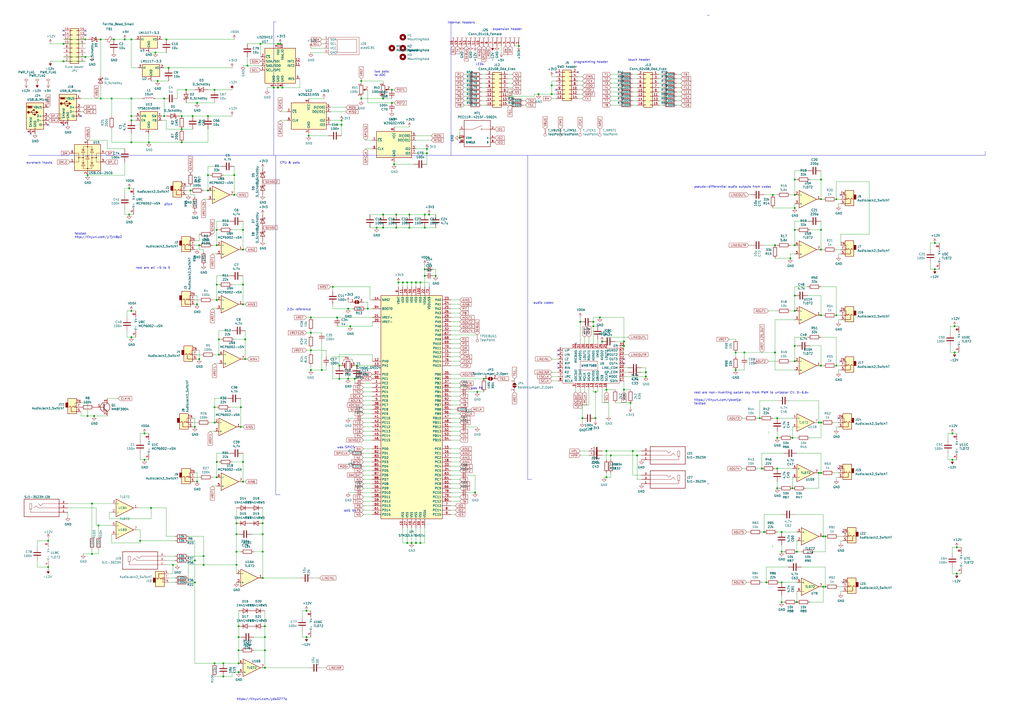
<source format=kicad_sch>
(kicad_sch (version 20230121) (generator eeschema)
  (paper "A2")
  (junction (at 50.8 241.3))
  (junction (at 458.47 149.86))
  (junction (at 300.99 26.67))
  (junction (at 138.43 389.89))
  (junction (at 127 196.85))
  (junction (at 237.49 132.08))
  (junction (at 227.33 52.07))
  (junction (at 476.25 133.35))
  (junction (at 76.2 180.34))
  (junction (at 476.25 182.88))
  (junction (at 247.65 86.36))
  (junction (at 125.73 133.35))
  (junction (at 58.42 57.15))
  (junction (at 453.39 320.04))
  (junction (at 142.24 208.28))
  (junction (at 248.92 124.46))
  (junction (at 162.56 25.4))
  (junction (at 374.65 215.9))
  (junction (at 27.94 328.93))
  (junction (at 143.51 38.1))
  (junction (at 57.15 304.8))
  (junction (at 246.38 160.02))
  (junction (at 163.83 50.8))
  (junction (at 180.34 214.63))
  (junction (at 361.95 226.06))
  (junction (at 476.25 274.32))
  (junction (at 195.58 184.15))
  (junction (at 205.74 219.71))
  (junction (at 365.76 233.68))
  (junction (at 96.52 22.86))
  (junction (at 354.33 264.16))
  (junction (at 129.54 392.43))
  (junction (at 459.74 254))
  (junction (at 153.67 369.57))
  (junction (at 153.67 377.19))
  (junction (at 113.03 325.12))
  (junction (at 246.38 124.46))
  (junction (at 236.22 314.96))
  (junction (at 461.01 171.45))
  (junction (at 449.58 204.47))
  (junction (at 462.28 320.04))
  (junction (at 554.99 332.74))
  (junction (at 114.3 59.69))
  (junction (at 243.84 314.96))
  (junction (at 53.34 321.31))
  (junction (at 138.43 363.22))
  (junction (at 276.86 227.33))
  (junction (at 227.33 59.69))
  (junction (at 553.72 204.47))
  (junction (at 461.01 113.03))
  (junction (at 125.73 173.99))
  (junction (at 213.36 179.07))
  (junction (at 120.65 110.49))
  (junction (at 115.57 208.28))
  (junction (at 158.75 50.8))
  (junction (at 477.52 340.36))
  (junction (at 124.46 245.11))
  (junction (at 90.17 30.48))
  (junction (at 450.85 242.57))
  (junction (at 125.73 142.24))
  (junction (at 66.04 22.86))
  (junction (at 542.29 140.97))
  (junction (at 36.83 35.56))
  (junction (at 485.14 212.09))
  (junction (at 151.13 25.4))
  (junction (at 337.82 242.57))
  (junction (at 140.97 144.78))
  (junction (at 50.8 101.6))
  (junction (at 218.44 132.08))
  (junction (at 349.25 198.12))
  (junction (at 552.45 251.46))
  (junction (at 137.16 303.53))
  (junction (at 27.94 313.69))
  (junction (at 76.2 82.55))
  (junction (at 177.8 369.57))
  (junction (at 231.14 163.83))
  (junction (at 91.44 46.99))
  (junction (at 553.72 189.23))
  (junction (at 198.12 69.85))
  (junction (at 450.85 254))
  (junction (at 552.45 266.7))
  (junction (at 125.73 165.1))
  (junction (at 140.97 133.35))
  (junction (at 161.29 50.8))
  (junction (at 367.03 261.62))
  (junction (at 196.85 219.71))
  (junction (at 238.76 314.96))
  (junction (at 110.49 110.49))
  (junction (at 462.28 349.25))
  (junction (at 118.11 327.66))
  (junction (at 241.3 163.83))
  (junction (at 198.12 72.39))
  (junction (at 53.34 292.1))
  (junction (at 129.54 384.81))
  (junction (at 476.25 245.11))
  (junction (at 222.25 124.46))
  (junction (at 485.14 182.88))
  (junction (at 180.34 193.04))
  (junction (at 186.69 214.63))
  (junction (at 137.16 309.88))
  (junction (at 461.01 200.66))
  (junction (at 100.33 327.66))
  (junction (at 478.79 340.36))
  (junction (at 111.76 67.31))
  (junction (at 369.57 264.16))
  (junction (at 312.42 54.61))
  (junction (at 450.85 283.21))
  (junction (at 351.79 261.62))
  (junction (at 229.87 132.08))
  (junction (at 125.73 267.97))
  (junction (at 361.95 200.66))
  (junction (at 461.01 180.34))
  (junction (at 179.07 78.74))
  (junction (at 114.3 176.53))
  (junction (at 105.41 82.55))
  (junction (at 476.25 104.14))
  (junction (at 461.01 133.35))
  (junction (at 76.2 57.15))
  (junction (at 54.61 241.3))
  (junction (at 459.74 283.21))
  (junction (at 127 205.74))
  (junction (at 180.34 184.15))
  (junction (at 228.6 95.25))
  (junction (at 86.36 82.55))
  (junction (at 152.4 303.53))
  (junction (at 280.67 219.71))
  (junction (at 97.79 39.37))
  (junction (at 49.53 33.02))
  (junction (at 448.31 113.03))
  (junction (at 201.93 219.71))
  (junction (at 449.58 142.24))
  (junction (at 114.3 279.4))
  (junction (at 177.8 354.33))
  (junction (at 105.41 74.93))
  (junction (at 87.63 294.64))
  (junction (at 426.72 204.47))
  (junction (at 125.73 276.86))
  (junction (at 124.46 384.81))
  (junction (at 426.72 214.63))
  (junction (at 76.2 67.31))
  (junction (at 246.38 156.21))
  (junction (at 345.44 227.33))
  (junction (at 76.2 69.85))
  (junction (at 444.5 337.82))
  (junction (at 246.38 132.08))
  (junction (at 153.67 387.35))
  (junction (at 113.03 247.65))
  (junction (at 453.39 308.61))
  (junction (at 138.43 384.81))
  (junction (at 76.2 195.58))
  (junction (at 105.41 67.31))
  (junction (at 152.4 309.88))
  (junction (at 95.25 67.31))
  (junction (at 345.44 242.57))
  (junction (at 474.98 274.32))
  (junction (at 201.93 179.07))
  (junction (at 431.8 204.47))
  (junction (at 243.84 163.83))
  (junction (at 320.04 54.61))
  (junction (at 461.01 209.55))
  (junction (at 203.2 189.23))
  (junction (at 76.2 22.86))
  (junction (at 554.99 317.5))
  (junction (at 139.7 247.65))
  (junction (at 485.14 115.57))
  (junction (at 72.39 22.86))
  (junction (at 64.77 57.15))
  (junction (at 474.98 245.11))
  (junction (at 83.82 266.7))
  (junction (at 461.01 142.24))
  (junction (at 137.16 327.66))
  (junction (at 450.85 271.78))
  (junction (at 83.82 251.46))
  (junction (at 153.67 363.22))
  (junction (at 137.16 320.04))
  (junction (at 222.25 132.08))
  (junction (at 222.25 57.15))
  (junction (at 453.39 337.82))
  (junction (at 152.4 320.04))
  (junction (at 361.95 198.12))
  (junction (at 351.79 226.06))
  (junction (at 113.03 337.82))
  (junction (at 247.65 88.9))
  (junction (at 138.43 377.19))
  (junction (at 209.55 57.15))
  (junction (at 320.04 49.53))
  (junction (at 180.34 203.2))
  (junction (at 229.87 124.46))
  (junction (at 115.57 142.24))
  (junction (at 152.4 335.28))
  (junction (at 252.73 160.02))
  (junction (at 443.23 308.61))
  (junction (at 266.7 80.01))
  (junction (at 236.22 163.83))
  (junction (at 120.65 67.31))
  (junction (at 161.29 25.4))
  (junction (at 135.89 113.03))
  (junction (at 477.52 311.15))
  (junction (at 74.93 124.46))
  (junction (at 135.89 101.6))
  (junction (at 347.98 184.15))
  (junction (at 81.28 313.69))
  (junction (at 58.42 22.86))
  (junction (at 207.01 212.09))
  (junction (at 542.29 156.21))
  (junction (at 275.59 285.75))
  (junction (at 140.97 165.1))
  (junction (at 344.17 186.69))
  (junction (at 124.46 236.22))
  (junction (at 344.17 189.23))
  (junction (at 74.93 109.22))
  (junction (at 238.76 163.83))
  (junction (at 107.95 52.07))
  (junction (at 478.79 311.15))
  (junction (at 196.85 212.09))
  (junction (at 453.39 349.25))
  (junction (at 140.97 176.53))
  (junction (at 139.7 236.22))
  (junction (at 138.43 369.57))
  (junction (at 440.69 242.57))
  (junction (at 142.24 196.85))
  (junction (at 351.79 276.86))
  (junction (at 95.25 57.15))
  (junction (at 36.83 25.4))
  (junction (at 374.65 218.44))
  (junction (at 461.01 104.14))
  (junction (at 118.11 322.58))
  (junction (at 124.46 52.07))
  (junction (at 461.01 120.65))
  (junction (at 140.97 267.97))
  (junction (at 476.25 144.78))
  (junction (at 241.3 314.96))
  (junction (at 336.55 186.69))
  (junction (at 49.53 22.86))
  (junction (at 476.25 115.57))
  (junction (at 193.04 166.37))
  (junction (at 233.68 163.83))
  (junction (at 140.97 279.4))
  (junction (at 441.96 271.78))
  (junction (at 237.49 124.46))
  (junction (at 476.25 212.09))
  (junction (at 120.65 101.6))
  (junction (at 209.55 46.99))
  (no_connect (at 17.78 77.47))
  (no_connect (at 36.83 72.39))
  (no_connect (at 488.95 337.82))
  (no_connect (at 266.7 82.55))
  (no_connect (at 36.83 17.78))
  (no_connect (at 487.68 113.03))
  (no_connect (at 46.99 67.31))
  (no_connect (at 36.83 20.32))
  (no_connect (at 361.95 208.28))
  (no_connect (at 49.53 17.78))
  (no_connect (at 322.58 52.07))
  (no_connect (at 486.41 242.57))
  (no_connect (at 488.95 308.61))
  (no_connect (at 334.01 199.39))
  (no_connect (at 322.58 41.91))
  (no_connect (at 487.68 209.55))
  (no_connect (at 323.85 205.74))
  (no_connect (at 486.41 271.78))
  (no_connect (at 323.85 213.36))
  (no_connect (at 49.53 20.32))
  (no_connect (at 361.95 210.82))
  (no_connect (at 323.85 210.82))
  (no_connect (at 27.94 72.39))
  (no_connect (at 487.68 180.34))
  (no_connect (at 335.28 41.91))
  (no_connect (at 323.85 203.2))
  (wire (pts (xy 120.65 96.52) (xy 120.65 101.6)))
  (wire (pts (xy 210.82 273.05) (xy 215.9 273.05)))
  (wire (pts (xy 382.27 53.34) (xy 384.81 53.34)))
  (wire (pts (xy 461.01 209.55) (xy 461.01 200.66)))
  (wire (pts (xy 241.3 314.96) (xy 243.84 314.96)))
  (wire (pts (xy 53.34 318.77) (xy 53.34 321.31)))
  (wire (pts (xy 153.67 387.35) (xy 179.07 387.35)))
  (wire (pts (xy 125.73 173.99) (xy 125.73 165.1)))
  (wire (pts (xy 97.79 337.82) (xy 101.6 337.82)))
  (wire (pts (xy 261.62 196.85) (xy 266.7 196.85)))
  (wire (pts (xy 553.72 204.47) (xy 551.18 204.47)))
  (wire (pts (xy 140.97 165.1) (xy 140.97 176.53)))
  (wire (pts (xy 123.19 142.24) (xy 125.73 142.24)))
  (wire (pts (xy 261.62 176.53) (xy 266.7 176.53)))
  (wire (pts (xy 76.2 67.31) (xy 76.2 57.15)))
  (wire (pts (xy 210.82 242.57) (xy 215.9 242.57)))
  (wire (pts (xy 485.14 212.09) (xy 487.68 212.09)))
  (wire (pts (xy 134.62 392.43) (xy 134.62 389.89)))
  (wire (pts (xy 142.24 279.4) (xy 140.97 279.4)))
  (wire (pts (xy 76.2 195.58) (xy 78.74 195.58)))
  (wire (pts (xy 434.34 142.24) (xy 435.61 142.24)))
  (wire (pts (xy 462.28 313.69) (xy 462.28 320.04)))
  (wire (pts (xy 486.41 214.63) (xy 486.41 215.9)))
  (wire (pts (xy 213.36 179.07) (xy 215.9 179.07)))
  (wire (pts (xy 113.03 274.32) (xy 114.3 274.32)))
  (wire (pts (xy 394.97 48.26) (xy 392.43 48.26)))
  (wire (pts (xy 344.17 199.39) (xy 344.17 189.23)))
  (wire (pts (xy 175.26 369.57) (xy 175.26 365.76)))
  (wire (pts (xy 125.73 128.27) (xy 125.73 133.35)))
  (wire (pts (xy 118.11 110.49) (xy 120.65 110.49)))
  (wire (pts (xy 351.79 199.39) (xy 351.79 195.58)))
  (wire (pts (xy 461.01 120.65) (xy 461.01 118.11)))
  (wire (pts (xy 64.77 82.55) (xy 76.2 82.55)))
  (wire (pts (xy 113.03 139.7) (xy 115.57 139.7)))
  (wire (pts (xy 487.68 214.63) (xy 486.41 214.63)))
  (wire (pts (xy 261.62 186.69) (xy 266.7 186.69)))
  (wire (pts (xy 114.3 144.78) (xy 113.03 144.78)))
  (wire (pts (xy 210.82 275.59) (xy 215.9 275.59)))
  (wire (pts (xy 476.25 200.66) (xy 476.25 212.09)))
  (wire (pts (xy 458.47 180.34) (xy 461.01 180.34)))
  (wire (pts (xy 487.68 147.32) (xy 486.41 147.32)))
  (wire (pts (xy 138.43 369.57) (xy 139.7 369.57)))
  (wire (pts (xy 486.41 340.36) (xy 488.95 340.36)))
  (wire (pts (xy 186.69 214.63) (xy 180.34 214.63)))
  (wire (pts (xy 369.57 53.34) (xy 367.03 53.34)))
  (wire (pts (xy 226.06 52.07) (xy 227.33 52.07)))
  (wire (pts (xy 111.76 74.93) (xy 105.41 74.93)))
  (wire (pts (xy 246.38 156.21) (xy 246.38 153.67)))
  (wire (pts (xy 468.63 195.58) (xy 461.01 195.58)))
  (polyline (pts (xy 261.62 90.17) (xy 261.62 12.7)))
  (wire (pts (xy 113.03 52.07) (xy 107.95 52.07)))
  (wire (pts (xy 551.18 204.47) (xy 551.18 200.66)))
  (wire (pts (xy 336.55 264.16) (xy 341.63 264.16)))
  (wire (pts (xy 109.22 113.03) (xy 107.95 113.03)))
  (wire (pts (xy 441.96 271.78) (xy 439.42 271.78)))
  (wire (pts (xy 137.16 309.88) (xy 137.16 303.53)))
  (wire (pts (xy 474.98 283.21) (xy 474.98 274.32)))
  (wire (pts (xy 431.8 271.78) (xy 430.53 271.78)))
  (wire (pts (xy 203.2 175.26) (xy 201.93 175.26)))
  (wire (pts (xy 210.82 262.89) (xy 215.9 262.89)))
  (wire (pts (xy 453.39 308.61) (xy 462.28 308.61)))
  (wire (pts (xy 554.99 317.5) (xy 557.53 317.5)))
  (wire (pts (xy 261.62 262.89) (xy 266.7 262.89)))
  (wire (pts (xy 227.33 52.07) (xy 228.6 52.07)))
  (wire (pts (xy 345.44 227.33) (xy 345.44 242.57)))
  (wire (pts (xy 109.22 335.28) (xy 109.22 327.66)))
  (wire (pts (xy 36.83 35.56) (xy 29.21 35.56)))
  (wire (pts (xy 124.46 210.82) (xy 127 210.82)))
  (wire (pts (xy 128.27 96.52) (xy 120.65 96.52)))
  (wire (pts (xy 180.34 193.04) (xy 177.8 193.04)))
  (wire (pts (xy 394.97 58.42) (xy 392.43 58.42)))
  (wire (pts (xy 177.8 184.15) (xy 180.34 184.15)))
  (wire (pts (xy 297.18 45.72) (xy 294.64 45.72)))
  (wire (pts (xy 209.55 46.99) (xy 209.55 48.26)))
  (wire (pts (xy 261.62 199.39) (xy 266.7 199.39)))
  (wire (pts (xy 109.22 322.58) (xy 118.11 322.58)))
  (wire (pts (xy 450.85 242.57) (xy 459.74 242.57)))
  (wire (pts (xy 539.75 140.97) (xy 542.29 140.97)))
  (wire (pts (xy 238.76 306.07) (xy 238.76 314.96)))
  (wire (pts (xy 369.57 264.16) (xy 369.57 278.13)))
  (wire (pts (xy 241.3 306.07) (xy 241.3 314.96)))
  (wire (pts (xy 137.16 332.74) (xy 137.16 327.66)))
  (wire (pts (xy 81.28 251.46) (xy 83.82 251.46)))
  (wire (pts (xy 233.68 314.96) (xy 233.68 306.07)))
  (wire (pts (xy 443.23 298.45) (xy 443.23 308.61)))
  (wire (pts (xy 96.52 30.48) (xy 90.17 30.48)))
  (wire (pts (xy 193.04 219.71) (xy 196.85 219.71)))
  (wire (pts (xy 449.58 204.47) (xy 449.58 185.42)))
  (wire (pts (xy 322.58 44.45) (xy 320.04 44.45)))
  (wire (pts (xy 213.36 52.07) (xy 213.36 59.69)))
  (wire (pts (xy 97.79 332.74) (xy 100.33 332.74)))
  (wire (pts (xy 236.22 314.96) (xy 233.68 314.96)))
  (wire (pts (xy 129.54 101.6) (xy 135.89 101.6)))
  (wire (pts (xy 551.18 193.04) (xy 551.18 189.23)))
  (wire (pts (xy 261.62 173.99) (xy 266.7 173.99)))
  (wire (pts (xy 210.82 255.27) (xy 215.9 255.27)))
  (wire (pts (xy 461.01 298.45) (xy 477.52 298.45)))
  (wire (pts (xy 261.62 209.55) (xy 266.7 209.55)))
  (wire (pts (xy 205.74 212.09) (xy 207.01 212.09)))
  (wire (pts (xy 63.5 297.18) (xy 64.77 297.18)))
  (wire (pts (xy 218.44 132.08) (xy 222.25 132.08)))
  (wire (pts (xy 210.82 229.87) (xy 215.9 229.87)))
  (wire (pts (xy 382.27 58.42) (xy 384.81 58.42)))
  (wire (pts (xy 64.77 314.96) (xy 81.28 314.96)))
  (wire (pts (xy 281.94 43.18) (xy 279.4 43.18)))
  (wire (pts (xy 476.25 128.27) (xy 476.25 133.35)))
  (wire (pts (xy 127 191.77) (xy 127 196.85)))
  (wire (pts (xy 459.74 276.86) (xy 459.74 283.21)))
  (wire (pts (xy 229.87 124.46) (xy 237.49 124.46)))
  (wire (pts (xy 78.74 69.85) (xy 76.2 69.85)))
  (wire (pts (xy 36.83 22.86) (xy 49.53 22.86)))
  (wire (pts (xy 452.12 337.82) (xy 453.39 337.82)))
  (wire (pts (xy 369.57 48.26) (xy 367.03 48.26)))
  (wire (pts (xy 271.78 247.65) (xy 276.86 247.65)))
  (wire (pts (xy 364.49 205.74) (xy 361.95 205.74)))
  (polyline (pts (xy 16.51 90.17) (xy 571.5 90.17)))
  (wire (pts (xy 367.03 275.59) (xy 367.03 261.62)))
  (wire (pts (xy 195.58 184.15) (xy 215.9 184.15)))
  (wire (pts (xy 105.41 74.93) (xy 96.52 74.93)))
  (wire (pts (xy 450.85 271.78) (xy 459.74 271.78)))
  (wire (pts (xy 109.22 313.69) (xy 113.03 313.69)))
  (wire (pts (xy 129.54 384.81) (xy 138.43 384.81)))
  (wire (pts (xy 453.39 298.45) (xy 443.23 298.45)))
  (wire (pts (xy 210.82 270.51) (xy 215.9 270.51)))
  (wire (pts (xy 461.01 128.27) (xy 461.01 133.35)))
  (wire (pts (xy 74.93 124.46) (xy 77.47 124.46)))
  (wire (pts (xy 152.4 303.53) (xy 152.4 309.88)))
  (wire (pts (xy 350.52 276.86) (xy 351.79 276.86)))
  (wire (pts (xy 201.93 219.71) (xy 201.93 217.17)))
  (wire (pts (xy 477.52 115.57) (xy 476.25 115.57)))
  (wire (pts (xy 458.47 209.55) (xy 461.01 209.55)))
  (wire (pts (xy 322.58 54.61) (xy 320.04 54.61)))
  (wire (pts (xy 73.66 195.58) (xy 76.2 195.58)))
  (wire (pts (xy 539.75 156.21) (xy 539.75 152.4)))
  (wire (pts (xy 210.82 222.25) (xy 215.9 222.25)))
  (wire (pts (xy 100.33 327.66) (xy 102.87 327.66)))
  (wire (pts (xy 448.31 120.65) (xy 461.01 120.65)))
  (wire (pts (xy 179.07 78.74) (xy 190.5 78.74)))
  (wire (pts (xy 114.3 203.2) (xy 115.57 203.2)))
  (wire (pts (xy 36.83 25.4) (xy 29.21 25.4)))
  (wire (pts (xy 487.68 118.11) (xy 486.41 118.11)))
  (wire (pts (xy 127 196.85) (xy 128.27 196.85)))
  (wire (pts (xy 261.62 219.71) (xy 280.67 219.71)))
  (wire (pts (xy 162.56 69.85) (xy 166.37 69.85)))
  (wire (pts (xy 123.19 276.86) (xy 125.73 276.86)))
  (wire (pts (xy 336.55 261.62) (xy 341.63 261.62)))
  (wire (pts (xy 113.03 173.99) (xy 115.57 173.99)))
  (wire (pts (xy 227.33 59.69) (xy 228.6 59.69)))
  (wire (pts (xy 101.6 311.15) (xy 96.52 311.15)))
  (wire (pts (xy 153.67 363.22) (xy 153.67 369.57)))
  (wire (pts (xy 344.17 186.69) (xy 344.17 184.15)))
  (wire (pts (xy 124.46 384.81) (xy 129.54 384.81)))
  (wire (pts (xy 448.31 317.5) (xy 448.31 316.23)))
  (wire (pts (xy 138.43 369.57) (xy 138.43 363.22)))
  (wire (pts (xy 461.01 142.24) (xy 461.01 133.35)))
  (wire (pts (xy 83.82 251.46) (xy 86.36 251.46)))
  (wire (pts (xy 485.14 144.78) (xy 487.68 144.78)))
  (wire (pts (xy 93.98 22.86) (xy 96.52 22.86)))
  (wire (pts (xy 356.87 198.12) (xy 361.95 198.12)))
  (wire (pts (xy 261.62 242.57) (xy 266.7 242.57)))
  (wire (pts (xy 261.62 288.29) (xy 266.7 288.29)))
  (wire (pts (xy 449.58 185.42) (xy 461.01 185.42)))
  (wire (pts (xy 458.47 149.86) (xy 458.47 147.32)))
  (wire (pts (xy 76.2 39.37) (xy 76.2 22.86)))
  (wire (pts (xy 468.63 166.37) (xy 461.01 166.37)))
  (wire (pts (xy 53.34 33.02) (xy 49.53 33.02)))
  (wire (pts (xy 114.3 205.74) (xy 116.84 205.74)))
  (wire (pts (xy 72.39 22.86) (xy 76.2 22.86)))
  (wire (pts (xy 196.85 205.74) (xy 215.9 205.74)))
  (wire (pts (xy 271.78 53.34) (xy 269.24 53.34)))
  (wire (pts (xy 115.57 135.89) (xy 115.57 139.7)))
  (wire (pts (xy 111.76 67.31) (xy 120.65 67.31)))
  (wire (pts (xy 335.28 44.45) (xy 337.82 44.45)))
  (wire (pts (xy 137.16 327.66) (xy 137.16 320.04)))
  (wire (pts (xy 123.19 147.32) (xy 125.73 147.32)))
  (wire (pts (xy 96.52 67.31) (xy 95.25 67.31)))
  (wire (pts (xy 180.34 30.48) (xy 187.96 30.48)))
  (wire (pts (xy 476.25 171.45) (xy 476.25 182.88)))
  (wire (pts (xy 173.99 45.72) (xy 173.99 50.8)))
  (polyline (pts (xy 306.07 90.17) (xy 306.07 278.13)))
  (wire (pts (xy 163.83 50.8) (xy 161.29 50.8)))
  (wire (pts (xy 552.45 251.46) (xy 554.99 251.46)))
  (wire (pts (xy 114.3 279.4) (xy 113.03 279.4)))
  (wire (pts (xy 118.11 322.58) (xy 118.11 327.66)))
  (wire (pts (xy 453.39 337.82) (xy 462.28 337.82)))
  (wire (pts (xy 476.25 274.32) (xy 474.98 274.32)))
  (wire (pts (xy 215.9 186.69) (xy 215.9 189.23)))
  (wire (pts (xy 468.63 99.06) (xy 461.01 99.06)))
  (wire (pts (xy 187.96 27.94) (xy 180.34 27.94)))
  (wire (pts (xy 384.81 45.72) (xy 382.27 45.72)))
  (wire (pts (xy 468.63 171.45) (xy 476.25 171.45)))
  (wire (pts (xy 468.63 128.27) (xy 461.01 128.27)))
  (wire (pts (xy 151.13 25.4) (xy 143.51 25.4)))
  (wire (pts (xy 453.39 320.04) (xy 454.66 320.04)))
  (wire (pts (xy 367.03 60.96) (xy 369.57 60.96)))
  (wire (pts (xy 320.04 208.28) (xy 323.85 208.28)))
  (wire (pts (xy 336.55 224.79) (xy 336.55 227.33)))
  (wire (pts (xy 138.43 377.19) (xy 138.43 369.57)))
  (wire (pts (xy 486.41 247.65) (xy 485.14 247.65)))
  (wire (pts (xy 76.2 77.47) (xy 76.2 82.55)))
  (wire (pts (xy 478.79 320.04) (xy 478.79 311.15)))
  (wire (pts (xy 76.2 57.15) (xy 82.55 57.15)))
  (wire (pts (xy 448.31 242.57) (xy 450.85 242.57)))
  (wire (pts (xy 261.62 212.09) (xy 266.7 212.09)))
  (wire (pts (xy 124.46 52.07) (xy 120.65 52.07)))
  (wire (pts (xy 46.99 62.23) (xy 48.26 62.23)))
  (wire (pts (xy 107.95 107.95) (xy 110.49 107.95)))
  (wire (pts (xy 440.69 232.41) (xy 440.69 242.57)))
  (wire (pts (xy 450.85 232.41) (xy 440.69 232.41)))
  (wire (pts (xy 210.82 293.37) (xy 215.9 293.37)))
  (wire (pts (xy 279.4 50.8) (xy 281.94 50.8)))
  (wire (pts (xy 237.49 124.46) (xy 246.38 124.46)))
  (wire (pts (xy 97.79 335.28) (xy 101.6 335.28)))
  (wire (pts (xy 349.25 224.79) (xy 349.25 233.68)))
  (wire (pts (xy 351.79 226.06) (xy 351.79 224.79)))
  (wire (pts (xy 118.11 144.78) (xy 118.11 146.05)))
  (wire (pts (xy 58.42 43.18) (xy 58.42 22.86)))
  (wire (pts (xy 123.19 173.99) (xy 125.73 173.99)))
  (wire (pts (xy 198.12 72.39) (xy 198.12 78.74)))
  (wire (pts (xy 196.85 219.71) (xy 201.93 219.71)))
  (wire (pts (xy 180.34 203.2) (xy 180.34 201.93)))
  (wire (pts (xy 76.2 180.34) (xy 78.74 180.34)))
  (wire (pts (xy 426.72 214.63) (xy 431.8 214.63)))
  (wire (pts (xy 553.72 189.23) (xy 556.26 189.23)))
  (wire (pts (xy 449.58 149.86) (xy 458.47 149.86)))
  (wire (pts (xy 441.96 262.89) (xy 441.96 271.78)))
  (wire (pts (xy 346.71 189.23) (xy 344.17 189.23)))
  (wire (pts (xy 549.91 251.46) (xy 552.45 251.46)))
  (wire (pts (xy 215.9 205.74) (xy 215.9 209.55)))
  (wire (pts (xy 133.35 262.89) (xy 125.73 262.89)))
  (wire (pts (xy 180.34 203.2) (xy 177.8 203.2)))
  (wire (pts (xy 279.4 55.88) (xy 281.94 55.88)))
  (wire (pts (xy 349.25 261.62) (xy 351.79 261.62)))
  (wire (pts (xy 81.28 314.96) (xy 81.28 313.69)))
  (wire (pts (xy 179.07 57.15) (xy 187.96 57.15)))
  (wire (pts (xy 445.77 209.55) (xy 450.85 209.55)))
  (wire (pts (xy 458.47 147.32) (xy 461.01 147.32)))
  (wire (pts (xy 281.94 58.42) (xy 279.4 58.42)))
  (wire (pts (xy 113.03 142.24) (xy 115.57 142.24)))
  (wire (pts (xy 121.92 250.19) (xy 124.46 250.19)))
  (wire (pts (xy 96.52 74.93) (xy 96.52 69.85)))
  (wire (pts (xy 95.25 67.31) (xy 93.98 67.31)))
  (wire (pts (xy 351.79 261.62) (xy 367.03 261.62)))
  (wire (pts (xy 81.28 266.7) (xy 83.82 266.7)))
  (wire (pts (xy 214.63 132.08) (xy 218.44 132.08)))
  (wire (pts (xy 212.09 81.28) (xy 215.9 81.28)))
  (wire (pts (xy 129.54 392.43) (xy 134.62 392.43)))
  (wire (pts (xy 354.33 43.18) (xy 359.41 43.18)))
  (wire (pts (xy 222.25 57.15) (xy 222.25 55.88)))
  (wire (pts (xy 351.79 226.06) (xy 356.87 226.06)))
  (wire (pts (xy 152.4 320.04) (xy 147.32 320.04)))
  (wire (pts (xy 143.51 208.28) (xy 142.24 208.28)))
  (wire (pts (xy 487.68 313.69) (xy 487.68 314.96)))
  (wire (pts (xy 271.78 275.59) (xy 275.59 275.59)))
  (wire (pts (xy 369.57 58.42) (xy 367.03 58.42)))
  (wire (pts (xy 222.25 132.08) (xy 229.87 132.08)))
  (wire (pts (xy 81.28 255.27) (xy 81.28 251.46)))
  (wire (pts (xy 485.14 276.86) (xy 485.14 278.13)))
  (wire (pts (xy 53.34 292.1) (xy 64.77 292.1)))
  (wire (pts (xy 392.43 45.72) (xy 394.97 45.72)))
  (polyline (pts (xy 158.75 12.7) (xy 160.02 12.7)))
  (wire (pts (xy 124.46 231.14) (xy 124.46 236.22)))
  (wire (pts (xy 198.12 69.85) (xy 191.77 69.85)))
  (wire (pts (xy 180.34 191.77) (xy 180.34 193.04)))
  (wire (pts (xy 361.95 184.15) (xy 347.98 184.15)))
  (wire (pts (xy 359.41 55.88) (xy 354.33 55.88)))
  (wire (pts (xy 486.41 118.11) (xy 486.41 119.38)))
  (wire (pts (xy 337.82 242.57) (xy 337.82 245.11)))
  (wire (pts (xy 248.92 124.46) (xy 252.73 124.46)))
  (wire (pts (xy 175.26 358.14) (xy 175.26 354.33)))
  (wire (pts (xy 426.72 207.01) (xy 426.72 204.47)))
  (wire (pts (xy 552.45 321.31) (xy 552.45 317.5)))
  (wire (pts (xy 137.16 320.04) (xy 137.16 309.88)))
  (wire (pts (xy 46.99 233.68) (xy 50.8 233.68)))
  (wire (pts (xy 349.25 198.12) (xy 349.25 199.39)))
  (wire (pts (xy 96.52 294.64) (xy 87.63 294.64)))
  (wire (pts (xy 87.63 300.99) (xy 63.5 300.99)))
  (polyline (pts (xy 160.02 90.17) (xy 160.02 287.02)))
  (wire (pts (xy 115.57 203.2) (xy 115.57 208.28)))
  (wire (pts (xy 125.73 160.02) (xy 125.73 165.1)))
  (wire (pts (xy 139.7 236.22) (xy 139.7 247.65)))
  (wire (pts (xy 140.97 247.65) (xy 139.7 247.65)))
  (wire (pts (xy 231.14 163.83) (xy 233.68 163.83)))
  (wire (pts (xy 135.89 96.52) (xy 135.89 101.6)))
  (wire (pts (xy 361.95 200.66) (xy 361.95 203.2)))
  (wire (pts (xy 105.41 67.31) (xy 111.76 67.31)))
  (wire (pts (xy 210.82 232.41) (xy 215.9 232.41)))
  (wire (pts (xy 485.14 195.58) (xy 485.14 212.09)))
  (wire (pts (xy 261.62 260.35) (xy 266.7 260.35)))
  (wire (pts (xy 177.8 369.57) (xy 175.26 369.57)))
  (wire (pts (xy 312.42 54.61) (xy 320.04 54.61)))
  (wire (pts (xy 444.5 328.93) (xy 444.5 337.82)))
  (wire (pts (xy 62.23 81.28) (xy 62.23 86.36)))
  (wire (pts (xy 467.36 283.21) (xy 474.98 283.21)))
  (wire (pts (xy 95.25 39.37) (xy 97.79 39.37)))
  (wire (pts (xy 474.98 232.41) (xy 474.98 245.11)))
  (wire (pts (xy 114.3 171.45) (xy 114.3 176.53)))
  (wire (pts (xy 68.58 231.14) (xy 62.23 231.14)))
  (wire (pts (xy 210.82 280.67) (xy 215.9 280.67)))
  (wire (pts (xy 384.81 60.96) (xy 382.27 60.96)))
  (wire (pts (xy 64.77 309.88) (xy 64.77 314.96)))
  (wire (pts (xy 478.79 340.36) (xy 477.52 340.36)))
  (wire (pts (xy 151.13 38.1) (xy 143.51 38.1)))
  (wire (pts (xy 229.87 132.08) (xy 237.49 132.08)))
  (wire (pts (xy 210.82 290.83) (xy 215.9 290.83)))
  (wire (pts (xy 382.27 48.26) (xy 384.81 48.26)))
  (wire (pts (xy 441.96 262.89) (xy 454.66 262.89)))
  (wire (pts (xy 261.62 179.07) (xy 266.7 179.07)))
  (wire (pts (xy 214.63 124.46) (xy 222.25 124.46)))
  (wire (pts (xy 123.19 281.94) (xy 125.73 281.94)))
  (wire (pts (xy 118.11 115.57) (xy 120.65 115.57)))
  (wire (pts (xy 134.62 389.89) (xy 138.43 389.89)))
  (wire (pts (xy 353.06 233.68) (xy 353.06 241.3)))
  (wire (pts (xy 120.65 74.93) (xy 120.65 82.55)))
  (wire (pts (xy 487.68 342.9) (xy 487.68 344.17)))
  (wire (pts (xy 210.82 245.11) (xy 215.9 245.11)))
  (wire (pts (xy 125.73 267.97) (xy 127 267.97)))
  (wire (pts (xy 233.68 166.37) (xy 233.68 163.83)))
  (wire (pts (xy 461.01 195.58) (xy 461.01 200.66)))
  (wire (pts (xy 464.82 328.93) (xy 478.79 328.93)))
  (wire (pts (xy 114.3 59.69) (xy 124.46 59.69)))
  (wire (pts (xy 86.36 30.48) (xy 90.17 30.48)))
  (wire (pts (xy 359.41 60.96) (xy 354.33 60.96)))
  (wire (pts (xy 58.42 57.15) (xy 58.42 50.8)))
  (wire (pts (xy 303.53 60.96) (xy 304.8 60.96)))
  (wire (pts (xy 210.82 260.35) (xy 215.9 260.35)))
  (wire (pts (xy 261.62 234.95) (xy 266.7 234.95)))
  (wire (pts (xy 180.34 204.47) (xy 180.34 203.2)))
  (wire (pts (xy 269.24 50.8) (xy 271.78 50.8)))
  (wire (pts (xy 177.8 354.33) (xy 180.34 354.33)))
  (wire (pts (xy 461.01 171.45) (xy 461.01 180.34)))
  (wire (pts (xy 146.05 309.88) (xy 152.4 309.88)))
  (wire (pts (xy 76.2 39.37) (xy 80.01 39.37)))
  (wire (pts (xy 462.28 320.04) (xy 464.82 320.04)))
  (wire (pts (xy 125.73 165.1) (xy 127 165.1)))
  (wire (pts (xy 191.77 72.39) (xy 198.12 72.39)))
  (wire (pts (xy 488.95 313.69) (xy 487.68 313.69)))
  (wire (pts (xy 109.22 325.12) (xy 113.03 325.12)))
  (wire (pts (xy 36.83 25.4) (xy 49.53 25.4)))
  (wire (pts (xy 247.65 95.25) (xy 247.65 88.9)))
  (wire (pts (xy 123.19 179.07) (xy 125.73 179.07)))
  (wire (pts (xy 485.14 247.65) (xy 485.14 248.92)))
  (wire (pts (xy 276.86 227.33) (xy 280.67 227.33)))
  (wire (pts (xy 487.68 185.42) (xy 486.41 185.42)))
  (wire (pts (xy 504.19 105.41) (xy 504.19 135.89)))
  (wire (pts (xy 140.97 128.27) (xy 140.97 133.35)))
  (wire (pts (xy 477.52 349.25) (xy 477.52 340.36)))
  (wire (pts (xy 271.78 48.26) (xy 269.24 48.26)))
  (wire (pts (xy 544.83 156.21) (xy 542.29 156.21)))
  (wire (pts (xy 113.03 337.82) (xy 113.03 384.81)))
  (wire (pts (xy 556.26 204.47) (xy 553.72 204.47)))
  (wire (pts (xy 469.9 349.25) (xy 477.52 349.25)))
  (wire (pts (xy 180.34 212.09) (xy 180.34 214.63)))
  (wire (pts (xy 66.04 22.86) (xy 72.39 22.86)))
  (wire (pts (xy 461.01 104.14) (xy 462.28 104.14)))
  (wire (pts (xy 142.24 196.85) (xy 142.24 208.28)))
  (wire (pts (xy 261.62 232.41) (xy 266.7 232.41)))
  (wire (pts (xy 151.13 25.4) (xy 151.13 33.02)))
  (wire (pts (xy 102.87 57.15) (xy 102.87 52.07)))
  (wire (pts (xy 488.95 342.9) (xy 487.68 342.9)))
  (wire (pts (xy 554.99 266.7) (xy 552.45 266.7)))
  (wire (pts (xy 320.04 54.61) (xy 320.04 49.53)))
  (wire (pts (xy 189.23 214.63) (xy 186.69 214.63)))
  (wire (pts (xy 210.82 288.29) (xy 215.9 288.29)))
  (wire (pts (xy 354.33 266.7) (xy 354.33 264.16)))
  (wire (pts (xy 486.41 311.15) (xy 488.95 311.15)))
  (wire (pts (xy 236.22 166.37) (xy 236.22 163.83)))
  (wire (pts (xy 261.62 267.97) (xy 266.7 267.97)))
  (wire (pts (xy 241.3 163.83) (xy 243.84 163.83)))
  (wire (pts (xy 337.82 234.95) (xy 341.63 234.95)))
  (wire (pts (xy 113.03 171.45) (xy 114.3 171.45)))
  (wire (pts (xy 180.34 184.15) (xy 195.58 184.15)))
  (wire (pts (xy 261.62 280.67) (xy 266.7 280.67)))
  (wire (pts (xy 271.78 43.18) (xy 269.24 43.18)))
  (wire (pts (xy 193.04 207.01) (xy 193.04 219.71)))
  (wire (pts (xy 114.3 176.53) (xy 113.03 176.53)))
  (wire (pts (xy 142.24 176.53) (xy 140.97 176.53)))
  (wire (pts (xy 261.62 191.77) (xy 266.7 191.77)))
  (wire (pts (xy 477.52 212.09) (xy 476.25 212.09)))
  (wire (pts (xy 243.84 163.83) (xy 248.92 163.83)))
  (wire (pts (xy 135.89 196.85) (xy 142.24 196.85)))
  (wire (pts (xy 198.12 69.85) (xy 198.12 72.39)))
  (wire (pts (xy 469.9 200.66) (xy 476.25 200.66)))
  (wire (pts (xy 367.03 261.62) (xy 372.11 261.62)))
  (wire (pts (xy 320.04 49.53) (xy 320.04 46.99)))
  (wire (pts (xy 236.22 314.96) (xy 238.76 314.96)))
  (wire (pts (xy 461.01 133.35) (xy 462.28 133.35)))
  (wire (pts (xy 81.28 262.89) (xy 81.28 266.7)))
  (wire (pts (xy 81.28 313.69) (xy 81.28 307.34)))
  (wire (pts (xy 154.94 50.8) (xy 154.94 52.07)))
  (wire (pts (xy 485.14 105.41) (xy 504.19 105.41)))
  (wire (pts (xy 21.59 328.93) (xy 27.94 328.93)))
  (wire (pts (xy 193.04 176.53) (xy 193.04 179.07)))
  (wire (pts (xy 462.28 342.9) (xy 462.28 349.25)))
  (wire (pts (xy 109.22 311.15) (xy 118.11 311.15)))
  (wire (pts (xy 210.82 247.65) (xy 215.9 247.65)))
  (wire (pts (xy 46.99 241.3) (xy 50.8 241.3)))
  (wire (pts (xy 444.5 337.82) (xy 441.96 337.82)))
  (wire (pts (xy 247.65 88.9) (xy 247.65 86.36)))
  (wire (pts (xy 309.88 54.61) (xy 312.42 54.61)))
  (wire (pts (xy 158.75 50.8) (xy 154.94 50.8)))
  (wire (pts (xy 443.23 142.24) (xy 449.58 142.24)))
  (wire (pts (xy 450.85 254) (xy 452.12 254)))
  (wire (pts (xy 261.62 295.91) (xy 264.16 295.91)))
  (wire (pts (xy 449.58 204.47) (xy 449.58 214.63)))
  (wire (pts (xy 252.73 156.21) (xy 251.46 156.21)))
  (wire (pts (xy 152.4 335.28) (xy 173.99 335.28)))
  (wire (pts (xy 212.09 86.36) (xy 215.9 86.36)))
  (wire (pts (xy 46.99 57.15) (xy 58.42 57.15)))
  (wire (pts (xy 367.03 45.72) (xy 369.57 45.72)))
  (wire (pts (xy 238.76 163.83) (xy 241.3 163.83)))
  (wire (pts (xy 207.01 212.09) (xy 215.9 212.09)))
  (wire (pts (xy 294.64 55.88) (xy 309.88 55.88)))
  (wire (pts (xy 201.93 219.71) (xy 205.74 219.71)))
  (wire (pts (xy 339.09 199.39) (xy 339.09 195.58)))
  (wire (pts (xy 337.82 234.95) (xy 337.82 242.57)))
  (wire (pts (xy 111.76 242.57) (xy 113.03 242.57)))
  (wire (pts (xy 450.85 283.21) (xy 452.12 283.21)))
  (wire (pts (xy 266.7 222.25) (xy 261.62 222.25)))
  (wire (pts (xy 450.85 308.61) (xy 453.39 308.61)))
  (wire (pts (xy 180.34 193.04) (xy 186.69 193.04)))
  (wire (pts (xy 261.62 245.11) (xy 266.7 245.11)))
  (wire (pts (xy 486.41 147.32) (xy 486.41 148.59)))
  (wire (pts (xy 96.52 322.58) (xy 101.6 322.58)))
  (wire (pts (xy 476.25 104.14) (xy 476.25 115.57)))
  (wire (pts (xy 453.39 345.44) (xy 453.39 349.25)))
  (wire (pts (xy 384.81 55.88) (xy 382.27 55.88)))
  (wire (pts (xy 485.14 166.37) (xy 485.14 182.88)))
  (wire (pts (xy 361.95 226.06) (xy 365.76 226.06)))
  (wire (pts (xy 431.8 204.47) (xy 449.58 204.47)))
  (wire (pts (xy 246.38 166.37) (xy 246.38 160.02)))
  (wire (pts (xy 382.27 43.18) (xy 384.81 43.18)))
  (wire (pts (xy 261.62 204.47) (xy 266.7 204.47)))
  (wire (pts (xy 354.33 48.26) (xy 359.41 48.26)))
  (wire (pts (xy 458.47 232.41) (xy 474.98 232.41)))
  (wire (pts (xy 549.91 255.27) (xy 549.91 251.46)))
  (wire (pts (xy 477.52 144.78) (xy 476.25 144.78)))
  (wire (pts (xy 203.2 189.23) (xy 195.58 189.23)))
  (wire (pts (xy 261.62 250.19) (xy 266.7 250.19)))
  (wire (pts (xy 50.8 241.3) (xy 54.61 241.3)))
  (wire (pts (xy 542.29 140.97) (xy 544.83 140.97)))
  (wire (pts (xy 349.25 264.16) (xy 354.33 264.16)))
  (wire (pts (xy 294.64 58.42) (xy 295.91 58.42)))
  (wire (pts (xy 53.34 292.1) (xy 53.34 311.15)))
  (wire (pts (xy 271.78 237.49) (xy 273.05 237.49)))
  (wire (pts (xy 483.87 245.11) (xy 486.41 245.11)))
  (wire (pts (xy 261.62 217.17) (xy 266.7 217.17)))
  (wire (pts (xy 238.76 314.96) (xy 241.3 314.96)))
  (wire (pts (xy 64.77 74.93) (xy 64.77 82.55)))
  (wire (pts (xy 161.29 50.8) (xy 158.75 50.8)))
  (wire (pts (xy 236.22 163.83) (xy 238.76 163.83)))
  (wire (pts (xy 153.67 369.57) (xy 147.32 369.57)))
  (polyline (pts (xy 306.07 278.13) (xy 308.61 278.13)))
  (wire (pts (xy 81.28 307.34) (xy 80.01 307.34)))
  (wire (pts (xy 48.26 64.77) (xy 46.99 64.77)))
  (wire (pts (xy 73.66 184.15) (xy 73.66 180.34)))
  (wire (pts (xy 186.69 198.12) (xy 186.69 214.63)))
  (wire (pts (xy 138.43 377.19) (xy 139.7 377.19)))
  (wire (pts (xy 241.3 78.74) (xy 250.19 78.74)))
  (wire (pts (xy 186.69 22.86) (xy 187.96 22.86)))
  (wire (pts (xy 210.82 234.95) (xy 215.9 234.95)))
  (wire (pts (xy 233.68 163.83) (xy 236.22 163.83)))
  (wire (pts (xy 50.8 101.6) (xy 72.39 101.6)))
  (wire (pts (xy 210.82 227.33) (xy 215.9 227.33)))
  (wire (pts (xy 124.46 236.22) (xy 125.73 236.22)))
  (polyline (pts (xy 160.02 287.02) (xy 162.56 287.02)))
  (wire (pts (xy 461.01 99.06) (xy 461.01 104.14)))
  (wire (pts (xy 222.25 57.15) (xy 227.33 57.15)))
  (wire (pts (xy 354.33 50.8) (xy 359.41 50.8)))
  (wire (pts (xy 261.62 270.51) (xy 266.7 270.51)))
  (wire (pts (xy 87.63 46.99) (xy 91.44 46.99)))
  (wire (pts (xy 189.23 212.09) (xy 189.23 214.63)))
  (wire (pts (xy 248.92 163.83) (xy 248.92 166.37)))
  (wire (pts (xy 477.52 298.45) (xy 477.52 311.15)))
  (wire (pts (xy 459.74 254) (xy 462.28 254)))
  (wire (pts (xy 210.82 267.97) (xy 215.9 267.97)))
  (wire (pts (xy 449.58 271.78) (xy 450.85 271.78)))
  (wire (pts (xy 261.62 229.87) (xy 266.7 229.87)))
  (wire (pts (xy 73.66 180.34) (xy 76.2 180.34)))
  (wire (pts (xy 152.4 294.64) (xy 152.4 303.53)))
  (wire (pts (xy 63.5 300.99) (xy 63.5 297.18)))
  (polyline (pts (xy 571.5 90.17) (xy 571.5 87.63)))
  (wire (pts (xy 210.82 250.19) (xy 215.9 250.19)))
  (wire (pts (xy 181.61 335.28) (xy 185.42 335.28)))
  (wire (pts (xy 191.77 62.23) (xy 200.66 62.23)))
  (wire (pts (xy 361.95 226.06) (xy 361.95 220.98)))
  (wire (pts (xy 351.79 276.86) (xy 354.33 276.86)))
  (wire (pts (xy 64.77 67.31) (xy 64.77 57.15)))
  (wire (pts (xy 445.77 251.46) (xy 445.77 250.19)))
  (wire (pts (xy 21.59 313.69) (xy 27.94 313.69)))
  (wire (pts (xy 246.38 160.02) (xy 246.38 156.21)))
  (wire (pts (xy 205.74 242.57) (xy 201.93 242.57)))
  (wire (pts (xy 394.97 43.18) (xy 392.43 43.18)))
  (wire (pts (xy 210.82 237.49) (xy 215.9 237.49)))
  (wire (pts (xy 109.22 337.82) (xy 113.03 337.82)))
  (wire (pts (xy 153.67 377.19) (xy 147.32 377.19)))
  (wire (pts (xy 294.64 48.26) (xy 297.18 48.26)))
  (wire (pts (xy 212.09 179.07) (xy 213.36 179.07)))
  (wire (pts (xy 210.82 285.75) (xy 215.9 285.75)))
  (wire (pts (xy 335.28 49.53) (xy 337.82 49.53)))
  (wire (pts (xy 392.43 50.8) (xy 394.97 50.8)))
  (wire (pts (xy 138.43 384.81) (xy 138.43 377.19)))
  (wire (pts (xy 369.57 278.13) (xy 372.11 278.13)))
  (wire (pts (xy 250.19 81.28) (xy 241.3 81.28)))
  (wire (pts (xy 140.97 133.35) (xy 140.97 144.78)))
  (wire (pts (xy 279.4 45.72) (xy 281.94 45.72)))
  (wire (pts (xy 120.65 67.31) (xy 134.62 67.31)))
  (wire (pts (xy 196.85 212.09) (xy 198.12 212.09)))
  (wire (pts (xy 354.33 264.16) (xy 369.57 264.16)))
  (wire (pts (xy 162.56 25.4) (xy 163.83 25.4)))
  (wire (pts (xy 210.82 240.03) (xy 215.9 240.03)))
  (wire (pts (xy 140.97 267.97) (xy 140.97 279.4)))
  (wire (pts (xy 238.76 166.37) (xy 238.76 163.83)))
  (wire (pts (xy 137.16 309.88) (xy 138.43 309.88)))
  (wire (pts (xy 113.03 325.12) (xy 113.03 337.82)))
  (wire (pts (xy 261.62 247.65) (xy 266.7 247.65)))
  (wire (pts (xy 335.28 54.61) (xy 337.82 54.61)))
  (wire (pts (xy 81.28 313.69) (xy 101.6 313.69)))
  (wire (pts (xy 76.2 67.31) (xy 78.74 67.31)))
  (wire (pts (xy 113.03 242.57) (xy 113.03 247.65)))
  (wire (pts (xy 97.79 39.37) (xy 134.62 39.37)))
  (wire (pts (xy 228.6 73.66) (xy 237.49 73.66)))
  (wire (pts (xy 476.25 195.58) (xy 485.14 195.58)))
  (wire (pts (xy 364.49 213.36) (xy 361.95 213.36)))
  (wire (pts (xy 113.03 247.65) (xy 111.76 247.65)))
  (wire (pts (xy 433.07 308.61) (xy 434.34 308.61)))
  (wire (pts (xy 394.97 53.34) (xy 392.43 53.34)))
  (wire (pts (xy 261.62 285.75) (xy 266.7 285.75)))
  (wire (pts (xy 341.63 224.79) (xy 341.63 234.95)))
  (wire (pts (xy 271.78 58.42) (xy 269.24 58.42)))
  (wire (pts (xy 351.79 274.32) (xy 351.79 276.86)))
  (wire (pts (xy 72.39 120.65) (xy 72.39 124.46)))
  (wire (pts (xy 39.37 297.18) (xy 39.37 299.72)))
  (wire (pts (xy 46.99 238.76) (xy 46.99 241.3)))
  (polyline (pts (xy 158.75 90.17) (xy 158.75 12.7)))
  (wire (pts (xy 133.35 128.27) (xy 125.73 128.27)))
  (wire (pts (xy 138.43 363.22) (xy 138.43 354.33)))
  (wire (pts (xy 27.94 328.93) (xy 27.94 330.2)))
  (wire (pts (xy 55.88 294.64) (xy 55.88 304.8)))
  (wire (pts (xy 469.9 254) (xy 476.25 254)))
  (wire (pts (xy 309.88 55.88) (xy 309.88 54.61)))
  (wire (pts (xy 27.94 312.42) (xy 27.94 313.69)))
  (wire (pts (xy 90.17 57.15) (xy 95.25 57.15)))
  (wire (pts (xy 100.33 332.74) (xy 100.33 327.66)))
  (wire (pts (xy 261.62 184.15) (xy 266.7 184.15)))
  (wire (pts (xy 369.57 264.16) (xy 372.11 264.16)))
  (wire (pts (xy 294.64 43.18) (xy 297.18 43.18)))
  (wire (pts (xy 222.25 46.99) (xy 222.25 48.26)))
  (wire (pts (xy 261.62 189.23) (xy 266.7 189.23)))
  (wire (pts (xy 472.44 320.04) (xy 478.79 320.04)))
  (wire (pts (xy 344.17 189.23) (xy 344.17 186.69)))
  (wire (pts (xy 361.95 218.44) (xy 374.65 218.44)))
  (wire (pts (xy 246.38 314.96) (xy 243.84 314.96)))
  (polyline (pts (xy 410.21 280.67) (xy 411.48 280.67)))
  (wire (pts (xy 134.62 267.97) (xy 140.97 267.97)))
  (wire (pts (xy 50.8 81.28) (xy 62.23 81.28)))
  (wire (pts (xy 210.82 295.91) (xy 215.9 295.91)))
  (wire (pts (xy 161.29 25.4) (xy 162.56 25.4)))
  (wire (pts (xy 320.04 215.9) (xy 323.85 215.9)))
  (wire (pts (xy 180.34 369.57) (xy 177.8 369.57)))
  (wire (pts (xy 72.39 101.6) (xy 72.39 93.98)))
  (wire (pts (xy 476.25 99.06) (xy 476.25 104.14)))
  (wire (pts (xy 110.49 110.49) (xy 110.49 113.03)))
  (wire (pts (xy 241.3 166.37) (xy 241.3 163.83)))
  (wire (pts (xy 36.83 35.56) (xy 49.53 35.56)))
  (wire (pts (xy 246.38 132.08) (xy 252.73 132.08)))
  (wire (pts (xy 450.85 250.19) (xy 450.85 254)))
  (wire (pts (xy 448.31 113.03) (xy 450.85 113.03)))
  (wire (pts (xy 487.68 135.89) (xy 487.68 142.24)))
  (wire (pts (xy 58.42 22.86) (xy 60.96 22.86)))
  (wire (pts (xy 210.82 265.43) (xy 215.9 265.43)))
  (wire (pts (xy 261.62 283.21) (xy 266.7 283.21)))
  (wire (pts (xy 189.23 387.35) (xy 186.69 387.35)))
  (wire (pts (xy 231.14 166.37) (xy 231.14 163.83)))
  (wire (pts (xy 485.14 115.57) (xy 487.68 115.57)))
  (wire (pts (xy 111.76 245.11) (xy 114.3 245.11)))
  (wire (pts (xy 76.2 82.55) (xy 86.36 82.55)))
  (wire (pts (xy 133.35 236.22) (xy 139.7 236.22)))
  (wire (pts (xy 320.04 220.98) (xy 323.85 220.98)))
  (wire (pts (xy 346.71 199.39) (xy 346.71 196.85)))
  (wire (pts (xy 476.25 166.37) (xy 485.14 166.37)))
  (wire (pts (xy 113.03 384.81) (xy 124.46 384.81)))
  (wire (pts (xy 461.01 113.03) (xy 461.01 104.14)))
  (wire (pts (xy 201.93 207.01) (xy 193.04 207.01)))
  (wire (pts (xy 281.94 53.34) (xy 279.4 53.34)))
  (wire (pts (xy 434.34 337.82) (xy 433.07 337.82)))
  (wire (pts (xy 485.14 115.57) (xy 485.14 105.41)))
  (wire (pts (xy 367.03 50.8) (xy 369.57 50.8)))
  (wire (pts (xy 504.19 135.89) (xy 487.68 135.89)))
  (wire (pts (xy 354.33 58.42) (xy 359.41 58.42)))
  (wire (pts (xy 351.79 266.7) (xy 351.79 261.62)))
  (wire (pts (xy 48.26 321.31) (xy 53.34 321.31)))
  (wire (pts (xy 334.01 227.33) (xy 334.01 224.79)))
  (wire (pts (xy 266.7 80.01) (xy 266.7 74.93)))
  (wire (pts (xy 246.38 124.46) (xy 248.92 124.46)))
  (wire (pts (xy 449.58 142.24) (xy 450.85 142.24)))
  (wire (pts (xy 193.04 166.37) (xy 214.63 166.37)))
  (wire (pts (xy 478.79 328.93) (xy 478.79 340.36)))
  (wire (pts (xy 137.16 303.53) (xy 137.16 294.64)))
  (wire (pts (xy 426.72 204.47) (xy 431.8 204.47)))
  (wire (pts (xy 113.03 313.69) (xy 113.03 325.12)))
  (wire (pts (xy 109.22 327.66) (xy 118.11 327.66)))
  (wire (pts (xy 121.92 245.11) (xy 124.46 245.11)))
  (wire (pts (xy 275.59 275.59) (xy 275.59 285.75)))
  (wire (pts (xy 435.61 113.03) (xy 434.34 113.03)))
  (wire (pts (xy 175.26 354.33) (xy 177.8 354.33)))
  (wire (pts (xy 120.65 110.49) (xy 120.65 101.6)))
  (wire (pts (xy 127 205.74) (xy 127 196.85)))
  (wire (pts (xy 303.53 58.42) (xy 304.8 58.42)))
  (wire (pts (xy 214.63 173.99) (xy 215.9 173.99)))
  (wire (pts (xy 210.82 298.45) (xy 215.9 298.45)))
  (wire (pts (xy 210.82 278.13) (xy 215.9 278.13)))
  (wire (pts (xy 469.9 104.14) (xy 476.25 104.14)))
  (wire (pts (xy 203.2 189.23) (xy 215.9 189.23)))
  (wire (pts (xy 361.95 198.12) (xy 361.95 200.66)))
  (wire (pts (xy 124.46 245.11) (xy 124.46 236.22)))
  (wire (pts (xy 453.39 316.23) (xy 453.39 320.04)))
  (wire (pts (xy 320.04 57.15) (xy 322.58 57.15)))
  (wire (pts (xy 335.28 46.99) (xy 337.82 46.99)))
  (wire (pts (xy 252.73 160.02) (xy 252.73 156.21)))
  (wire (pts (xy 294.64 53.34) (xy 297.18 53.34)))
  (wire (pts (xy 367.03 55.88) (xy 369.57 55.88)))
  (wire (pts (xy 261.62 273.05) (xy 266.7 273.05)))
  (wire (pts (xy 557.53 332.74) (xy 554.99 332.74)))
  (wire (pts (xy 153.67 377.19) (xy 153.67 369.57)))
  (wire (pts (xy 552.45 266.7) (xy 549.91 266.7)))
  (wire (pts (xy 124.46 52.07) (xy 134.62 52.07)))
  (wire (pts (xy 261.62 224.79) (xy 266.7 224.79)))
  (wire (pts (xy 261.62 194.31) (xy 276.86 194.31)))
  (wire (pts (xy 96.52 69.85) (xy 93.98 69.85)))
  (wire (pts (xy 320.04 46.99) (xy 322.58 46.99)))
  (wire (pts (xy 295.91 60.96) (xy 294.64 60.96)))
  (polyline (pts (xy 410.21 8.89) (xy 411.48 8.89)))
  (wire (pts (xy 552.45 332.74) (xy 552.45 328.93)))
  (wire (pts (xy 365.76 233.68) (xy 365.76 236.22)))
  (wire (pts (xy 113.03 113.03) (xy 113.03 114.3)))
  (wire (pts (xy 261.62 240.03) (xy 266.7 240.03)))
  (wire (pts (xy 54.61 241.3) (xy 62.23 241.3)))
  (wire (pts (xy 96.52 325.12) (xy 101.6 325.12)))
  (wire (pts (xy 57.15 304.8) (xy 57.15 311.15)))
  (wire (pts (xy 461.01 166.37) (xy 461.01 171.45)))
  (wire (pts (xy 422.91 196.85) (xy 426.72 196.85)))
  (wire (pts (xy 140.97 262.89) (xy 140.97 267.97)))
  (wire (pts (xy 115.57 208.28) (xy 114.3 208.28)))
  (wire (pts (xy 335.28 57.15) (xy 337.82 57.15)))
  (wire (pts (xy 477.52 182.88) (xy 476.25 182.88)))
  (wire (pts (xy 344.17 227.33) (xy 344.17 224.79)))
  (wire (pts (xy 354.33 274.32) (xy 354.33 276.86)))
  (wire (pts (xy 191.77 166.37) (xy 193.04 166.37)))
  (wire (pts (xy 485.14 182.88) (xy 487.68 182.88)))
  (wire (pts (xy 542.29 156.21) (xy 539.75 156.21)))
  (wire (pts (xy 102.87 52.07) (xy 107.95 52.07)))
  (wire (pts (xy 76.2 69.85) (xy 76.2 67.31)))
  (wire (pts (xy 143.51 38.1) (xy 140.97 38.1)))
  (wire (pts (xy 210.82 283.21) (xy 215.9 283.21)))
  (wire (pts (xy 125.73 133.35) (xy 127 133.35)))
  (wire (pts (xy 271.78 227.33) (xy 276.86 227.33)))
  (wire (pts (xy 374.65 218.44) (xy 374.65 215.9)))
  (wire (pts (xy 261.62 298.45) (xy 264.16 298.45)))
  (wire (pts (xy 120.65 82.55) (xy 105.41 82.55)))
  (wire (pts (xy 125.73 262.89) (xy 125.73 267.97)))
  (wire (pts (xy 345.44 227.33) (xy 344.17 227.33)))
  (wire (pts (xy 345.44 242.57) (xy 345.44 243.84)))
  (wire (pts (xy 374.65 213.36) (xy 372.11 213.36)))
  (wire (pts (xy 134.62 165.1) (xy 140.97 165.1)))
  (wire (pts (xy 114.3 274.32) (xy 114.3 279.4)))
  (wire (pts (xy 320.04 218.44) (xy 323.85 218.44)))
  (wire (pts (xy 118.11 311.15) (xy 118.11 322.58)))
  (wire (pts (xy 459.74 247.65) (xy 459.74 254)))
  (wire (pts (xy 193.04 166.37) (xy 193.04 168.91)))
  (wire (pts (xy 361.95 215.9) (xy 364.49 215.9)))
  (wire (pts (xy 486.41 276.86) (xy 485.14 276.86)))
  (wire (pts (xy 392.43 55.88) (xy 394.97 55.88)))
  (wire (pts (xy 441.96 308.61) (xy 443.23 308.61)))
  (wire (pts (xy 39.37 294.64) (xy 55.88 294.64)))
  (wire (pts (xy 96.52 311.15) (xy 96.52 294.64)))
  (wire (pts (xy 110.49 113.03) (xy 113.03 113.03)))
  (wire (pts (xy 162.56 64.77) (xy 166.37 64.77)))
  (wire (pts (xy 356.87 233.68) (xy 365.76 233.68)))
  (wire (pts (xy 153.67 354.33) (xy 153.67 363.22)))
  (wire (pts (xy 458.47 113.03) (xy 461.01 113.03)))
  (wire (pts (xy 180.34 193.04) (xy 180.34 194.31)))
  (wire (pts (xy 57.15 304.8) (xy 64.77 304.8)))
  (wire (pts (xy 152.4 309.88) (xy 152.4 320.04)))
  (wire (pts (xy 95.25 67.31) (xy 95.25 57.15)))
  (wire (pts (xy 137.16 320.04) (xy 139.7 320.04)))
  (wire (pts (xy 261.62 252.73) (xy 266.7 252.73)))
  (wire (pts (xy 361.95 184.15) (xy 361.95 198.12)))
  (wire (pts (xy 539.75 144.78) (xy 539.75 140.97)))
  (wire (pts (xy 361.95 227.33) (xy 361.95 226.06)))
  (wire (pts (xy 269.24 60.96) (xy 271.78 60.96)))
  (wire (pts (xy 115.57 142.24) (xy 115.57 144.78)))
  (wire (pts (xy 189.23 203.2) (xy 189.23 207.01)))
  (wire (pts (xy 72.39 113.03) (xy 72.39 109.22)))
  (wire (pts (xy 264.16 293.37) (xy 261.62 293.37)))
  (wire (pts (xy 336.55 186.69) (xy 336.55 199.39)))
  (wire (pts (xy 344.17 184.15) (xy 347.98 184.15)))
  (wire (pts (xy 209.55 58.42) (xy 209.55 57.15)))
  (wire (pts (xy 107.95 59.69) (xy 114.3 59.69)))
  (wire (pts (xy 53.34 321.31) (xy 57.15 321.31)))
  (wire (pts (xy 200.66 64.77) (xy 191.77 64.77)))
  (wire (pts (xy 80.01 294.64) (xy 87.63 294.64)))
  (wire (pts (xy 105.41 82.55) (xy 86.36 82.55)))
  (wire (pts (xy 213.36 59.69) (xy 227.33 59.69)))
  (wire (pts (xy 431.8 207.01) (xy 431.8 204.47)))
  (wire (pts (xy 476.25 262.89) (xy 476.25 274.32)))
  (wire (pts (xy 290.83 30.48) (xy 290.83 26.67)))
  (wire (pts (xy 450.85 279.4) (xy 450.85 283.21)))
  (wire (pts (xy 339.09 227.33) (xy 339.09 224.79)))
  (wire (pts (xy 236.22 306.07) (xy 236.22 314.96)))
  (wire (pts (xy 297.18 50.8) (xy 294.64 50.8)))
  (wire (pts (xy 209.55 57.15) (xy 222.25 57.15)))
  (wire (pts (xy 118.11 327.66) (xy 137.16 327.66)))
  (wire (pts (xy 189.23 203.2) (xy 180.34 203.2)))
  (wire (pts (xy 213.36 175.26) (xy 210.82 175.26)))
  (wire (pts (xy 140.97 160.02) (xy 140.97 165.1)))
  (wire (pts (xy 341.63 199.39) (xy 341.63 195.58)))
  (wire (pts (xy 96.52 327.66) (xy 100.33 327.66)))
  (wire (pts (xy 269.24 45.72) (xy 271.78 45.72)))
  (wire (pts (xy 384.81 50.8) (xy 382.27 50.8)))
  (wire (pts (xy 554.99 332.74) (xy 552.45 332.74)))
  (wire (pts (xy 97.79 46.99) (xy 91.44 46.99)))
  (wire (pts (xy 228.6 93.98) (xy 228.6 95.25)))
  (wire (pts (xy 269.24 55.88) (xy 271.78 55.88)))
  (wire (pts (xy 50.8 233.68) (xy 50.8 241.3)))
  (wire (pts (xy 261.62 265.43) (xy 266.7 265.43)))
  (wire (pts (xy 246.38 306.07) (xy 246.38 314.96)))
  (wire (pts (xy 279.4 60.96) (xy 281.94 60.96)))
  (wire (pts (xy 351.79 227.33) (xy 351.79 226.06)))
  (wire (pts (xy 261.62 227.33) (xy 266.7 227.33)))
  (wire (pts (xy 552.45 317.5) (xy 554.99 317.5)))
  (wire (pts (xy 264.16 237.49) (xy 261.62 237.49)))
  (wire (pts (xy 57.15 318.77) (xy 57.15 321.31)))
  (wire (pts (xy 261.62 290.83) (xy 266.7 290.83)))
  (wire (pts (xy 261.62 201.93) (xy 266.7 201.93)))
  (wire (pts (xy 222.25 124.46) (xy 229.87 124.46)))
  (wire (pts (xy 241.3 88.9) (xy 247.65 88.9)))
  (wire (pts (xy 142.24 191.77) (xy 142.24 196.85)))
  (wire (pts (xy 134.62 191.77) (xy 127 191.77)))
  (wire (pts (xy 214.63 173.99) (xy 214.63 166.37)))
  (wire (pts (xy 549.91 266.7) (xy 549.91 262.89)))
  (wire (pts (xy 209.55 57.15) (xy 209.55 55.88)))
  (wire (pts (xy 36.83 33.02) (xy 49.53 33.02)))
  (wire (pts (xy 483.87 274.32) (xy 486.41 274.32)))
  (wire (pts (xy 261.62 275.59) (xy 266.7 275.59)))
  (wire (pts (xy 161.29 25.4) (xy 151.13 25.4)))
  (wire (pts (xy 476.25 133.35) (xy 476.25 144.78)))
  (wire (pts (xy 210.82 224.79) (xy 215.9 224.79)))
  (wire (pts (xy 209.55 46.99) (xy 222.25 46.99)))
  (wire (pts (xy 213.36 179.07) (xy 213.36 175.26)))
  (wire (pts (xy 336.55 184.15) (xy 336.55 186.69)))
  (wire (pts (xy 346.71 224.79) (xy 346.71 227.33)))
  (wire (pts (xy 351.79 195.58) (xy 364.49 195.58)))
  (wire (pts (xy 96.52 22.86) (xy 135.89 22.86)))
  (wire (pts (xy 469.9 133.35) (xy 476.25 133.35)))
  (wire (pts (xy 261.62 207.01) (xy 266.7 207.01)))
  (wire (pts (xy 247.65 86.36) (xy 241.3 86.36)))
  (wire (pts (xy 74.93 109.22) (xy 77.47 109.22)))
  (wire (pts (xy 173.99 50.8) (xy 163.83 50.8)))
  (wire (pts (xy 486.41 185.42) (xy 486.41 186.69)))
  (wire (pts (xy 115.57 144.78) (xy 118.11 144.78)))
  (wire (pts (xy 453.39 349.25) (xy 454.66 349.25)))
  (wire (pts (xy 281.94 48.26) (xy 279.4 48.26)))
  (wire (pts (xy 186.69 25.4) (xy 187.96 25.4)))
  (wire (pts (xy 205.74 285.75) (xy 201.93 285.75)))
  (wire (pts (xy 125.73 142.24) (xy 125.73 133.35)))
  (wire (pts (xy 86.36 82.55) (xy 86.36 77.47)))
  (wire (pts (xy 335.28 52.07) (xy 337.82 52.07)))
  (wire (pts (xy 124.46 392.43) (xy 129.54 392.43)))
  (wire (pts (xy 476.25 245.11) (xy 474.98 245.11)))
  (wire (pts (xy 142.24 144.78) (xy 140.97 144.78)))
  (wire (pts (xy 196.85 212.09) (xy 196.85 205.74)))
  (wire (pts (xy 445.77 180.34) (xy 450.85 180.34)))
  (wire (pts (xy 210.82 252.73) (xy 215.9 252.73)))
  (wire (pts (xy 39.37 292.1) (xy 53.34 292.1)))
  (wire (pts (xy 137.16 113.03) (xy 135.89 113.03)))
  (wire (pts (xy 62.23 86.36) (xy 72.39 86.36)))
  (wire (pts (xy 64.77 57.15) (xy 76.2 57.15)))
  (wire (pts (xy 124.46 205.74) (xy 127 205.74)))
  (wire (pts (xy 228.6 95.25) (xy 240.03 95.25)))
  (wire (pts (xy 132.08 231.14) (xy 124.46 231.14)))
  (wire (pts (xy 134.62 133.35) (xy 140.97 133.35)))
  (wire (pts (xy 72.39 124.46) (xy 74.93 124.46)))
  (wire (pts (xy 179.07 77.47) (xy 179.07 78.74)))
  (wire (pts (xy 125.73 276.86) (xy 125.73 267.97)))
  (wire (pts (xy 369.57 43.18) (xy 367.03 43.18)))
  (wire (pts (xy 243.84 314.96) (xy 243.84 306.07)))
  (wire (pts (xy 372.11 215.9) (xy 374.65 215.9)))
  (wire (pts (xy 458.47 142.24) (xy 461.01 142.24)))
  (wire (pts (xy 193.04 179.07) (xy 201.93 179.07)))
  (wire (pts (xy 21.59 317.5) (xy 21.59 313.69)))
  (wire (pts (xy 152.4 335.28) (xy 152.4 320.04)))
  (wire (pts (xy 354.33 53.34) (xy 359.41 53.34)))
  (wire (pts (xy 139.7 231.14) (xy 139.7 236.22)))
  (wire (pts (xy 431.8 214.63) (xy 431.8 212.09)))
  (wire (pts (xy 476.25 254) (xy 476.25 245.11)))
  (wire (pts (xy 243.84 166.37) (xy 243.84 163.83)))
  (wire (pts (xy 261.62 181.61) (xy 266.7 181.61)))
  (wire (pts (xy 392.43 60.96) (xy 394.97 60.96)))
  (wire (pts (xy 113.03 276.86) (xy 115.57 276.86)))
  (wire (pts (xy 252.73 160.02) (xy 251.46 160.02)))
  (wire (pts (xy 76.2 22.86) (xy 78.74 22.86)))
  (wire (pts (xy 354.33 45.72) (xy 359.41 45.72)))
  (wire (pts (xy 349.25 233.68) (xy 353.06 233.68)))
  (wire (pts (xy 275.59 285.75) (xy 271.78 285.75)))
  (wire (pts (xy 204.47 179.07) (xy 201.93 179.07)))
  (wire (pts (xy 58.42 57.15) (xy 64.77 57.15)))
  (wire (pts (xy 266.7 255.27) (xy 261.62 255.27)))
  (wire (pts (xy 261.62 278.13) (xy 266.7 278.13)))
  (wire (pts (xy 462.28 262.89) (xy 476.25 262.89)))
  (wire (pts (xy 346.71 227.33) (xy 345.44 227.33)))
  (wire (pts (xy 87.63 294.64) (xy 87.63 300.99)))
  (wire (pts (xy 83.82 266.7) (xy 86.36 266.7)))
  (wire (pts (xy 298.45 26.67) (xy 300.99 26.67)))
  (wire (pts (xy 444.5 328.93) (xy 457.2 328.93)))
  (wire (pts (xy 430.53 242.57) (xy 431.8 242.57)))
  (wire (pts (xy 551.18 189.23) (xy 553.72 189.23)))
  (wire (pts (xy 374.65 215.9) (xy 374.65 213.36)))
  (wire (pts (xy 461.01 200.66) (xy 462.28 200.66)))
  (wire (pts (xy 120.65 101.6) (xy 121.92 101.6)))
  (wire (pts (xy 73.66 191.77) (xy 73.66 195.58)))
  (wire (pts (xy 153.67 387.35) (xy 153.67 377.19)))
  (wire (pts (xy 107.95 110.49) (xy 110.49 110.49)))
  (wire (pts (xy 449.58 214.63) (xy 461.01 214.63)))
  (wire (pts (xy 135.89 101.6) (xy 135.89 113.03)))
  (wire (pts (xy 49.53 22.86) (xy 50.8 22.86)))
  (wire (pts (xy 439.42 242.57) (xy 440.69 242.57)))
  (wire (pts (xy 21.59 325.12) (xy 21.59 328.93)))
  (wire (pts (xy 104.14 67.31) (xy 105.41 67.31)))
  (wire (pts (xy 72.39 109.22) (xy 74.93 109.22)))
  (wire (pts (xy 205.74 219.71) (xy 207.01 219.71)))
  (wire (pts (xy 133.35 160.02) (xy 125.73 160.02)))
  (wire (pts (xy 237.49 132.08) (xy 246.38 132.08)))
  (wire (pts (xy 320.04 49.53) (xy 322.58 49.53)))
  (wire (pts (xy 372.11 275.59) (xy 367.03 275.59)))
  (wire (pts (xy 205.74 222.25) (xy 205.74 219.71)))
  (wire (pts (xy 143.51 33.02) (xy 143.51 38.1)))
  (wire (pts (xy 209.55 45.72) (xy 209.55 46.99)))
  (wire (pts (xy 443.23 113.03) (xy 448.31 113.03)))
  (wire (pts (xy 478.79 311.15) (xy 477.52 311.15)))
  (wire (pts (xy 55.88 304.8) (xy 57.15 304.8)))
  (text "was P6" (at 273.05 226.06 0) (effects (font (size 1.27 1.27)) (justify left bottom)))
  (text "eurorack inputs\n" (at 30.48 95.25 0) (effects (font (size 1.27 1.27)) (justify right bottom)))
  (text "touch header" (at 377.19 35.56 0) (effects (font (size 1.27 1.27)) (justify right bottom)))
  (text "2.5v reference" (at 166.37 180.34 0) (effects (font (size 1.27 1.27)) (justify left bottom)))
  (text "was SPICS" (at 195.58 260.35 0) (effects (font (size 1.27 1.27)) (justify left bottom)))
  (text "https://tinyurl.com/yda3277q" (at 137.16 406.4 0) (effects (font (size 1.27 1.27)) (justify left bottom)))
  (text "falstad \nhttp://tinyurl.com/y7jv48p2" (at 43.18 138.43 0) (effects (font (size 1.27 1.27)) (justify left bottom)))
  (text "CPU & pots" (at 173.99 95.25 0) (effects (font (size 1.27 1.27)) (justify right bottom)))
  (text "pitch" (at 95.25 119.38 0) (effects (font (size 1.27 1.27)) (justify left bottom)))
  (text "expansion header" (at 285.75 17.78 0) (effects (font (size 1.27 1.27)) (justify left bottom)))
  (text "audio codec" (at 321.31 176.53 0) (effects (font (size 1.27 1.27)) (justify right bottom)))
  (text "https://tinyurl.com/yboetjal\nfalstad" (at 402.59 234.95 0) (effects (font (size 1.27 1.27)) (justify left bottom)))
  (text "programming header\n" (at 332.74 36.83 0) (effects (font (size 1.27 1.27)) (justify left bottom)))
  (text "LEDs" (at 280.67 38.1 0) (effects (font (size 1.27 1.27)) (justify right bottom)))
  (text "WAS N4" (at 199.39 297.18 0) (effects (font (size 1.27 1.27)) (justify left bottom)))
  (text "rest are non-inverting sallen key from PWM to unipolar CV, 0-6.6v" (at 402.59 228.6 0) (effects (font (size 1.27 1.27)) (justify left bottom)))
  (text "internal headers" (at 275.59 13.97 0) (effects (font (size 1.27 1.27)) (justify right bottom)))
  (text "two pots\nto ADC" (at 217.17 44.45 0) (effects (font (size 1.27 1.27)) (justify left bottom)))
  (text "pseudo-differential audio outputs from codec" (at 402.59 109.22 0) (effects (font (size 1.27 1.27)) (justify left bottom)))
  (text "rest are all -5 to 5" (at 78.74 156.21 0) (effects (font (size 1.27 1.27)) (justify left bottom)))
  (global_label "T7" (shape input) (at 266.7 255.27 0) (property "Intersheetrefs" "${INTERSHEET_REFS}" (effects hide)))
  (global_label "T4" (shape input) (at 354.33 50.8 180) (property "Intersheetrefs" "${INTERSHEET_REFS}" (effects hide)))
  (global_label "P6" (shape input) (at 269.24 55.88 180) (property "Intersheetrefs" "${INTERSHEET_REFS}" (effects hide)))
  (global_label "T13" (shape input) (at 210.82 247.65 180) (property "Intersheetrefs" "${INTERSHEET_REFS}" (effects hide)))
  (global_label "IO2" (shape input) (at 287.02 80.01 0) (property "Intersheetrefs" "${INTERSHEET_REFS}" (effects hide)))
  (global_label "POT1" (shape input) (at 228.6 52.07 0) (property "Intersheetrefs" "${INTERSHEET_REFS}" (effects hide)))
  (global_label "P2" (shape input) (at 266.7 196.85 0) (property "Intersheetrefs" "${INTERSHEET_REFS}" (effects hide)))
  (global_label "RX" (shape input) (at 262.89 26.67 270) (property "Intersheetrefs" "${INTERSHEET_REFS}" (effects hide)))
  (global_label "TS1_" (shape input) (at 298.45 219.71 90) (property "Intersheetrefs" "${INTERSHEET_REFS}" (effects hide)))
  (global_label "JTMS" (shape input) (at 325.12 74.93 90) (property "Intersheetrefs" "${INTERSHEET_REFS}" (effects hide)))
  (global_label "RX" (shape input) (at 210.82 283.21 180) (property "Intersheetrefs" "${INTERSHEET_REFS}" (effects hide)))
  (global_label "SENSE" (shape input) (at 210.82 237.49 180) (property "Intersheetrefs" "${INTERSHEET_REFS}" (effects hide)))
  (global_label "SDA" (shape input) (at 361.95 227.33 270) (property "Intersheetrefs" "${INTERSHEET_REFS}" (effects hide)))
  (global_label "MISO" (shape input) (at 278.13 26.67 270) (property "Intersheetrefs" "${INTERSHEET_REFS}" (effects hide)))
  (global_label "SCL" (shape input) (at 186.69 25.4 180) (property "Intersheetrefs" "${INTERSHEET_REFS}" (effects hide)))
  (global_label "SCL" (shape input) (at 351.79 227.33 270) (property "Intersheetrefs" "${INTERSHEET_REFS}" (effects hide)))
  (global_label "SCLK" (shape input) (at 320.04 220.98 180) (property "Intersheetrefs" "${INTERSHEET_REFS}" (effects hide)))
  (global_label "DM" (shape input) (at 293.37 26.67 270) (property "Intersheetrefs" "${INTERSHEET_REFS}" (effects hide)))
  (global_label "CLKIN" (shape input) (at 68.58 231.14 0) (property "Intersheetrefs" "${INTERSHEET_REFS}" (effects hide)))
  (global_label "POT1" (shape input) (at 266.7 270.51 0) (property "Intersheetrefs" "${INTERSHEET_REFS}" (effects hide)))
  (global_label "DM_C" (shape input) (at 48.26 64.77 0) (property "Intersheetrefs" "${INTERSHEET_REFS}" (effects hide)))
  (global_label "SDA" (shape input) (at 266.7 245.11 0) (property "Intersheetrefs" "${INTERSHEET_REFS}" (effects hide)))
  (global_label "TS2_" (shape input) (at 295.91 58.42 90) (property "Intersheetrefs" "${INTERSHEET_REFS}" (effects hide)))
  (global_label "TS2" (shape input) (at 304.8 58.42 0) (property "Intersheetrefs" "${INTERSHEET_REFS}" (effects hide)))
  (global_label "AIN3" (shape input) (at 266.7 265.43 0) (property "Intersheetrefs" "${INTERSHEET_REFS}" (effects hide)))
  (global_label "DACDAT" (shape input) (at 336.55 227.33 270) (property "Intersheetrefs" "${INTERSHEET_REFS}" (effects hide)))
  (global_label "TX" (shape input) (at 265.43 26.67 270) (property "Intersheetrefs" "${INTERSHEET_REFS}" (effects hide)))
  (global_label "N4" (shape input) (at 297.18 50.8 0) (property "Intersheetrefs" "${INTERSHEET_REFS}" (effects hide)))
  (global_label "DP_C" (shape input) (at 48.26 62.23 0) (property "Intersheetrefs" "${INTERSHEET_REFS}" (effects hide)))
  (global_label "DP" (shape input) (at 266.7 204.47 0) (property "Intersheetrefs" "${INTERSHEET_REFS}" (effects hide)))
  (global_label "P8" (shape input) (at 269.24 60.96 180) (property "Intersheetrefs" "${INTERSHEET_REFS}" (effects hide)))
  (global_label "T15" (shape input) (at 266.7 283.21 0) (property "Intersheetrefs" "${INTERSHEET_REFS}" (effects hide)))
  (global_label "ADCDAT" (shape input) (at 210.82 234.95 180) (property "Intersheetrefs" "${INTERSHEET_REFS}" (effects hide)))
  (global_label "AOUT3" (shape input) (at 430.53 242.57 180) (property "Intersheetrefs" "${INTERSHEET_REFS}" (effects hide)))
  (global_label "T9" (shape input) (at 394.97 43.18 0) (property "Intersheetrefs" "${INTERSHEET_REFS}" (effects hide)))
  (global_label "VREF1" (shape input) (at 177.8 203.2 180) (property "Intersheetrefs" "${INTERSHEET_REFS}" (effects hide)))
  (global_label "TS2" (shape input) (at 210.82 227.33 180) (property "Intersheetrefs" "${INTERSHEET_REFS}" (effects hide)))
  (global_label "VBUS" (shape input) (at 55.88 57.15 90) (property "Intersheetrefs" "${INTERSHEET_REFS}" (effects hide)))
  (global_label "AIN4" (shape input) (at 266.7 267.97 0) (property "Intersheetrefs" "${INTERSHEET_REFS}" (effects hide)))
  (global_label "VREF1" (shape input) (at 121.92 250.19 270) (property "Intersheetrefs" "${INTERSHEET_REFS}" (effects hide)))
  (global_label "N3" (shape input) (at 297.18 48.26 0) (property "Intersheetrefs" "${INTERSHEET_REFS}" (effects hide)))
  (global_label "T6" (shape input) (at 266.7 290.83 0) (property "Intersheetrefs" "${INTERSHEET_REFS}" (effects hide)))
  (global_label "IO2" (shape input) (at 264.16 295.91 0) (property "Intersheetrefs" "${INTERSHEET_REFS}" (effects hide)))
  (global_label "P4" (shape input) (at 210.82 252.73 180) (property "Intersheetrefs" "${INTERSHEET_REFS}" (effects hide)))
  (global_label "T14" (shape input) (at 210.82 290.83 180) (property "Intersheetrefs" "${INTERSHEET_REFS}" (effects hide)))
  (global_label "T1" (shape input) (at 266.7 250.19 0) (property "Intersheetrefs" "${INTERSHEET_REFS}" (effects hide)))
  (global_label "SENSE2" (shape input) (at 110.49 100.33 90) (property "Intersheetrefs" "${INTERSHEET_REFS}" (effects hide)))
  (global_label "IO3" (shape input) (at 287.02 82.55 0) (property "Intersheetrefs" "${INTERSHEET_REFS}" (effects hide)))
  (global_label "SDA" (shape input) (at 151.13 35.56 180) (property "Intersheetrefs" "${INTERSHEET_REFS}" (effects hide)))
  (global_label "SPICLK" (shape input) (at 162.56 69.85 270) (property "Intersheetrefs" "${INTERSHEET_REFS}" (effects hide)))
  (global_label "T2" (shape input) (at 266.7 229.87 0) (property "Intersheetrefs" "${INTERSHEET_REFS}" (effects hide)))
  (global_label "T10" (shape input) (at 394.97 45.72 0) (property "Intersheetrefs" "${INTERSHEET_REFS}" (effects hide)))
  (global_label "HPL" (shape input) (at 336.55 261.62 180) (property "Intersheetrefs" "${INTERSHEET_REFS}" (effects hide)))
  (global_label "VREF1" (shape input) (at 123.19 147.32 270) (property "Intersheetrefs" "${INTERSHEET_REFS}" (effects hide)))
  (global_label "LINEOUTR" (shape input) (at 364.49 205.74 0) (property "Intersheetrefs" "${INTERSHEET_REFS}" (effects hide)))
  (global_label "AIN6" (shape input) (at 266.7 176.53 0) (property "Intersheetrefs" "${INTERSHEET_REFS}" (effects hide)))
  (global_label "AOUT4" (shape input) (at 266.7 191.77 0) (property "Intersheetrefs" "${INTERSHEET_REFS}" (effects hide)))
  (global_label "VREF1" (shape input) (at 123.19 179.07 270) (property "Intersheetrefs" "${INTERSHEET_REFS}" (effects hide)))
  (global_label "T6" (shape input) (at 354.33 55.88 180) (property "Intersheetrefs" "${INTERSHEET_REFS}" (effects hide)))
  (global_label "LINEOUTL" (shape input) (at 364.49 195.58 0) (property "Intersheetrefs" "${INTERSHEET_REFS}" (effects hide)))
  (global_label "N5" (shape input) (at 210.82 298.45 180) (property "Intersheetrefs" "${INTERSHEET_REFS}" (effects hide)))
  (global_label "ADCDAT" (shape input) (at 334.01 227.33 270) (property "Intersheetrefs" "${INTERSHEET_REFS}" (effects hide)))
  (global_label "T8" (shape input) (at 354.33 60.96 180) (property "Intersheetrefs" "${INTERSHEET_REFS}" (effects hide)))
  (global_label "VREF" (shape input) (at 177.8 184.15 180) (property "Intersheetrefs" "${INTERSHEET_REFS}" (effects hide)))
  (global_label "MOSI" (shape input) (at 203.2 270.51 180) (property "Intersheetrefs" "${INTERSHEET_REFS}" (effects hide)))
  (global_label "HPL" (shape input) (at 339.09 195.58 90) (property "Intersheetrefs" "${INTERSHEET_REFS}" (effects hide)))
  (global_label "TS2_" (shape input) (at 288.29 219.71 0) (property "Intersheetrefs" "${INTERSHEET_REFS}" (effects hide)))
  (global_label "T8" (shape input) (at 266.7 234.95 0) (property "Intersheetrefs" "${INTERSHEET_REFS}" (effects hide)))
  (global_label "AOUT5" (shape input) (at 266.7 217.17 0) (property "Intersheetrefs" "${INTERSHEET_REFS}" (effects hide)))
  (global_label "HPR" (shape input) (at 336.55 264.16 180) (property "Intersheetrefs" "${INTERSHEET_REFS}" (effects hide)))
  (global_label "DM_C" (shape input) (at 40.64 93.98 180) (property "Intersheetrefs" "${INTERSHEET_REFS}" (effects hide)))
  (global_label "DP" (shape input) (at 295.91 26.67 270) (property "Intersheetrefs" "${INTERSHEET_REFS}" (effects hide)))
  (global_label "LINEINR" (shape input) (at 320.04 215.9 180) (property "Intersheetrefs" "${INTERSHEET_REFS}" (effects hide)))
  (global_label "P3" (shape input) (at 266.7 199.39 0) (property "Intersheetrefs" "${INTERSHEET_REFS}" (effects hide)))
  (global_label "T5" (shape input) (at 354.33 53.34 180) (property "Intersheetrefs" "${INTERSHEET_REFS}" (effects hide)))
  (global_label "SPICS" (shape input) (at 162.56 64.77 90) (property "Intersheetrefs" "${INTERSHEET_REFS}" (effects hide)))
  (global_label "JTMS" (shape input) (at 337.82 44.45 0) (property "Intersheetrefs" "${INTERSHEET_REFS}" (effects hide)))
  (global_label "POT2" (shape input) (at 228.6 59.69 0) (property "Intersheetrefs" "${INTERSHEET_REFS}" (effects hide)))
  (global_label "DEBUG" (shape input) (at 276.86 194.31 90) (property "Intersheetrefs" "${INTERSHEET_REFS}" (effects hide)))
  (global_label "T2" (shape input) (at 354.33 45.72 180) (property "Intersheetrefs" "${INTERSHEET_REFS}" (effects hide)))
  (global_label "VREF" (shape input) (at 422.91 196.85 180) (property "Intersheetrefs" "${INTERSHEET_REFS}" (effects hide)))
  (global_label "VBUS" (shape input) (at 50.8 81.28 90) (property "Intersheetrefs" "${INTERSHEET_REFS}" (effects hide)))
  (global_label "LINEINR" (shape input) (at 189.23 387.35 0) (property "Intersheetrefs" "${INTERSHEET_REFS}" (effects hide)))
  (global_label "N4" (shape input) (at 210.82 260.35 180) (property "Intersheetrefs" "${INTERSHEET_REFS}" (effects hide)))
  (global_label "N1" (shape input) (at 297.18 43.18 0) (property "Intersheetrefs" "${INTERSHEET_REFS}" (effects hide)))
  (global_label "HPR" (shape input) (at 341.63 195.58 90) (property "Intersheetrefs" "${INTERSHEET_REFS}" (effects hide)))
  (global_label "DM_C" (shape input) (at 27.94 69.85 0) (property "Intersheetrefs" "${INTERSHEET_REFS}" (effects hide)))
  (global_label "AIN2" (shape input) (at 266.7 262.89 0) (property "Intersheetrefs" "${INTERSHEET_REFS}" (effects hide)))
  (global_label "AOUT2" (shape input) (at 266.7 186.69 0) (property "Intersheetrefs" "${INTERSHEET_REFS}" (effects hide)))
  (global_label "JTCK" (shape input) (at 336.55 74.93 90) (property "Intersheetrefs" "${INTERSHEET_REFS}" (effects hide)))
  (global_label "AOUT6" (shape input) (at 433.07 337.82 180) (property "Intersheetrefs" "${INTERSHEET_REFS}" (effects hide)))
  (global_label "JTCK" (shape input) (at 266.7 209.55 0) (property "Intersheetrefs" "${INTERSHEET_REFS}" (effects hide)))
  (global_label "N1" (shape input) (at 210.82 265.43 180) (property "Intersheetrefs" "${INTERSHEET_REFS}" (effects hide)))
  (global_label "LINEINL" (shape input) (at 320.04 208.28 180) (property "Intersheetrefs" "${INTERSHEET_REFS}" (effects hide)))
  (global_label "T4" (shape input) (at 266.7 252.73 0) (property "Intersheetrefs" "${INTERSHEET_REFS}" (effects hide)))
  (global_label "T15" (shape input) (at 394.97 58.42 0) (property "Intersheetrefs" "${INTERSHEET_REFS}" (effects hide)))
  (global_label "VREF" (shape input) (at 298.45 227.33 270) (property "Intersheetrefs" "${INTERSHEET_REFS}" (effects hide)))
  (global_label "T12" (shape input) (at 266.7 280.67 0) (property "Intersheetrefs" "${INTERSHEET_REFS}" (effects hide)))
  (global_label "NRST" (shape input) (at 347.98 74.93 90) (property "Intersheetrefs" "${INTERSHEET_REFS}" (effects hide)))
  (global_label "T11" (shape input) (at 210.82 288.29 180) (property "Intersheetrefs" "${INTERSHEET_REFS}" (effects hide)))
  (global_label "N2" (shape input) (at 210.82 273.05 180) (property "Intersheetrefs" "${INTERSHEET_REFS}" (effects hide)))
  (global_label "N2" (shape input) (at 297.18 45.72 0) (property "Intersheetrefs" "${INTERSHEET_REFS}" (effects hide)))
  (global_label "SPICS2" (shape input) (at 215.9 217.17 180) (property "Intersheetrefs" "${INTERSHEET_REFS}" (effects hide)))
  (global_label "SDA" (shape input) (at 186.69 22.86 180) (property "Intersheetrefs" "${INTERSHEET_REFS}" (effects hide)))
  (global_label "JTDO" (shape input) (at 266.7 224.79 0) (property "Intersheetrefs" "${INTERSHEET_REFS}" (effects hide)))
  (global_label "MOSI" (shape input) (at 283.21 26.67 270) (property "Intersheetrefs" "${INTERSHEET_REFS}" (effects hide)))
  (global_label "P2" (shape input) (at 269.24 45.72 180) (property "Intersheetrefs" "${INTERSHEET_REFS}" (effects hide)))
  (global_label "IO1" (shape input) (at 264.16 293.37 0) (property "Intersheetrefs" "${INTERSHEET_REFS}" (effects hide)))
  (global_label "SENSE2" (shape input) (at 210.82 255.27 180) (property "Intersheetrefs" "${INTERSHEET_REFS}" (effects hide)))
  (global_label "P3" (shape input) (at 269.24 48.26 180) (property "Intersheetrefs" "${INTERSHEET_REFS}" (effects hide)))
  (global_label "IO1" (shape input) (at 287.02 74.93 0) (property "Intersheetrefs" "${INTERSHEET_REFS}" (effects hide)))
  (global_label "P5" (shape input) (at 269.24 53.34 180) (property "Intersheetrefs" "${INTERSHEET_REFS}" (effects hide)))
  (global_label "MCLK" (shape input) (at 273.05 237.49 0) (property "Intersheetrefs" "${INTERSHEET_REFS}" (effects hide)))
  (global_label "JTDI" (shape input) (at 337.82 52.07 0) (property "Intersheetrefs" "${INTERSHEET_REFS}" (effects hide)))
  (global_label "DEBUG" (shape input) (at 270.51 26.67 270) (property "Intersheetrefs" "${INTERSHEET_REFS}" (effects hide)))
  (global_label "IO3" (shape input) (at 264.16 298.45 0) (property "Intersheetrefs" "${INTERSHEET_REFS}" (effects hide)))
  (global_label "LINEOUTR" (shape input) (at 434.34 142.24 180) (property "Intersheetrefs" "${INTERSHEET_REFS}" (effects hide)))
  (global_label "NRST" (shape input) (at 191.77 166.37 180) (property "Intersheetrefs" "${INTERSHEET_REFS}" (effects hide)))
  (global_label "T1" (shape input) (at 354.33 43.18 180) (property "Intersheetrefs" "${INTERSHEET_REFS}" (effects hide)))
  (global_label "SENSE" (shape input) (at 123.19 135.89 90) (property "Intersheetrefs" "${INTERSHEET_REFS}" (effects hide)))
  (global_label "SENSE2" (shape input) (at 152.4 105.41 0) (property "Intersheetrefs" "${INTERSHEET_REFS}" (effects hide)))
  (global_label "TS1" (shape input) (at 304.8 60.96 0) (property "Intersheetrefs" "${INTERSHEET_REFS}" (effects hide)))
  (global_label "VREF125" (shape input) (at 177.8 193.04 180) (property "Intersheetrefs" "${INTERSHEET_REFS}" (effects hide)))
  (global_label "AIN6" (shape input) (at 142.24 279.4 0) (property "Intersheetrefs" "${INTERSHEET_REFS}" (effects hide)))
  (global_label "NRST" (shape input) (at 337.82 54.61 0) (property "Intersheetrefs" "${INTERSHEET_REFS}" (effects hide)))
  (global_label "AIN5" (shape input) (at 266.7 173.99 0) (property "Intersheetrefs" "${INTERSHEET_REFS}" (effects hide)))
  (global_label "T10" (shape input) (at 210.82 245.11 180) (property "Intersheetrefs" "${INTERSHEET_REFS}" (effects hide)))
  (global_label "DM" (shape input) (at 40.64 88.9 180) (property "Intersheetrefs" "${INTERSHEET_REFS}" (effects hide)))
  (global_label "POT2" (shape input) (at 266.7 273.05 0) (property "Intersheetrefs" "${INTERSHEET_REFS}" (effects hide)))
  (global_label "P8" (shape input) (at 266.7 181.61 0) (property "Intersheetrefs" "${INTERSHEET_REFS}" (effects hide)))
  (global_label "N3" (shape input) (at 210.82 278.13 180) (property "Intersheetrefs" "${INTERSHEET_REFS}" (effects hide)))
  (global_label "T14" (shape input) (at 394.97 55.88 0) (property "Intersheetrefs" "${INTERSHEET_REFS}" (effects hide)))
  (global_label "SPICS2" (shape input) (at 212.09 81.28 90) (property "Intersheetrefs" "${INTERSHEET_REFS}" (effects hide)))
  (global_label "AIN4" (shape input) (at 143.51 208.28 0) (property "Intersheetrefs" "${INTERSHEET_REFS}" (effects hide)))
  (global_label "SENSE" (shape input) (at 152.4 132.08 0) (property "Intersheetrefs" "${INTERSHEET_REFS}" (effects hide)))
  (global_label "T12" (shape input) (at 394.97 50.8 0) (property "Intersheetrefs" "${INTERSHEET_REFS}" (effects hide)))
  (global_label "TX" (shape input) (at 337.82 57.15 0) (property "Intersheetrefs" "${INTERSHEET_REFS}" (effects hide)))
  (global_label "MCLK" (shape input) (at 339.09 227.33 270) (property "Intersheetrefs" "${INTERSHEET_REFS}" (effects hide)))
  (global_label "MISO" (shape input) (at 210.82 267.97 180) (property "Intersheetrefs" "${INTERSHEET_REFS}" (effects hide)))
  (global_label "AIN1" (shape input) (at 137.16 113.03 0) (property "Intersheetrefs" "${INTERSHEET_REFS}" (effects hide)))
  (global_label "AOUT6" (shape input) (at 210.82 232.41 180) (property "Intersheetrefs" "${INTERSHEET_REFS}" (effects hide)))
  (global_label "CLKIN" (shape input) (at 266.7 222.25 0) (property "Intersheetrefs" "${INTERSHEET_REFS}" (effects hide)))
  (global_label "SPICLK" (shape input) (at 203.2 262.89 180) (property "Intersheetrefs" "${INTERSHEET_REFS}" (effects hide)))
  (global_label "P7" (shape input) (at 266.7 179.07 0) (property "Intersheetrefs" "${INTERSHEET_REFS}" (effects hide)))
  (global_label "T11" (shape input) (at 394.97 48.26 0) (property "Intersheetrefs" "${INTERSHEET_REFS}" (effects hide)))
  (global_label "P1" (shape input) (at 210.82 240.03 180) (property "Intersheetrefs" "${INTERSHEET_REFS}" (effects hide)))
  (global_label "T9" (shape input) (at 266.7 278.13 0) (property "Intersheetrefs" "${INTERSHEET_REFS}" (effects hide)))
  (global_label "RX" (shape input) (at 320.04 57.15 180) (property "Intersheetrefs" "${INTERSHEET_REFS}" (effects hide)))
  (global_label "MOSI" (shape input) (at 200.66 62.23 0) (property "Intersheetrefs" "${INTERSHEET_REFS}" (effects hide)))
  (global_label "T16" (shape input) (at 210.82 250.19 180) (property "Intersheetrefs" "${INTERSHEET_REFS}" (effects hide)))
  (global_label "AOUT1" (shape input) (at 445.77 180.34 180) (property "Intersheetrefs" "${INTERSHEET_REFS}" (effects hide)))
  (global_label "JTCK" (shape input) (at 337.82 46.99 0) (property "Intersheetrefs" "${INTERSHEET_REFS}" (effects hide)))
  (global_label "VREF_125_OUT" (shape input) (at 441.96 204.47 90) (property "Intersheetrefs" "${INTERSHEET_REFS}" (effects hide)))
  (global_label "TX" (shape input) (at 210.82 280.67 180) (property "Intersheetrefs" "${INTERSHEET_REFS}" (effects hide)))
  (global_label "VREF1" (shape input) (at 123.19 281.94 270) (property "Intersheetrefs" "${INTERSHEET_REFS}" (effects hide)))
  (global_label "VREF" (shape input) (at 209.55 45.72 90) (property "Intersheetrefs" "${INTERSHEET_REFS}" (effects hide)))
  (global_label "AIN1" (shape input) (at 266.7 260.35 0) (property "Intersheetrefs" "${INTERSHEET_REFS}" (effects hide)))
  (global_label "DP_C" (shape input) (at 27.94 67.31 0) (property "Intersheetrefs" "${INTERSHEET_REFS}" (effects hide)))
  (global_label "SCLK" (shape input) (at 210.82 229.87 180) (property "Intersheetrefs" "${INTERSHEET_REFS}" (effects hide)))
  (global_label "P4" (shape input) (at 269.24 50.8 180) (property "Intersheetrefs" "${INTERSHEET_REFS}" (effects hide)))
  (global_label "JTDI" (shape input) (at 266.7 212.09 0) (property "Intersheetrefs" "${INTERSHEET_REFS}" (effects hide)))
  (global_label "MOSI" (shape input) (at 250.19 78.74 0) (property "Intersheetrefs" "${INTERSHEET_REFS}" (effects hide)))
  (global_label "T3" (shape input) (at 354.33 48.26 180) (property "Intersheetrefs" "${INTERSHEET_REFS}" (effects hide)))
  (global_label "SCL" (shape input) (at 266.7 242.57 0) (property "Intersheetrefs" "${INTERSHEET_REFS}" (effects hide)))
  (global_label "AOUT1" (shape input) (at 266.7 184.15 0) (property "Intersheetrefs" "${INTERSHEET_REFS}" (effects hide)))
  (global_label "JTMS" (shape input) (at 266.7 207.01 0) (property "Intersheetrefs" "${INTERSHEET_REFS}" (effects hide)))
  (global_label "AOUT5" (shape input) (at 433.07 308.61 180) (property "Intersheetrefs" "${INTERSHEET_REFS}" (effects hide)))
  (global_label "T5" (shape input) (at 266.7 232.41 0) (property "Intersheetrefs" "${INTERSHEET_REFS}" (effects hide)))
  (global_label "SPICLK" (shape input) (at 280.67 26.67 270) (property "Intersheetrefs" "${INTERSHEET_REFS}" (effects hide)))
  (global_label "LINEINL" (shape input) (at 185.42 335.28 0) (property "Intersheetrefs" "${INTERSHEET_REFS}" (effects hide)))
  (global_label "TS1" (shape input) (at 210.82 224.79 180) (property "Intersheetrefs" "${INTERSHEET_REFS}" (effects hide)))
  (global_label "FSCLK" (shape input) (at 320.04 218.44 180) (property "Intersheetrefs" "${INTERSHEET_REFS}" (effects hide)))
  (global_label "LINEOUTL" (shape input) (at 434.34 113.03 180) (property "Intersheetrefs" "${INTERSHEET_REFS}" (effects hide)))
  (global_label "P5" (shape input) (at 210.82 293.37 180) (property "Intersheetrefs" "${INTERSHEET_REFS}" (effects hide)))
  (global_label "JTDO" (shape input) (at 337.82 49.53 0) (property "Intersheetrefs" "${INTERSHEET_REFS}" (effects hide)))
  (global_label "P1" (shape input) (at 269.24 43.18 180) (property "Intersheetrefs" "${INTERSHEET_REFS}" (effects hide)))
  (global_label "DP" (shape input) (at 60.96 88.9 0) (property "Intersheetrefs" "${INTERSHEET_REFS}" (effects hide)))
  (global_label "VREF1" (shape input) (at 124.46 210.82 270) (property "Intersheetrefs" "${INTERSHEET_REFS}" (effects hide)))
  (global_label "AIN3" (shape input) (at 142.24 176.53 0) (property "Intersheetrefs" "${INTERSHEET_REFS}" (effects hide)))
  (global_label "DP_C" (shape input) (at 60.96 93.98 0) (property "Intersheetrefs" "${INTERSHEET_REFS}" (effects hide)))
  (global_label "P6" (shape input) (at 210.82 295.91 180) (property "Intersheetrefs" "${INTERSHEET_REFS}" (effects hide)))
  (global_label "AIN2" (shape input) (at 142.24 144.78 0) (property "Intersheetrefs" "${INTERSHEET_REFS}" (effects hide)))
  (global_label "MISO" (shape input) (at 250.19 81.28 0) (property "Intersheetrefs" "${INTERSHEET_REFS}" (effects hide)))
  (global_label "T3" (shape input) (at 266.7 288.29 0) (property "Intersheetrefs" "${INTERSHEET_REFS}" (effects hide)))
  (global_label "FSCLK" (shape input) (at 266.7 240.03 0) (property "Intersheetrefs" "${INTERSHEET_REFS}" (effects hide)))
  (global_label "TS1_" (shape input) (at 295.91 60.96 270) (property "Intersheetrefs" "${INTERSHEET_REFS}" (effects hide)))
  (global_label "MISO" (shape input) (at 200.66 64.77 0) (property "Intersheetrefs" "${INTERSHEET_REFS}" (effects hide)))
  (global_label "AIN5" (shape input) (at 140.97 247.65 0) (property "Intersheetrefs" "${INTERSHEET_REFS}" (effects hide)))
  (global_label "T16" (shape input) (at 394.97 60.96 0) (property "Intersheetrefs" "${INTERSHEET_REFS}" (effects hide)))
  (global_label "DACDAT" (shape input) (at 210.82 275.59 180) (property "Intersheetrefs" "${INTERSHEET_REFS}" (effects hide)))
  (global_label "T7" (shape input) (at 354.33 58.42 180) (property "Intersheetrefs" "${INTERSHEET_REFS}" (effects hide)))
  (global_label "SPICS" (shape input) (at 215.9 219.71 180) (property "Intersheetrefs" "${INTERSHEET_REFS}" (effects hide)))
  (global_label "AOUT2" (shape input) (at 445.77 209.55 180) (property "Intersheetrefs" "${INTERSHEET_REFS}" (effects hide)))
  (global_label "VREF125" (shape input) (at 118.11 115.57 270) (property "Intersheetrefs" "${INTERSHEET_REFS}" (effects hide)))
  (global_label "P7" (shape input) (at 269.24 58.42 180) (property "Intersheetrefs" "${INTERSHEET_REFS}" (effects hide)))
  (global_label "DM" (shape input) (at 266.7 201.93 0) (property "Intersheetrefs" "${INTERSHEET_REFS}" (effects hide)))
  (global_label "VBUS" (shape input) (at 27.94 62.23 90) (property "Intersheetrefs" "${INTERSHEET_REFS}" (effects hide)))
  (global_label "AOUT4" (shape input) (at 430.53 271.78 180) (property "Intersheetrefs" "${INTERSHEET_REFS}" (effects hide)))
  (global_label "SPICLK" (shape input) (at 212.09 86.36 270) (property "Intersheetrefs" "${INTERSHEET_REFS}" (effects hide)))
  (global_label "AOUT3" (shape input) (at 266.7 189.23 0) (property "Intersheetrefs" "${INTERSHEET_REFS}" (effects hide)))
  (global_label "T13" (shape input) (at 394.97 53.34 0) (property "Intersheetrefs" "${INTERSHEET_REFS}" (effects hide)))
  (global_label "VBUS" (shape input) (at 316.23 74.93 90) (property "Intersheetrefs" "${INTERSHEET_REFS}" (effects hide)))
  (global_label "SCL" (shape input) (at 151.13 40.64 180) (property "Intersheetrefs" "${INTERSHEET_REFS}" (effects hide)))
  (global_label "N5" (shape input) (at 297.18 53.34 0) (property "Intersheetrefs" "${INTERSHEET_REFS}" (effects hide)))
  (symbol (lib_id "Connector_Generic:Conn_02x08_Odd_Even") (at 44.45 27.94 180) (unit 1)
    (property "Reference" "JP1" (at 43.18 41.0718 0))
    (property "Value" "Euro power" (at 43.18 38.7604 0))
    (property "Footprint" "Connector_IDC:IDC-Header_2x08_P2.54mm_Horizontal" (effects hide))
  )
  (symbol (lib_id "Connector_Generic:Conn_02x07_Odd_Even") (at 327.66 49.53 0) (unit 1)
    (property "Reference" "J5" (at 328.93 36.3982 0))
    (property "Value" "SWD header" (at 328.93 38.7096 0))
    (property "Footprint" "Connector_PinHeader_1.27mm:PinHeader_2x07_P1.27mm_Vertical_SMD" (effects hide))
  )
  (symbol (lib_id "plinkyblack-rescue:R_POT-Device") (at 209.55 52.07 0) (unit 1)
    (property "Reference" "RV1" (at 207.7974 50.9016 0) (effects (justify right)))
    (property "Value" "100k" (at 207.7974 53.213 0) (effects (justify right)))
    (property "Footprint" "hw:pot3d" (effects hide))
  )
  (symbol (lib_id "plinkyblack-rescue:R_POT-Device") (at 222.25 52.07 0) (unit 1)
    (property "Reference" "RV2" (at 220.4974 50.9016 0) (effects (justify right)))
    (property "Value" "100k" (at 220.4974 53.213 0) (effects (justify right)))
    (property "Footprint" "hw:pot3d" (effects hide))
  )
  (symbol (lib_id "power:GND") (at 209.55 58.42 0) (unit 1)
    (property "Reference" "#PWR019" (effects hide))
    (property "Value" "GND" (at 209.677 62.8142 0))
  )
  (symbol (lib_id "plinkyblack-rescue:LM1117-3.3-Regulator_Linear") (at 87.63 39.37 0) (unit 1)
    (property "Reference" "U2" (at 83.82 45.72 0))
    (property "Value" "LM1117-3.3" (at 87.63 35.5346 0))
    (property "Footprint" "Package_TO_SOT_SMD:SOT-223-3_TabPin2" (effects hide))
    (property "Datasheet" "http://www.ti.com/lit/ds/symlink/lm1117.pdf" (effects hide))
    (property "LCSC" "C6186" (effects hide))
  )
  (symbol (lib_id "Device:Crystal_GND24") (at 201.93 212.09 0) (unit 1)
    (property "Reference" "Y1" (at 206.8576 210.9216 0) (effects (justify left)))
    (property "Value" "Crystal_GND24" (at 206.8576 213.233 0) (effects (justify left)))
    (property "Footprint" "Crystal:Crystal_SMD_Abracon_ABM8G-4Pin_3.2x2.5mm" (effects hide))
    (property "LCSC" "C13738" (effects hide))
  )
  (symbol (lib_id "power:GND") (at 53.34 33.02 0) (unit 1)
    (property "Reference" "#PWR010" (effects hide))
    (property "Value" "GND" (at 53.467 37.4142 0))
  )
  (symbol (lib_id "Device:C") (at 97.79 43.18 0) (unit 1)
    (property "Reference" "C9" (at 100.711 42.0116 0) (effects (justify left)))
    (property "Value" "10u" (at 100.711 44.323 0) (effects (justify left)))
    (property "Footprint" "Capacitor_SMD:C_0805_2012Metric" (effects hide))
    (property "LCSC" "C15850" (effects hide))
  )
  (symbol (lib_id "power:GND") (at 91.44 46.99 0) (unit 1)
    (property "Reference" "#PWR013" (effects hide))
    (property "Value" "GND" (at 91.567 51.3842 0))
  )
  (symbol (lib_id "power:+3V3") (at 134.62 39.37 0) (unit 1)
    (property "Reference" "#PWR014" (effects hide))
    (property "Value" "+3V3" (at 135.001 34.9758 0))
  )
  (symbol (lib_id "Device:R") (at 208.28 179.07 270) (unit 1)
    (property "Reference" "R13" (at 208.28 181.61 90))
    (property "Value" "10k" (at 208.28 179.07 90))
    (property "Footprint" "Resistor_SMD:R_0603_1608Metric" (effects hide))
    (property "LCSC" "C25804" (effects hide))
  )
  (symbol (lib_id "Jumper:SolderJumper_2_Open") (at 207.01 175.26 0) (unit 1)
    (property "Reference" "JP2" (at 207.01 172.72 0))
    (property "Value" "SolderJumper_2_Open" (effects hide))
    (property "Footprint" "Jumper:SolderJumper-2_P1.3mm_Open_Pad1.0x1.5mm" (effects hide))
  )
  (symbol (lib_id "power:GND") (at 201.93 179.07 0) (unit 1)
    (property "Reference" "#PWR021" (effects hide))
    (property "Value" "GND" (at 202.057 183.4642 0))
  )
  (symbol (lib_id "power:+3V3") (at 201.93 175.26 0) (unit 1)
    (property "Reference" "#PWR020" (effects hide))
    (property "Value" "+3V3" (at 202.311 170.8658 0))
  )
  (symbol (lib_id "Device:C") (at 193.04 172.72 0) (unit 1)
    (property "Reference" "C11" (at 195.961 171.5516 0) (effects (justify left)))
    (property "Value" "100n" (at 195.961 173.863 0) (effects (justify left)))
    (property "Footprint" "Capacitor_SMD:C_0603_1608Metric" (effects hide))
    (property "LCSC" "C14663" (effects hide))
  )
  (symbol (lib_id "power:+3V3") (at 231.14 163.83 0) (unit 1)
    (property "Reference" "#PWR026" (effects hide))
    (property "Value" "+3V3" (at 231.521 159.4358 0))
  )
  (symbol (lib_id "power:GND") (at 238.76 314.96 0) (unit 1)
    (property "Reference" "#PWR027" (effects hide))
    (property "Value" "GND" (at 238.887 319.3542 0))
  )
  (symbol (lib_id "power:+3V3") (at 320.04 44.45 0) (unit 1)
    (property "Reference" "#PWR025" (effects hide))
    (property "Value" "+3V3" (at 320.421 40.0558 0))
  )
  (symbol (lib_id "power:GND") (at 312.42 54.61 0) (unit 1)
    (property "Reference" "#PWR024" (effects hide))
    (property "Value" "GND" (at 312.547 59.0042 0))
  )
  (symbol (lib_id "Device:C") (at 66.04 26.67 0) (unit 1)
    (property "Reference" "C2" (at 68.961 25.5016 0) (effects (justify left)))
    (property "Value" "10u" (at 68.961 27.813 0) (effects (justify left)))
    (property "Footprint" "Capacitor_SMD:C_0805_2012Metric" (effects hide))
    (property "LCSC" "C15850" (effects hide))
  )
  (symbol (lib_id "power:+3V3") (at 345.44 243.84 180) (unit 1)
    (property "Reference" "#PWR039" (effects hide))
    (property "Value" "+3V3" (at 345.059 248.2342 0))
  )
  (symbol (lib_id "power:VDDA") (at 336.55 184.15 0) (unit 1)
    (property "Reference" "#PWR018" (effects hide))
    (property "Value" "VDDA" (at 336.9818 179.7558 0))
  )
  (symbol (lib_id "Device:C") (at 196.85 215.9 0) (unit 1)
    (property "Reference" "C12" (at 199.771 214.7316 0) (effects (justify left)))
    (property "Value" "18p" (at 199.771 217.043 0) (effects (justify left)))
    (property "Footprint" "Capacitor_SMD:C_0603_1608Metric" (effects hide))
    (property "LCSC" "C1647" (effects hide))
  )
  (symbol (lib_id "Device:C") (at 207.01 215.9 0) (unit 1)
    (property "Reference" "C14" (at 209.931 214.7316 0) (effects (justify left)))
    (property "Value" "18p" (at 209.931 217.043 0) (effects (justify left)))
    (property "Footprint" "Capacitor_SMD:C_0603_1608Metric" (effects hide))
    (property "LCSC" "C1647" (effects hide))
  )
  (symbol (lib_id "power:GND") (at 201.93 219.71 0) (unit 1)
    (property "Reference" "#PWR022" (effects hide))
    (property "Value" "GND" (at 202.057 224.1042 0))
  )
  (symbol (lib_id "wagyu-rescue:WM8758B-cap") (at 342.9 212.09 0) (unit 1)
    (property "Reference" "U6" (at 349.25 210.82 0))
    (property "Value" "WM8758B" (at 341.63 212.09 0))
    (property "Footprint" "Package_DFN_QFN:QFN-32-1EP_5x5mm_P0.5mm_EP3.45x3.45mm" (effects hide))
    (property "LCSC" "C323840" (effects hide))
  )
  (symbol (lib_id "Device:C") (at 346.71 193.04 0) (mirror x) (unit 1)
    (property "Reference" "C29" (at 353.1108 193.04 90))
    (property "Value" "4.7u" (at 350.7994 193.04 90))
    (property "Footprint" "Capacitor_SMD:C_0603_1608Metric" (effects hide))
    (property "LCSC" "C19666" (effects hide))
  )
  (symbol (lib_id "power:VDDA") (at 349.25 198.12 0) (unit 1)
    (property "Reference" "#PWR041" (effects hide))
    (property "Value" "VDDA" (at 349.6818 193.7258 0))
  )
  (symbol (lib_id "plinkyblack-rescue:AudioJack2_SwitchT-Connector") (at 102.87 110.49 0) (mirror x) (unit 1)
    (property "Reference" "J1" (at 98.3234 108.7882 0) (effects (justify right)))
    (property "Value" "AudioJack2_SwitchT" (at 98.3234 111.0996 0) (effects (justify right)))
    (property "Footprint" "hw:thonk_with_3d" (effects hide))
  )
  (symbol (lib_id "Device:R") (at 114.3 110.49 270) (unit 1)
    (property "Reference" "R1" (at 114.3 105.2322 90))
    (property "Value" "100k" (at 114.3 107.5436 90))
    (property "Footprint" "Resistor_SMD:R_0603_1608Metric" (effects hide))
    (property "LCSC" "C25803" (effects hide))
  )
  (symbol (lib_id "Device:R") (at 125.73 101.6 270) (unit 1)
    (property "Reference" "R9" (at 125.73 96.3422 90))
    (property "Value" "33k" (at 125.73 98.6536 90))
    (property "Footprint" "Resistor_SMD:R_0603_1608Metric" (effects hide))
    (property "LCSC" "C4216" (effects hide))
  )
  (symbol (lib_id "Device:C") (at 132.08 96.52 270) (unit 1)
    (property "Reference" "C5" (at 132.08 90.1192 90))
    (property "Value" "4.7n" (at 132.08 92.4306 90))
    (property "Footprint" "Capacitor_SMD:C_0603_1608Metric" (effects hide))
    (property "LCSC" "C53987" (effects hide))
  )
  (symbol (lib_id "plinkyblack-rescue:AudioJack2_SwitchT-Connector") (at 107.95 142.24 0) (mirror x) (unit 1)
    (property "Reference" "J2" (at 103.4034 140.5382 0) (effects (justify right)))
    (property "Value" "AudioJack2_SwitchT" (at 103.4034 142.8496 0) (effects (justify right)))
    (property "Footprint" "hw:thonk_with_3d" (effects hide))
  )
  (symbol (lib_id "Device:R") (at 119.38 142.24 270) (unit 1)
    (property "Reference" "R3" (at 119.38 136.9822 90))
    (property "Value" "100k" (at 119.38 139.2936 90))
    (property "Footprint" "Resistor_SMD:R_0603_1608Metric" (effects hide))
    (property "LCSC" "C25803" (effects hide))
  )
  (symbol (lib_id "Device:R") (at 130.81 133.35 270) (unit 1)
    (property "Reference" "R10" (at 130.81 128.0922 90))
    (property "Value" "22k" (at 130.81 130.4036 90))
    (property "Footprint" "Resistor_SMD:R_0603_1608Metric" (effects hide))
    (property "LCSC" "C31850" (effects hide))
  )
  (symbol (lib_id "Device:C") (at 137.16 128.27 270) (unit 1)
    (property "Reference" "C6" (at 137.16 121.8692 90))
    (property "Value" "4.7n" (at 137.16 124.1806 90))
    (property "Footprint" "Capacitor_SMD:C_0603_1608Metric" (effects hide))
    (property "LCSC" "C53987" (effects hide))
  )
  (symbol (lib_id "plinkyblack-rescue:AudioJack2_SwitchT-Connector") (at 107.95 173.99 0) (mirror x) (unit 1)
    (property "Reference" "J3" (at 107.5944 168.148 90) (effects (justify right)))
    (property "Value" "AudioJack2_SwitchT" (at 109.9058 168.148 90) (effects (justify right)))
    (property "Footprint" "hw:thonk_with_3d" (effects hide))
  )
  (symbol (lib_id "Device:R") (at 119.38 173.99 270) (unit 1)
    (property "Reference" "R4" (at 119.38 168.7322 90))
    (property "Value" "100k" (at 119.38 171.0436 90))
    (property "Footprint" "Resistor_SMD:R_0603_1608Metric" (effects hide))
    (property "LCSC" "C25803" (effects hide))
  )
  (symbol (lib_id "Device:R") (at 130.81 165.1 270) (unit 1)
    (property "Reference" "R11" (at 130.81 159.8422 90))
    (property "Value" "22k" (at 130.81 162.1536 90))
    (property "Footprint" "Resistor_SMD:R_0603_1608Metric" (effects hide))
    (property "LCSC" "C31850" (effects hide))
  )
  (symbol (lib_id "Device:C") (at 137.16 160.02 270) (unit 1)
    (property "Reference" "C7" (at 137.16 153.6192 90))
    (property "Value" "4.7n" (at 137.16 155.9306 90))
    (property "Footprint" "Capacitor_SMD:C_0603_1608Metric" (effects hide))
    (property "LCSC" "C53987" (effects hide))
  )
  (symbol (lib_id "plinkyblack-rescue:AudioJack2_SwitchT-Connector") (at 109.22 205.74 0) (mirror x) (unit 1)
    (property "Reference" "J4" (at 104.6734 204.0382 0) (effects (justify right)))
    (property "Value" "AudioJack2_SwitchT" (at 104.6734 206.3496 0) (effects (justify right)))
    (property "Footprint" "hw:thonk_with_3d" (effects hide))
  )
  (symbol (lib_id "Device:R") (at 120.65 205.74 270) (unit 1)
    (property "Reference" "R5" (at 120.65 200.4822 90))
    (property "Value" "100k" (at 120.65 202.7936 90))
    (property "Footprint" "Resistor_SMD:R_0603_1608Metric" (effects hide))
    (property "LCSC" "C25803" (effects hide))
  )
  (symbol (lib_id "Device:R") (at 132.08 196.85 270) (unit 1)
    (property "Reference" "R12" (at 132.08 191.5922 90))
    (property "Value" "22k" (at 132.08 193.9036 90))
    (property "Footprint" "Resistor_SMD:R_0603_1608Metric" (effects hide))
    (property "LCSC" "C31850" (effects hide))
  )
  (symbol (lib_id "Device:C") (at 138.43 191.77 270) (unit 1)
    (property "Reference" "C8" (at 138.43 185.3692 90))
    (property "Value" "4.7n" (at 138.43 187.6806 90))
    (property "Footprint" "Capacitor_SMD:C_0603_1608Metric" (effects hide))
    (property "LCSC" "C53987" (effects hide))
  )
  (symbol (lib_id "Device:C") (at 81.28 259.08 0) (mirror x) (unit 1)
    (property "Reference" "C1" (at 78.359 257.9116 0) (effects (justify right)))
    (property "Value" "100n" (at 78.359 260.223 0) (effects (justify right)))
    (property "Footprint" "Capacitor_SMD:C_0603_1608Metric" (effects hide))
    (property "LCSC" "C14663" (effects hide))
  )
  (symbol (lib_id "power:GND") (at 83.82 266.7 0) (unit 1)
    (property "Reference" "#PWR04" (effects hide))
    (property "Value" "GND" (at 83.947 271.0942 0))
  )
  (symbol (lib_id "power:VDDA") (at 83.82 251.46 0) (unit 1)
    (property "Reference" "#PWR03" (effects hide))
    (property "Value" "VDDA" (at 84.2518 247.0658 0))
  )
  (symbol (lib_id "plinkyblack-rescue:AudioJack2_SwitchT-Connector") (at 492.76 115.57 180) (unit 1)
    (property "Reference" "J6" (at 497.332 113.8682 0) (effects (justify right)))
    (property "Value" "AudioJack2_SwitchT" (at 497.332 116.1796 0) (effects (justify right)))
    (property "Footprint" "hw:thonk_with_3d" (effects hide))
  )
  (symbol (lib_id "Device:R") (at 454.66 113.03 270) (unit 1)
    (property "Reference" "R16" (at 454.66 107.7722 90))
    (property "Value" "5.6k" (at 454.66 110.0836 90))
    (property "Footprint" "Resistor_SMD:R_0603_1608Metric" (effects hide))
    (property "LCSC" "C23189" (effects hide))
  )
  (symbol (lib_id "Device:R") (at 466.09 104.14 270) (unit 1)
    (property "Reference" "R18" (at 466.09 98.8822 90))
    (property "Value" "33k" (at 466.09 101.1936 90))
    (property "Footprint" "Resistor_SMD:R_0603_1608Metric" (effects hide))
    (property "LCSC" "C4216" (effects hide))
  )
  (symbol (lib_id "Device:C") (at 472.44 99.06 270) (unit 1)
    (property "Reference" "C20" (at 472.44 92.6592 90))
    (property "Value" "220p" (at 472.44 94.9706 90))
    (property "Footprint" "Capacitor_SMD:C_0603_1608Metric" (effects hide))
    (property "LCSC" "C1603" (effects hide))
  )
  (symbol (lib_id "Device:R") (at 481.33 115.57 270) (unit 1)
    (property "Reference" "R20" (at 481.33 110.3122 90))
    (property "Value" "1k" (at 481.33 112.6236 90))
    (property "Footprint" "Resistor_SMD:R_0603_1608Metric" (effects hide))
    (property "LCSC" "C21190" (effects hide))
  )
  (symbol (lib_id "Device:C") (at 214.63 128.27 0) (unit 1)
    (property "Reference" "C18" (at 217.551 127.1016 0) (effects (justify left)))
    (property "Value" "100n" (at 217.551 129.413 0) (effects (justify left)))
    (property "Footprint" "Capacitor_SMD:C_0603_1608Metric" (effects hide))
    (property "LCSC" "C14663" (effects hide))
  )
  (symbol (lib_id "Device:C") (at 222.25 128.27 0) (unit 1)
    (property "Reference" "C19" (at 225.171 127.1016 0) (effects (justify left)))
    (property "Value" "100n" (at 225.171 129.413 0) (effects (justify left)))
    (property "Footprint" "Capacitor_SMD:C_0603_1608Metric" (effects hide))
    (property "LCSC" "C14663" (effects hide))
  )
  (symbol (lib_id "Amplifier_Operational:TL072") (at 468.63 115.57 0) (mirror x) (unit 1)
    (property "Reference" "U5" (at 468.63 106.2482 0))
    (property "Value" "TL072" (at 468.63 108.5596 0))
    (property "Footprint" "Package_SO:SOIC-8_3.9x4.9mm_P1.27mm" (effects hide))
    (property "Datasheet" "http://www.ti.com/lit/ds/symlink/tl071.pdf" (effects hide))
    (property "LCSC" "C6961" (effects hide))
  )
  (symbol (lib_id "Device:C") (at 229.87 128.27 0) (unit 1)
    (property "Reference" "C22" (at 232.791 127.1016 0) (effects (justify left)))
    (property "Value" "100n" (at 232.791 129.413 0) (effects (justify left)))
    (property "Footprint" "Capacitor_SMD:C_0603_1608Metric" (effects hide))
    (property "LCSC" "C14663" (effects hide))
  )
  (symbol (lib_id "Device:C") (at 237.49 128.27 0) (unit 1)
    (property "Reference" "C23" (at 240.411 127.1016 0) (effects (justify left)))
    (property "Value" "100n" (at 240.411 129.413 0) (effects (justify left)))
    (property "Footprint" "Capacitor_SMD:C_0603_1608Metric" (effects hide))
    (property "LCSC" "C14663" (effects hide))
  )
  (symbol (lib_id "Device:C") (at 252.73 128.27 0) (unit 1)
    (property "Reference" "C24" (at 255.651 127.1016 0) (effects (justify left)))
    (property "Value" "4.7u" (at 255.651 129.413 0) (effects (justify left)))
    (property "Footprint" "Capacitor_SMD:C_0603_1608Metric" (effects hide))
    (property "LCSC" "C19666" (effects hide))
  )
  (symbol (lib_id "Amplifier_Operational:TL072") (at 468.63 144.78 0) (mirror x) (unit 2)
    (property "Reference" "U5" (at 468.63 135.4582 0))
    (property "Value" "TL072" (at 468.63 137.7696 0))
    (property "Footprint" "Package_SO:SOIC-8_3.9x4.9mm_P1.27mm" (effects hide))
    (property "Datasheet" "http://www.ti.com/lit/ds/symlink/tl071.pdf" (effects hide))
    (property "LCSC" "C6961" (effects hide))
  )
  (symbol (lib_id "Amplifier_Operational:TL072") (at 547.37 148.59 0) (unit 3)
    (property "Reference" "U5" (at 546.3032 147.4216 0) (effects (justify left)))
    (property "Value" "TL072" (at 546.3032 149.733 0) (effects (justify left)))
    (property "Footprint" "Package_SO:SOIC-8_3.9x4.9mm_P1.27mm" (effects hide))
    (property "Datasheet" "http://www.ti.com/lit/ds/symlink/tl071.pdf" (effects hide))
    (property "LCSC" "C6961" (effects hide))
  )
  (symbol (lib_id "power:GND") (at 486.41 119.38 0) (unit 1)
    (property "Reference" "#PWR032" (effects hide))
    (property "Value" "GND" (at 486.537 123.7742 0))
  )
  (symbol (lib_id "Device:R") (at 448.31 116.84 0) (unit 1)
    (property "Reference" "R14" (at 446.532 118.0084 0) (effects (justify right)))
    (property "Value" "33k" (at 446.532 115.697 0) (effects (justify right)))
    (property "Footprint" "Resistor_SMD:R_0603_1608Metric" (effects hide))
    (property "LCSC" "C4216" (effects hide))
  )
  (symbol (lib_id "Device:C") (at 340.36 186.69 90) (mirror x) (unit 1)
    (property "Reference" "C27" (at 340.36 193.0908 90))
    (property "Value" "4.7u" (at 340.36 190.7794 90))
    (property "Footprint" "Capacitor_SMD:C_0603_1608Metric" (effects hide))
    (property "LCSC" "C19666" (effects hide))
  )
  (symbol (lib_id "Device:C") (at 353.06 198.12 270) (mirror x) (unit 1)
    (property "Reference" "C31" (at 353.06 191.7192 90))
    (property "Value" "4.7u" (at 353.06 194.0306 90))
    (property "Footprint" "Capacitor_SMD:C_0603_1608Metric" (effects hide))
    (property "LCSC" "C19666" (effects hide))
  )
  (symbol (lib_id "plinkyblack-rescue:AudioJack2_SwitchT-Connector") (at 492.76 144.78 180) (unit 1)
    (property "Reference" "J7" (at 497.332 143.0782 0) (effects (justify right)))
    (property "Value" "AudioJack2_SwitchT" (at 497.332 145.3896 0) (effects (justify right)))
    (property "Footprint" "hw:thonk_with_3d" (effects hide))
  )
  (symbol (lib_id "Device:R") (at 454.66 142.24 270) (unit 1)
    (property "Reference" "R17" (at 454.66 136.9822 90))
    (property "Value" "5.6k" (at 454.66 139.2936 90))
    (property "Footprint" "Resistor_SMD:R_0603_1608Metric" (effects hide))
    (property "LCSC" "C23189" (effects hide))
  )
  (symbol (lib_id "Device:R") (at 466.09 133.35 270) (unit 1)
    (property "Reference" "R19" (at 466.09 128.0922 90))
    (property "Value" "33k" (at 466.09 130.4036 90))
    (property "Footprint" "Resistor_SMD:R_0603_1608Metric" (effects hide))
    (property "LCSC" "C4216" (effects hide))
  )
  (symbol (lib_id "Device:C") (at 472.44 128.27 270) (unit 1)
    (property "Reference" "C21" (at 472.44 121.8692 90))
    (property "Value" "220p" (at 472.44 124.1806 90))
    (property "Footprint" "Capacitor_SMD:C_0603_1608Metric" (effects hide))
    (property "LCSC" "C1603" (effects hide))
  )
  (symbol (lib_id "Device:R") (at 481.33 144.78 270) (unit 1)
    (property "Reference" "R21" (at 481.33 139.5222 90))
    (property "Value" "1k" (at 481.33 141.8336 90))
    (property "Footprint" "Resistor_SMD:R_0603_1608Metric" (effects hide))
    (property "LCSC" "C21190" (effects hide))
  )
  (symbol (lib_id "power:GND") (at 486.41 148.59 0) (unit 1)
    (property "Reference" "#PWR033" (effects hide))
    (property "Value" "GND" (at 486.537 152.9842 0))
  )
  (symbol (lib_id "Device:R") (at 449.58 146.05 0) (unit 1)
    (property "Reference" "R15" (at 447.802 147.2184 0) (effects (justify right)))
    (property "Value" "33k" (at 447.802 144.907 0) (effects (justify right)))
    (property "Footprint" "Resistor_SMD:R_0603_1608Metric" (effects hide))
    (property "LCSC" "C4216" (effects hide))
  )
  (symbol (lib_id "Device:C") (at 539.75 148.59 0) (mirror x) (unit 1)
    (property "Reference" "C25" (at 536.829 147.4216 0) (effects (justify right)))
    (property "Value" "100n" (at 536.829 149.733 0) (effects (justify right)))
    (property "Footprint" "Capacitor_SMD:C_0603_1608Metric" (effects hide))
    (property "LCSC" "C14663" (effects hide))
  )
  (symbol (lib_id "power:+12V") (at 542.29 140.97 0) (unit 1)
    (property "Reference" "#PWR036" (effects hide))
    (property "Value" "+12V" (at 542.671 136.5758 0))
  )
  (symbol (lib_id "power:-12V") (at 542.29 156.21 180) (unit 1)
    (property "Reference" "#PWR037" (effects hide))
    (property "Value" "-12V" (at 541.909 160.6042 0))
  )
  (symbol (lib_id "power:GND") (at 218.44 132.08 0) (unit 1)
    (property "Reference" "#PWR030" (effects hide))
    (property "Value" "GND" (at 218.567 136.4742 0))
  )
  (symbol (lib_id "power:+3V3") (at 248.92 124.46 0) (unit 1)
    (property "Reference" "#PWR034" (effects hide))
    (property "Value" "+3V3" (at 249.301 120.0658 0))
  )
  (symbol (lib_id "plinkyblack-rescue:LM1117-3.3-Regulator_Linear") (at 86.36 22.86 0) (unit 1)
    (property "Reference" "U3" (at 82.55 29.21 0))
    (property "Value" "LM1117-3.3" (at 86.36 19.0246 0))
    (property "Footprint" "Package_TO_SOT_SMD:SOT-223-3_TabPin2" (effects hide))
    (property "Datasheet" "http://www.ti.com/lit/ds/symlink/lm1117.pdf" (effects hide))
    (property "LCSC" "C6186" (effects hide))
  )
  (symbol (lib_id "Device:C") (at 96.52 26.67 0) (unit 1)
    (property "Reference" "C10" (at 99.441 25.5016 0) (effects (justify left)))
    (property "Value" "10u" (at 99.441 27.813 0) (effects (justify left)))
    (property "Footprint" "Capacitor_SMD:C_0805_2012Metric" (effects hide))
    (property "LCSC" "C15850" (effects hide))
  )
  (symbol (lib_id "power:GND") (at 90.17 30.48 0) (unit 1)
    (property "Reference" "#PWR015" (effects hide))
    (property "Value" "GND" (at 86.36 31.75 0))
  )
  (symbol (lib_id "Device:C") (at 368.3 213.36 90) (mirror x) (unit 1)
    (property "Reference" "C32" (at 368.3 219.7608 90))
    (property "Value" "4.7u" (at 368.3 217.4494 90))
    (property "Footprint" "Capacitor_SMD:C_0603_1608Metric" (effects hide))
    (property "LCSC" "C19666" (effects hide))
  )
  (symbol (lib_id "Device:C") (at 368.3 215.9 90) (mirror x) (unit 1)
    (property "Reference" "C33" (at 368.3 222.3008 90))
    (property "Value" "4.7u" (at 368.3 219.9894 90))
    (property "Footprint" "Capacitor_SMD:C_0603_1608Metric" (effects hide))
    (property "LCSC" "C19666" (effects hide))
  )
  (symbol (lib_id "power:VDDA") (at 135.89 22.86 0) (unit 1)
    (property "Reference" "#PWR016" (effects hide))
    (property "Value" "VDDA" (at 136.3218 18.4658 0))
  )
  (symbol (lib_id "power:VDDA") (at 246.38 153.67 0) (unit 1)
    (property "Reference" "#PWR0102" (effects hide))
    (property "Value" "VDDA" (at 246.8118 149.2758 0))
  )
  (symbol (lib_id "power:GND") (at 252.73 160.02 0) (unit 1)
    (property "Reference" "#PWR0103" (effects hide))
    (property "Value" "GND" (at 252.857 164.4142 0))
  )
  (symbol (lib_id "power:GND") (at 374.65 218.44 0) (unit 1)
    (property "Reference" "#PWR043" (effects hide))
    (property "Value" "GND" (at 374.777 222.8342 0))
  )
  (symbol (lib_id "power:GND") (at 337.82 245.11 0) (unit 1)
    (property "Reference" "#PWR038" (effects hide))
    (property "Value" "GND" (at 337.947 249.5042 0))
  )
  (symbol (lib_id "Device:C") (at 73.66 187.96 0) (mirror x) (unit 1)
    (property "Reference" "C40" (at 70.739 186.7916 0) (effects (justify right)))
    (property "Value" "100n" (at 70.739 189.103 0) (effects (justify right)))
    (property "Footprint" "Capacitor_SMD:C_0603_1608Metric" (effects hide))
    (property "LCSC" "C14663" (effects hide))
  )
  (symbol (lib_id "power:GND") (at 76.2 195.58 0) (unit 1)
    (property "Reference" "#PWR044" (effects hide))
    (property "Value" "GND" (at 76.327 199.9742 0))
  )
  (symbol (lib_id "power:VDDA") (at 76.2 180.34 0) (unit 1)
    (property "Reference" "#PWR035" (effects hide))
    (property "Value" "VDDA" (at 76.6318 175.9458 0))
  )
  (symbol (lib_id "Device:C") (at 341.63 242.57 90) (mirror x) (unit 1)
    (property "Reference" "C28" (at 341.63 248.9708 90))
    (property "Value" "100n" (at 341.63 246.6594 90))
    (property "Footprint" "Capacitor_SMD:C_0603_1608Metric" (effects hide))
    (property "LCSC" "C14663" (effects hide))
  )
  (symbol (lib_id "Device:C") (at 72.39 116.84 0) (mirror x) (unit 1)
    (property "Reference" "C41" (at 69.469 115.6716 0) (effects (justify right)))
    (property "Value" "100n" (at 69.469 117.983 0) (effects (justify right)))
    (property "Footprint" "Capacitor_SMD:C_0603_1608Metric" (effects hide))
    (property "LCSC" "C14663" (effects hide))
  )
  (symbol (lib_id "power:GND") (at 74.93 124.46 0) (unit 1)
    (property "Reference" "#PWR046" (effects hide))
    (property "Value" "GND" (at 75.057 128.8542 0))
  )
  (symbol (lib_id "power:VDDA") (at 74.93 109.22 0) (unit 1)
    (property "Reference" "#PWR045" (effects hide))
    (property "Value" "VDDA" (at 75.3618 104.8258 0))
  )
  (symbol (lib_id "Amplifier_Operational:MCP6002-xSN") (at 133.35 144.78 0) (mirror x) (unit 1)
    (property "Reference" "U8" (at 133.35 135.4582 0))
    (property "Value" "MCP6002-xSN" (at 133.35 137.7696 0))
    (property "Footprint" "Package_SO:SOIC-8_3.9x4.9mm_P1.27mm" (effects hide))
    (property "Datasheet" "http://ww1.microchip.com/downloads/en/DeviceDoc/21733j.pdf" (effects hide))
    (property "LCSC" "C7377" (effects hide))
  )
  (symbol (lib_id "Amplifier_Operational:MCP6002-xSN") (at 128.27 113.03 0) (mirror x) (unit 2)
    (property "Reference" "U8" (at 128.27 103.7082 0))
    (property "Value" "MCP6002-xSN" (at 128.27 106.0196 0))
    (property "Footprint" "Package_SO:SOIC-8_3.9x4.9mm_P1.27mm" (effects hide))
    (property "Datasheet" "http://ww1.microchip.com/downloads/en/DeviceDoc/21733j.pdf" (effects hide))
    (property "LCSC" "C7377" (effects hide))
  )
  (symbol (lib_id "Amplifier_Operational:MCP6002-xSN") (at 88.9 259.08 0) (unit 3)
    (property "Reference" "U1" (at 87.8332 257.9116 0) (effects (justify left)))
    (property "Value" "MCP6002-xSN" (at 87.8332 260.223 0) (effects (justify left)))
    (property "Footprint" "Package_SO:SOIC-8_3.9x4.9mm_P1.27mm" (effects hide))
    (property "Datasheet" "http://ww1.microchip.com/downloads/en/DeviceDoc/21733j.pdf" (effects hide))
    (property "LCSC" "C7377" (effects hide))
  )
  (symbol (lib_id "Amplifier_Operational:MCP6002-xSN") (at 133.35 176.53 0) (mirror x) (unit 1)
    (property "Reference" "U9" (at 133.35 167.2082 0))
    (property "Value" "MCP6002-xSN" (at 133.35 169.5196 0))
    (property "Footprint" "Package_SO:SOIC-8_3.9x4.9mm_P1.27mm" (effects hide))
    (property "Datasheet" "http://ww1.microchip.com/downloads/en/DeviceDoc/21733j.pdf" (effects hide))
    (property "LCSC" "C7377" (effects hide))
  )
  (symbol (lib_id "Amplifier_Operational:MCP6002-xSN") (at 134.62 208.28 0) (mirror x) (unit 2)
    (property "Reference" "U9" (at 134.62 198.9582 0))
    (property "Value" "MCP6002-xSN" (at 134.62 201.2696 0))
    (property "Footprint" "Package_SO:SOIC-8_3.9x4.9mm_P1.27mm" (effects hide))
    (property "Datasheet" "http://ww1.microchip.com/downloads/en/DeviceDoc/21733j.pdf" (effects hide))
    (property "LCSC" "C7377" (effects hide))
  )
  (symbol (lib_id "Amplifier_Operational:MCP6002-xSN") (at 81.28 187.96 0) (unit 3)
    (property "Reference" "U8" (at 80.2132 186.7916 0) (effects (justify left)))
    (property "Value" "MCP6002-xSN" (at 80.2132 189.103 0) (effects (justify left)))
    (property "Footprint" "Package_SO:SOIC-8_3.9x4.9mm_P1.27mm" (effects hide))
    (property "Datasheet" "http://ww1.microchip.com/downloads/en/DeviceDoc/21733j.pdf" (effects hide))
    (property "LCSC" "C7377" (effects hide))
  )
  (symbol (lib_id "Amplifier_Operational:MCP6002-xSN") (at 80.01 116.84 0) (unit 3)
    (property "Reference" "U9" (at 78.9432 115.6716 0) (effects (justify left)))
    (property "Value" "MCP6002-xSN" (at 78.9432 117.983 0) (effects (justify left)))
    (property "Footprint" "Package_SO:SOIC-8_3.9x4.9mm_P1.27mm" (effects hide))
    (property "Datasheet" "http://ww1.microchip.com/downloads/en/DeviceDoc/21733j.pdf" (effects hide))
    (property "LCSC" "C7377" (effects hide))
  )
  (symbol (lib_id "plinkyblack-rescue:AudioJack2_SwitchT-Connector") (at 106.68 245.11 0) (mirror x) (unit 1)
    (property "Reference" "J8" (at 106.3244 239.268 90) (effects (justify right)))
    (property "Value" "AudioJack2_SwitchT" (at 108.6358 239.268 90) (effects (justify right)))
    (property "Footprint" "hw:thonk_with_3d" (effects hide))
  )
  (symbol (lib_id "Device:R") (at 118.11 245.11 270) (unit 1)
    (property "Reference" "R26" (at 118.11 239.8522 90))
    (property "Value" "100k" (at 118.11 242.1636 90))
    (property "Footprint" "Resistor_SMD:R_0603_1608Metric" (effects hide))
    (property "LCSC" "C25803" (effects hide))
  )
  (symbol (lib_id "Device:R") (at 129.54 236.22 270) (unit 1)
    (property "Reference" "R30" (at 129.54 230.9622 90))
    (property "Value" "22k" (at 129.54 233.2736 90))
    (property "Footprint" "Resistor_SMD:R_0603_1608Metric" (effects hide))
    (property "LCSC" "C31850" (effects hide))
  )
  (symbol (lib_id "Device:C") (at 135.89 231.14 270) (unit 1)
    (property "Reference" "C38" (at 135.89 224.7392 90))
    (property "Value" "4.7n" (at 135.89 227.0506 90))
    (property "Footprint" "Capacitor_SMD:C_0603_1608Metric" (effects hide))
    (property "LCSC" "C53987" (effects hide))
  )
  (symbol (lib_id "plinkyblack-rescue:AudioJack2_SwitchT-Connector") (at 107.95 276.86 0) (mirror x) (unit 1)
    (property "Reference" "J9" (at 103.4034 275.1582 0) (effects (justify right)))
    (property "Value" "AudioJack2_SwitchT" (at 103.4034 277.4696 0) (effects (justify right)))
    (property "Footprint" "hw:thonk_with_3d" (effects hide))
  )
  (symbol (lib_id "Device:R") (at 119.38 276.86 270) (unit 1)
    (property "Reference" "R27" (at 119.38 271.6022 90))
    (property "Value" "100k" (at 119.38 273.9136 90))
    (property "Footprint" "Resistor_SMD:R_0603_1608Metric" (effects hide))
    (property "LCSC" "C25803" (effects hide))
  )
  (symbol (lib_id "Device:R") (at 130.81 267.97 270) (unit 1)
    (property "Reference" "R31" (at 130.81 262.7122 90))
    (property "Value" "22k" (at 130.81 265.0236 90))
    (property "Footprint" "Resistor_SMD:R_0603_1608Metric" (effects hide))
    (property "LCSC" "C31850" (effects hide))
  )
  (symbol (lib_id "Device:C") (at 137.16 262.89 270) (unit 1)
    (property "Reference" "C39" (at 137.16 256.4892 90))
    (property "Value" "4.7n" (at 137.16 258.8006 90))
    (property "Footprint" "Capacitor_SMD:C_0603_1608Metric" (effects hide))
    (property "LCSC" "C53987" (effects hide))
  )
  (symbol (lib_id "Amplifier_Operational:MCP6002-xSN") (at 132.08 247.65 0) (mirror x) (unit 1)
    (property "Reference" "U1" (at 132.08 238.3282 0))
    (property "Value" "MCP6002-xSN" (at 132.08 240.6396 0))
    (property "Footprint" "Package_SO:SOIC-8_3.9x4.9mm_P1.27mm" (effects hide))
    (property "Datasheet" "http://ww1.microchip.com/downloads/en/DeviceDoc/21733j.pdf" (effects hide))
    (property "LCSC" "C7377" (effects hide))
  )
  (symbol (lib_id "Amplifier_Operational:MCP6002-xSN") (at 133.35 279.4 0) (mirror x) (unit 2)
    (property "Reference" "U1" (at 133.35 270.0782 0))
    (property "Value" "MCP6002-xSN" (at 133.35 272.3896 0))
    (property "Footprint" "Package_SO:SOIC-8_3.9x4.9mm_P1.27mm" (effects hide))
    (property "Datasheet" "http://ww1.microchip.com/downloads/en/DeviceDoc/21733j.pdf" (effects hide))
    (property "LCSC" "C7377" (effects hide))
  )
  (symbol (lib_id "power:GND") (at 353.06 241.3 0) (unit 1)
    (property "Reference" "#PWR042" (effects hide))
    (property "Value" "GND" (at 353.187 245.6942 0))
  )
  (symbol (lib_id "power:GND") (at 350.52 276.86 0) (mirror y) (unit 1)
    (property "Reference" "#PWR047" (effects hide))
    (property "Value" "GND" (at 350.393 281.2542 0))
  )
  (symbol (lib_id "Device:R") (at 267.97 237.49 90) (unit 1)
    (property "Reference" "R34" (at 271.78 238.76 90))
    (property "Value" "100R" (at 267.97 237.49 90))
    (property "Footprint" "Resistor_SMD:R_0603_1608Metric" (effects hide))
    (property "LCSC" "C22775" (effects hide))
  )
  (symbol (lib_id "plinkyblack-rescue:CP-Device") (at 345.44 261.62 90) (mirror x) (unit 1)
    (property "Reference" "C42" (at 345.44 268.097 90))
    (property "Value" "220u" (at 345.44 265.7856 90))
    (property "Footprint" "Capacitor_SMD:CP_Elec_6.3x5.9" (effects hide))
    (property "LCSC" "C250009" (effects hide))
  )
  (symbol (lib_id "plinkyblack-rescue:CP-Device") (at 345.44 264.16 90) (mirror x) (unit 1)
    (property "Reference" "C43" (at 345.44 270.637 90))
    (property "Value" "220u" (at 345.44 268.3256 90))
    (property "Footprint" "Capacitor_SMD:CP_Elec_6.3x5.9" (effects hide))
    (property "LCSC" "C250009" (effects hide))
  )
  (symbol (lib_id "Device:C_Small") (at 189.23 209.55 180) (unit 1)
    (property "Reference" "C17" (at 191.5668 208.3816 0) (effects (justify right)))
    (property "Value" "100n" (at 191.5668 210.693 0) (effects (justify right)))
    (property "Footprint" "Capacitor_SMD:C_0603_1608Metric" (effects hide))
    (property "LCSC" "C14663" (effects hide))
  )
  (symbol (lib_id "power:GND") (at 347.98 184.15 0) (unit 1)
    (property "Reference" "#PWR040" (effects hide))
    (property "Value" "GND" (at 348.107 188.5442 0))
  )
  (symbol (lib_id "plinkyblack-rescue:AudioJack2_SwitchT-Connector") (at 494.03 311.15 180) (unit 1)
    (property "Reference" "J22" (at 498.602 309.4482 0) (effects (justify right)))
    (property "Value" "AudioJack2_SwitchT" (at 498.602 311.7596 0) (effects (justify right)))
    (property "Footprint" "hw:thonk_with_3d" (effects hide))
  )
  (symbol (lib_id "Device:R") (at 468.63 320.04 90) (unit 1)
    (property "Reference" "R90" (at 468.63 325.2978 90))
    (property "Value" "10k" (at 468.63 322.9864 90))
    (property "Footprint" "Resistor_SMD:R_0603_1608Metric" (effects hide))
    (property "LCSC" "C25804" (effects hide))
  )
  (symbol (lib_id "Device:R") (at 482.6 311.15 270) (unit 1)
    (property "Reference" "R91" (at 482.6 305.8922 90))
    (property "Value" "1k" (at 482.6 308.2036 90))
    (property "Footprint" "Resistor_SMD:R_0603_1608Metric" (effects hide))
    (property "LCSC" "C21190" (effects hide))
  )
  (symbol (lib_id "Amplifier_Operational:TL072") (at 469.9 340.36 0) (unit 2)
    (property "Reference" "U7" (at 472.44 344.17 0))
    (property "Value" "TL072" (at 469.9 340.36 0))
    (property "Footprint" "Package_SO:SOIC-8_3.9x4.9mm_P1.27mm" (effects hide))
    (property "Datasheet" "http://www.ti.com/lit/ds/symlink/tl071.pdf" (effects hide))
    (property "LCSC" "C6961" (effects hide))
  )
  (symbol (lib_id "power:GND") (at 487.68 314.96 0) (unit 1)
    (property "Reference" "#PWR0104" (effects hide))
    (property "Value" "GND" (at 487.807 319.3542 0))
  )
  (symbol (lib_id "plinkyblack-rescue:AudioJack2_SwitchT-Connector") (at 494.03 340.36 180) (unit 1)
    (property "Reference" "J23" (at 498.602 338.6582 0) (effects (justify right)))
    (property "Value" "AudioJack2_SwitchT" (at 498.602 340.9696 0) (effects (justify right)))
    (property "Footprint" "hw:thonk_with_3d" (effects hide))
  )
  (symbol (lib_id "Device:R") (at 466.09 349.25 90) (unit 1)
    (property "Reference" "R89" (at 466.09 354.5078 90))
    (property "Value" "10k" (at 466.09 352.1964 90))
    (property "Footprint" "Resistor_SMD:R_0603_1608Metric" (effects hide))
    (property "LCSC" "C25804" (effects hide))
  )
  (symbol (lib_id "Device:R") (at 482.6 340.36 270) (unit 1)
    (property "Reference" "R92" (at 482.6 335.1022 90))
    (property "Value" "1k" (at 482.6 337.4136 90))
    (property "Footprint" "Resistor_SMD:R_0603_1608Metric" (effects hide))
    (property "LCSC" "C21190" (effects hide))
  )
  (symbol (lib_id "power:GND") (at 487.68 344.17 0) (unit 1)
    (property "Reference" "#PWR0105" (effects hide))
    (property "Value" "GND" (at 487.807 348.5642 0))
  )
  (symbol (lib_id "power:GND") (at 453.39 320.04 0) (unit 1)
    (property "Reference" "#PWR0106" (effects hide))
    (property "Value" "GND" (at 453.517 324.4342 0))
  )
  (symbol (lib_id "Device:R") (at 438.15 308.61 270) (unit 1)
    (property "Reference" "R83" (at 438.15 303.3522 90))
    (property "Value" "10k" (at 438.15 305.6636 90))
    (property "Footprint" "Resistor_SMD:R_0603_1608Metric" (effects hide))
    (property "LCSC" "C25804" (effects hide))
  )
  (symbol (lib_id "Device:C") (at 457.2 298.45 90) (unit 1)
    (property "Reference" "C62" (at 457.2 304.8508 90))
    (property "Value" "4.7n" (at 457.2 302.5394 90))
    (property "Footprint" "Capacitor_SMD:C_0603_1608Metric" (effects hide))
    (property "LCSC" "C53987" (effects hide))
  )
  (symbol (lib_id "Device:R") (at 447.04 308.61 270) (unit 1)
    (property "Reference" "R85" (at 447.04 303.3522 90))
    (property "Value" "22k" (at 447.04 305.6636 90))
    (property "Footprint" "Resistor_SMD:R_0603_1608Metric" (effects hide))
    (property "LCSC" "C31850" (effects hide))
  )
  (symbol (lib_id "Device:C") (at 453.39 312.42 180) (unit 1)
    (property "Reference" "C60" (at 459.7908 312.42 90))
    (property "Value" "4.7n" (at 457.4794 312.42 90))
    (property "Footprint" "Capacitor_SMD:C_0603_1608Metric" (effects hide))
    (property "LCSC" "C53987" (effects hide))
  )
  (symbol (lib_id "Device:C") (at 453.39 341.63 180) (unit 1)
    (property "Reference" "C61" (at 459.7908 341.63 90))
    (property "Value" "4.7n" (at 457.4794 341.63 90))
    (property "Footprint" "Capacitor_SMD:C_0603_1608Metric" (effects hide))
    (property "LCSC" "C53987" (effects hide))
  )
  (symbol (lib_id "Device:R") (at 438.15 337.82 270) (unit 1)
    (property "Reference" "R84" (at 438.15 332.5622 90))
    (property "Value" "10k" (at 438.15 334.8736 90))
    (property "Footprint" "Resistor_SMD:R_0603_1608Metric" (effects hide))
    (property "LCSC" "C25804" (effects hide))
  )
  (symbol (lib_id "Device:R") (at 448.31 337.82 270) (unit 1)
    (property "Reference" "R86" (at 448.31 332.5622 90))
    (property "Value" "22k" (at 448.31 334.8736 90))
    (property "Footprint" "Resistor_SMD:R_0603_1608Metric" (effects hide))
    (property "LCSC" "C31850" (effects hide))
  )
  (symbol (lib_id "Device:C") (at 461.01 328.93 90) (unit 1)
    (property "Reference" "C63" (at 461.01 335.3308 90))
    (property "Value" "4.7n" (at 461.01 333.0194 90))
    (property "Footprint" "Capacitor_SMD:C_0603_1608Metric" (effects hide))
    (property "LCSC" "C53987" (effects hide))
  )
  (symbol (lib_id "Amplifier_Operational:TL072") (at 560.07 325.12 0) (unit 3)
    (property "Reference" "U7" (at 559.0032 323.9516 0) (effects (justify left)))
    (property "Value" "TL072" (at 559.0032 326.263 0) (effects (justify left)))
    (property "Footprint" "Package_SO:SOIC-8_3.9x4.9mm_P1.27mm" (effects hide))
    (property "Datasheet" "http://www.ti.com/lit/ds/symlink/tl071.pdf" (effects hide))
    (property "LCSC" "C6961" (effects hide))
  )
  (symbol (lib_id "Device:C") (at 552.45 325.12 0) (mirror x) (unit 1)
    (property "Reference" "C64" (at 549.529 323.9516 0) (effects (justify right)))
    (property "Value" "100n" (at 549.529 326.263 0) (effects (justify right)))
    (property "Footprint" "Capacitor_SMD:C_0603_1608Metric" (effects hide))
    (property "LCSC" "C14663" (effects hide))
  )
  (symbol (lib_id "power:+12V") (at 554.99 317.5 0) (unit 1)
    (property "Reference" "#PWR0107" (effects hide))
    (property "Value" "+12V" (at 555.371 313.1058 0))
  )
  (symbol (lib_id "power:-12V") (at 554.99 332.74 180) (unit 1)
    (property "Reference" "#PWR0109" (effects hide))
    (property "Value" "-12V" (at 554.609 337.1342 0))
  )
  (symbol (lib_id "Device:R") (at 458.47 349.25 90) (unit 1)
    (property "Reference" "R88" (at 458.47 354.5078 90))
    (property "Value" "10k" (at 458.47 352.1964 90))
    (property "Footprint" "Resistor_SMD:R_0603_1608Metric" (effects hide))
    (property "LCSC" "C25804" (effects hide))
  )
  (symbol (lib_id "Device:R") (at 458.47 320.04 90) (unit 1)
    (property "Reference" "R87" (at 458.47 325.2978 90))
    (property "Value" "10k" (at 458.47 322.9864 90))
    (property "Footprint" "Resistor_SMD:R_0603_1608Metric" (effects hide))
    (property "LCSC" "C25804" (effects hide))
  )
  (symbol (lib_id "power:GND") (at 453.39 349.25 0) (unit 1)
    (property "Reference" "#PWR0117" (effects hide))
    (property "Value" "GND" (at 453.517 353.6442 0))
  )
  (symbol (lib_id "Device:R") (at 356.87 229.87 180) (unit 1)
    (property "Reference" "R38" (at 362.1278 229.87 90))
    (property "Value" "2k2" (at 359.8164 229.87 90))
    (property "Footprint" "Resistor_SMD:R_0603_1608Metric" (effects hide))
    (property "LCSC" "C4190" (effects hide))
  )
  (symbol (lib_id "Device:R") (at 365.76 229.87 180) (unit 1)
    (property "Reference" "R39" (at 371.0178 229.87 90))
    (property "Value" "2k2" (at 368.7064 229.87 90))
    (property "Footprint" "Resistor_SMD:R_0603_1608Metric" (effects hide))
    (property "LCSC" "C4190" (effects hide))
  )
  (symbol (lib_id "Amplifier_Operational:TL072") (at 469.9 311.15 0) (unit 1)
    (property "Reference" "U7" (at 469.9 320.4718 0))
    (property "Value" "TL072" (at 469.9 318.1604 0))
    (property "Footprint" "Package_SO:SOIC-8_3.9x4.9mm_P1.27mm" (effects hide))
    (property "Datasheet" "http://www.ti.com/lit/ds/symlink/tl071.pdf" (effects hide))
    (property "LCSC" "C6961" (effects hide))
  )
  (symbol (lib_id "power:+3V3") (at 365.76 236.22 180) (unit 1)
    (property "Reference" "#PWR049" (effects hide))
    (property "Value" "+3V3" (at 365.379 240.6142 0))
  )
  (symbol (lib_id "Device:R") (at 351.79 270.51 0) (mirror y) (unit 1)
    (property "Reference" "R33" (at 353.568 271.6784 0) (effects (justify right)))
    (property "Value" "100k" (at 353.568 269.367 0) (effects (justify right)))
    (property "Footprint" "Resistor_SMD:R_0603_1608Metric" (effects hide))
    (property "LCSC" "C25803" (effects hide))
  )
  (symbol (lib_id "Device:R") (at 354.33 270.51 0) (mirror y) (unit 1)
    (property "Reference" "R32" (at 356.108 271.6784 0) (effects (justify right)))
    (property "Value" "100k" (at 356.108 269.367 0) (effects (justify right)))
    (property "Footprint" "Resistor_SMD:R_0603_1608Metric" (effects hide))
    (property "LCSC" "C25803" (effects hide))
  )
  (symbol (lib_id "plinkyblack-rescue:USB_B_Micro-Connector") (at 39.37 62.23 0) (unit 1)
    (property "Reference" "J18" (at 40.8178 50.3682 0))
    (property "Value" "USB_B_Micro" (at 40.8178 52.6796 0))
    (property "Footprint" "hw:USB_Micro-B_Molex-105017-0001_with_3d" (effects hide))
    (property "LCSC" "C136000" (effects hide))
  )
  (symbol (lib_id "plinkyblack-rescue:STM32L476VGTx-MCU_ST_STM32L4") (at 238.76 234.95 0) (unit 1)
    (property "Reference" "U4" (at 238.76 308.3306 0))
    (property "Value" "STM32L476VGTx" (at 238.76 310.642 0))
    (property "Footprint" "Package_QFP:LQFP-100_14x14mm_P0.5mm" (effects hide))
    (property "Datasheet" "http://www.st.com/st-web-ui/static/active/en/resource/technical/document/datasheet/DM00108832.pdf" (effects hide))
    (property "LCSC" "C165886" (effects hide))
  )
  (symbol (lib_id "Mechanical:MountingHole") (at 233.68 21.59 0) (unit 1)
    (property "Reference" "H1" (at 236.22 20.4216 0) (effects (justify left)))
    (property "Value" "MountingHole" (at 236.22 22.733 0) (effects (justify left)))
    (property "Footprint" "MountingHole:MountingHole_3.2mm_M3" (effects hide))
  )
  (symbol (lib_id "power:GND") (at 461.01 120.65 0) (unit 1)
    (property "Reference" "#PWR09" (effects hide))
    (property "Value" "GND" (at 461.137 125.0442 0))
  )
  (symbol (lib_id "Device:C") (at 439.42 113.03 270) (unit 1)
    (property "Reference" "C71" (at 440.5884 115.951 0) (effects (justify left)))
    (property "Value" "10u" (at 438.277 115.951 0) (effects (justify left)))
    (property "Footprint" "Capacitor_SMD:C_0805_2012Metric" (effects hide))
    (property "LCSC" "C15850" (effects hide))
  )
  (symbol (lib_id "Device:C_Small") (at 186.69 195.58 180) (unit 1)
    (property "Reference" "C35" (at 189.0268 194.4116 0) (effects (justify right)))
    (property "Value" "100n" (at 189.0268 196.723 0) (effects (justify right)))
    (property "Footprint" "Capacitor_SMD:C_0603_1608Metric" (effects hide))
    (property "LCSC" "C14663" (effects hide))
  )
  (symbol (lib_id "Device:C_Small") (at 195.58 186.69 180) (unit 1)
    (property "Reference" "C34" (at 197.9168 185.5216 0) (effects (justify right)))
    (property "Value" "1u" (at 197.9168 187.833 0) (effects (justify right)))
    (property "Footprint" "Capacitor_SMD:C_0603_1608Metric" (effects hide))
    (property "LCSC" "C15849" (effects hide))
  )
  (symbol (lib_id "power:GND") (at 203.2 189.23 0) (unit 1)
    (property "Reference" "#PWR0118" (effects hide))
    (property "Value" "GND" (at 203.327 193.6242 0))
  )
  (symbol (lib_id "Connector:TestPoint") (at 276.86 194.31 180) (unit 1)
    (property "Reference" "TPDEBUG1" (at 278.3332 194.9704 0) (effects (justify right)))
    (property "Value" "TestPoint" (at 278.3332 197.2818 0) (effects (justify right)))
    (property "Footprint" "TestPoint:TestPoint_Pad_D1.0mm" (effects hide))
  )
  (symbol (lib_id "power:GND") (at 458.47 149.86 0) (unit 1)
    (property "Reference" "#PWR08" (effects hide))
    (property "Value" "GND" (at 458.597 154.2542 0))
  )
  (symbol (lib_id "Device:C") (at 439.42 142.24 270) (unit 1)
    (property "Reference" "C72" (at 440.5884 145.161 0) (effects (justify left)))
    (property "Value" "10u" (at 438.277 145.161 0) (effects (justify left)))
    (property "Footprint" "Capacitor_SMD:C_0805_2012Metric" (effects hide))
    (property "LCSC" "C15850" (effects hide))
  )
  (symbol (lib_id "plinkyblack-rescue:AudioJack2_SwitchT-Connector") (at 492.76 182.88 180) (unit 1)
    (property "Reference" "J16" (at 497.332 181.1782 0) (effects (justify right)))
    (property "Value" "AudioJack2_SwitchT" (at 497.332 183.4896 0) (effects (justify right)))
    (property "Footprint" "hw:thonk_with_3d" (effects hide))
  )
  (symbol (lib_id "Device:R") (at 454.66 180.34 270) (unit 1)
    (property "Reference" "R48" (at 454.66 175.0822 90))
    (property "Value" "10k" (at 454.66 177.3936 90))
    (property "Footprint" "Resistor_SMD:R_0603_1608Metric" (effects hide))
    (property "LCSC" "C25804" (effects hide))
  )
  (symbol (lib_id "Device:R") (at 472.44 166.37 270) (unit 1)
    (property "Reference" "R50" (at 472.44 161.1122 90))
    (property "Value" "33k" (at 472.44 163.4236 90))
    (property "Footprint" "Resistor_SMD:R_0603_1608Metric" (effects hide))
    (property "LCSC" "C4216" (effects hide))
  )
  (symbol (lib_id "Device:C") (at 464.82 171.45 270) (unit 1)
    (property "Reference" "C48" (at 464.82 165.0492 90))
    (property "Value" "4.7n" (at 464.82 167.3606 90))
    (property "Footprint" "Capacitor_SMD:C_0603_1608Metric" (effects hide))
    (property "LCSC" "C53987" (effects hide))
  )
  (symbol (lib_id "Device:R") (at 481.33 182.88 270) (unit 1)
    (property "Reference" "R54" (at 481.33 177.6222 90))
    (property "Value" "1k" (at 481.33 179.9336 90))
    (property "Footprint" "Resistor_SMD:R_0603_1608Metric" (effects hide))
    (property "LCSC" "C21190" (effects hide))
  )
  (symbol (lib_id "Amplifier_Operational:TL072") (at 468.63 182.88 0) (mirror x) (unit 1)
    (property "Reference" "U11" (at 468.63 173.5582 0))
    (property "Value" "TL072" (at 468.63 175.8696 0))
    (property "Footprint" "Package_SO:SOIC-8_3.9x4.9mm_P1.27mm" (effects hide))
    (property "Datasheet" "http://www.ti.com/lit/ds/symlink/tl071.pdf" (effects hide))
    (property "LCSC" "C6961" (effects hide))
  )
  (symbol (lib_id "Amplifier_Operational:TL072") (at 467.36 245.11 0) (unit 2)
    (property "Reference" "U11" (at 471.17 247.65 0))
    (property "Value" "TL072" (at 466.09 245.11 0))
    (property "Footprint" "Package_SO:SOIC-8_3.9x4.9mm_P1.27mm" (effects hide))
    (property "Datasheet" "http://www.ti.com/lit/ds/symlink/tl071.pdf" (effects hide))
    (property "LCSC" "C6961" (effects hide))
  )
  (symbol (lib_id "power:GND") (at 486.41 186.69 0) (unit 1)
    (property "Reference" "#PWR056" (effects hide))
    (property "Value" "GND" (at 486.537 191.0842 0))
  )
  (symbol (lib_id "plinkyblack-rescue:AudioJack2_SwitchT-Connector") (at 492.76 212.09 180) (unit 1)
    (property "Reference" "J17" (at 497.332 210.3882 0) (effects (justify right)))
    (property "Value" "AudioJack2_SwitchT" (at 497.332 212.6996 0) (effects (justify right)))
    (property "Footprint" "hw:thonk_with_3d" (effects hide))
  )
  (symbol (lib_id "Device:R") (at 454.66 209.55 270) (unit 1)
    (property "Reference" "R49" (at 454.66 204.2922 90))
    (property "Value" "10k" (at 454.66 206.6036 90))
    (property "Footprint" "Resistor_SMD:R_0603_1608Metric" (effects hide))
    (property "LCSC" "C25804" (effects hide))
  )
  (symbol (lib_id "Device:R") (at 472.44 195.58 270) (unit 1)
    (property "Reference" "R51" (at 472.44 190.3222 90))
    (property "Value" "33k" (at 472.44 192.6336 90))
    (property "Footprint" "Resistor_SMD:R_0603_1608Metric" (effects hide))
    (property "LCSC" "C4216" (effects hide))
  )
  (symbol (lib_id "Device:C") (at 466.09 200.66 270) (unit 1)
    (property "Reference" "C49" (at 466.09 194.2592 90))
    (property "Value" "4.7n" (at 466.09 196.5706 90))
    (property "Footprint" "Capacitor_SMD:C_0603_1608Metric" (effects hide))
    (property "LCSC" "C53987" (effects hide))
  )
  (symbol (lib_id "Device:R") (at 481.33 212.09 270) (unit 1)
    (property "Reference" "R55" (at 481.33 206.8322 90))
    (property "Value" "1k" (at 481.33 209.1436 90))
    (property "Footprint" "Resistor_SMD:R_0603_1608Metric" (effects hide))
    (property "LCSC" "C21190" (effects hide))
  )
  (symbol (lib_id "power:GND") (at 486.41 215.9 0) (unit 1)
    (property "Reference" "#PWR057" (effects hide))
    (property "Value" "GND" (at 486.537 220.2942 0))
  )
  (symbol (lib_id "Device:R") (at 105.41 335.28 270) (unit 1)
    (property "Reference" "R36" (at 110.49 336.55 90))
    (property "Value" "100k" (at 105.41 335.28 90))
    (property "Footprint" "Resistor_SMD:R_0603_1608Metric" (effects hide))
    (property "LCSC" "C25803" (effects hide))
  )
  (symbol (lib_id "Device:C_Small") (at 227.33 54.61 0) (unit 1)
    (property "Reference" "C68" (at 224.9932 55.7784 0) (effects (justify right)))
    (property "Value" "100n" (at 224.9932 53.467 0) (effects (justify right)))
    (property "Footprint" "Capacitor_SMD:C_0603_1608Metric" (effects hide))
    (property "LCSC" "C14663" (effects hide))
  )
  (symbol (lib_id "Device:C_Small") (at 227.33 62.23 0) (unit 1)
    (property "Reference" "C70" (at 224.9932 63.3984 0) (effects (justify right)))
    (property "Value" "100n" (at 224.9932 61.087 0) (effects (justify right)))
    (property "Footprint" "Capacitor_SMD:C_0603_1608Metric" (effects hide))
    (property "LCSC" "C14663" (effects hide))
  )
  (symbol (lib_id "power:GND") (at 227.33 64.77 0) (unit 1)
    (property "Reference" "#PWR07" (effects hide))
    (property "Value" "GND" (at 227.457 69.1642 0))
  )
  (symbol (lib_id "plinkyblack-rescue:W25Q32JVSS-Memory_Flash") (at 228.6 83.82 0) (unit 1)
    (property "Reference" "U14" (at 228.6 69.0626 0))
    (property "Value" "W25Q32JVSS" (at 228.6 71.374 0))
    (property "Footprint" "Package_SO:SOIC-8_5.23x5.23mm_P1.27mm" (effects hide))
    (property "Datasheet" "http://www.winbond.com/resource-files/w25q32jv%20revg%2003272018%20plus.pdf" (effects hide))
    (property "LCSC" "C97521" (effects hide))
  )
  (symbol (lib_id "power:GND") (at 228.6 95.25 0) (unit 1)
    (property "Reference" "#PWR0134" (effects hide))
    (property "Value" "GND" (at 228.727 99.6442 0))
  )
  (symbol (lib_id "power:+3V3") (at 237.49 73.66 0) (unit 1)
    (property "Reference" "#PWR0135" (effects hide))
    (property "Value" "+3V3" (at 237.871 69.2658 0))
  )
  (symbol (lib_id "power:+3V3") (at 247.65 86.36 0) (unit 1)
    (property "Reference" "#PWR0144" (effects hide))
    (property "Value" "+3V3" (at 250.19 85.09 0))
  )
  (symbol (lib_id "Device:C") (at 243.84 95.25 270) (unit 1)
    (property "Reference" "C73" (at 243.84 88.8492 90))
    (property "Value" "100n" (at 243.84 91.1606 90))
    (property "Footprint" "Capacitor_SMD:C_0603_1608Metric" (effects hide))
    (property "LCSC" "C14663" (effects hide))
  )
  (symbol (lib_id "plinkyblack-rescue:Conn_01x16_Female-Connector") (at 283.21 21.59 270) (mirror x) (unit 1)
    (property "Reference" "J25" (at 281.432 17.399 90))
    (property "Value" "Conn_01x16_Female" (at 281.432 19.7104 90))
    (property "Footprint" "Connector_IDC:IDC-Header_2x08_P2.54mm_Horizontal" (effects hide))
  )
  (symbol (lib_id "plinkyblack-rescue:SJ1-3523N-cap") (at 387.35 264.16 180) (unit 1)
    (property "Reference" "J21" (at 398.272 262.9916 0) (effects (justify right)))
    (property "Value" "SJ1-3523N" (at 398.272 265.303 0) (effects (justify right)))
    (property "Footprint" "hw:CUI_SJ1-3523N_double" (effects hide))
    (property "Datasheet" "1.02" (effects hide))
    (property "Field4" "CUI" (effects hide))
    (property "Field5" "Manufacturer recommendation" (effects hide))
  )
  (symbol (lib_id "power:GND") (at 273.05 26.67 0) (unit 1)
    (property "Reference" "#PWR023" (effects hide))
    (property "Value" "GND" (at 273.05 31.75 90))
  )
  (symbol (lib_id "plinkyblack-rescue:AudioJack2_SwitchT-Connector") (at 491.49 245.11 180) (unit 1)
    (property "Reference" "J14" (at 496.062 243.4082 0) (effects (justify right)))
    (property "Value" "AudioJack2_SwitchT" (at 496.062 245.7196 0) (effects (justify right)))
    (property "Footprint" "hw:thonk_with_3d" (effects hide))
  )
  (symbol (lib_id "Device:R") (at 466.09 254 90) (unit 1)
    (property "Reference" "R45" (at 466.09 259.2578 90))
    (property "Value" "10k" (at 466.09 256.9464 90))
    (property "Footprint" "Resistor_SMD:R_0603_1608Metric" (effects hide))
    (property "LCSC" "C25804" (effects hide))
  )
  (symbol (lib_id "Device:R") (at 480.06 245.11 270) (unit 1)
    (property "Reference" "R52" (at 480.06 239.8522 90))
    (property "Value" "1k" (at 480.06 242.1636 90))
    (property "Footprint" "Resistor_SMD:R_0603_1608Metric" (effects hide))
    (property "LCSC" "C21190" (effects hide))
  )
  (symbol (lib_id "Amplifier_Operational:TL072") (at 468.63 212.09 0) (mirror x) (unit 1)
    (property "Reference" "U10" (at 468.63 202.7682 0))
    (property "Value" "TL072" (at 468.63 205.0796 0))
    (property "Footprint" "Package_SO:SOIC-8_3.9x4.9mm_P1.27mm" (effects hide))
    (property "Datasheet" "http://www.ti.com/lit/ds/symlink/tl071.pdf" (effects hide))
    (property "LCSC" "C6961" (effects hide))
  )
  (symbol (lib_id "Amplifier_Operational:TL072") (at 467.36 274.32 0) (unit 2)
    (property "Reference" "U10" (at 469.9 278.13 0))
    (property "Value" "TL072" (at 467.36 274.32 0))
    (property "Footprint" "Package_SO:SOIC-8_3.9x4.9mm_P1.27mm" (effects hide))
    (property "Datasheet" "http://www.ti.com/lit/ds/symlink/tl071.pdf" (effects hide))
    (property "LCSC" "C6961" (effects hide))
  )
  (symbol (lib_id "power:GND") (at 485.14 248.92 0) (unit 1)
    (property "Reference" "#PWR054" (effects hide))
    (property "Value" "GND" (at 485.267 253.3142 0))
  )
  (symbol (lib_id "plinkyblack-rescue:AudioJack2_SwitchT-Connector") (at 491.49 274.32 180) (unit 1)
    (property "Reference" "J15" (at 496.062 272.6182 0) (effects (justify right)))
    (property "Value" "AudioJack2_SwitchT" (at 496.062 274.9296 0) (effects (justify right)))
    (property "Footprint" "hw:thonk_with_3d" (effects hide))
  )
  (symbol (lib_id "Device:R") (at 463.55 283.21 90) (unit 1)
    (property "Reference" "R47" (at 463.55 288.4678 90))
    (property "Value" "10k" (at 463.55 286.1564 90))
    (property "Footprint" "Resistor_SMD:R_0603_1608Metric" (effects hide))
    (property "LCSC" "C25804" (effects hide))
  )
  (symbol (lib_id "Device:R") (at 480.06 274.32 270) (unit 1)
    (property "Reference" "R53" (at 480.06 269.0622 90))
    (property "Value" "1k" (at 480.06 271.3736 90))
    (property "Footprint" "Resistor_SMD:R_0603_1608Metric" (effects hide))
    (property "LCSC" "C21190" (effects hide))
  )
  (symbol (lib_id "power:GND") (at 485.14 278.13 0) (unit 1)
    (property "Reference" "#PWR055" (effects hide))
    (property "Value" "GND" (at 485.267 282.5242 0))
  )
  (symbol (lib_id "Device:C_Small") (at 248.92 160.02 90) (unit 1)
    (property "Reference" "C55" (at 248.92 154.2034 90))
    (property "Value" "10n" (at 248.92 156.5148 90))
    (property "Footprint" "Capacitor_SMD:C_0603_1608Metric" (effects hide))
    (property "LCSC" "C57112" (effects hide))
  )
  (symbol (lib_id "power:GND") (at 450.85 254 0) (unit 1)
    (property "Reference" "#PWR052" (effects hide))
    (property "Value" "GND" (at 450.977 258.3942 0))
  )
  (symbol (lib_id "Device:R") (at 435.61 242.57 270) (unit 1)
    (property "Reference" "R44" (at 435.61 237.3122 90))
    (property "Value" "10k" (at 435.61 239.6236 90))
    (property "Footprint" "Resistor_SMD:R_0603_1608Metric" (effects hide))
    (property "LCSC" "C25804" (effects hide))
  )
  (symbol (lib_id "Device:C") (at 454.66 232.41 90) (unit 1)
    (property "Reference" "C46" (at 454.66 238.8108 90))
    (property "Value" "4.7n" (at 454.66 236.4994 90))
    (property "Footprint" "Capacitor_SMD:C_0603_1608Metric" (effects hide))
    (property "LCSC" "C53987" (effects hide))
  )
  (symbol (lib_id "Device:R") (at 444.5 242.57 270) (unit 1)
    (property "Reference" "R42" (at 444.5 237.3122 90))
    (property "Value" "22k" (at 444.5 239.6236 90))
    (property "Footprint" "Resistor_SMD:R_0603_1608Metric" (effects hide))
    (property "LCSC" "C31850" (effects hide))
  )
  (symbol (lib_id "Device:C") (at 450.85 246.38 180) (unit 1)
    (property "Reference" "C44" (at 457.2508 246.38 90))
    (property "Value" "4.7n" (at 454.9394 246.38 90))
    (property "Footprint" "Capacitor_SMD:C_0603_1608Metric" (effects hide))
    (property "LCSC" "C53987" (effects hide))
  )
  (symbol (lib_id "Connector:TestPoint") (at 325.12 74.93 180) (unit 1)
    (property "Reference" "T_JTMS1" (at 326.5932 75.5904 0) (effects (justify right)))
    (property "Value" "TestPoint" (at 326.5932 77.9018 0) (effects (justify right)))
    (property "Footprint" "TestPoint:TestPoint_Pad_D1.0mm" (effects hide))
  )
  (symbol (lib_id "Connector:TestPoint") (at 336.55 74.93 180) (unit 1)
    (property "Reference" "T_JTCK1" (at 338.0232 75.5904 0) (effects (justify right)))
    (property "Value" "TestPoint" (at 338.0232 77.9018 0) (effects (justify right)))
    (property "Footprint" "TestPoint:TestPoint_Pad_D1.0mm" (effects hide))
  )
  (symbol (lib_id "Connector:TestPoint") (at 347.98 74.93 180) (unit 1)
    (property "Reference" "T_NRST1" (at 349.4532 75.5904 0) (effects (justify right)))
    (property "Value" "TestPoint" (at 349.4532 77.9018 0) (effects (justify right)))
    (property "Footprint" "TestPoint:TestPoint_Pad_D1.0mm" (effects hide))
  )
  (symbol (lib_id "Regulator_Switching:TPS61040DBV") (at 86.36 69.85 0) (unit 1)
    (property "Reference" "U13" (at 86.36 60.5282 0))
    (property "Value" "TPS61040DBV" (at 86.36 62.8396 0))
    (property "Footprint" "Package_TO_SOT_SMD:SOT-23-5" (effects hide))
    (property "Datasheet" "http://www.ti.com/lit/ds/symlink/tps61040.pdf" (effects hide))
    (property "LCSC" "C7722" (effects hide))
  )
  (symbol (lib_id "plinkyblack-rescue:SJ1-3523N-cap") (at 81.28 325.12 0) (mirror x) (unit 1)
    (property "Reference" "J19" (at 70.358 323.9516 0) (effects (justify right)))
    (property "Value" "SJ1-3523N" (at 70.358 326.263 0) (effects (justify right)))
    (property "Footprint" "hw:CUI_SJ1-3523N_double" (effects hide))
    (property "Datasheet" "1.02" (effects hide))
    (property "Field4" "CUI" (effects hide))
    (property "Field5" "Manufacturer recommendation" (effects hide))
  )
  (symbol (lib_id "Device:R") (at 105.41 322.58 270) (unit 1)
    (property "Reference" "R37" (at 110.49 323.85 90))
    (property "Value" "10k" (at 105.41 322.58 90))
    (property "Footprint" "Resistor_SMD:R_0603_1608Metric" (effects hide))
    (property "LCSC" "C21190" (effects hide))
  )
  (symbol (lib_id "Device:R") (at 105.41 325.12 270) (unit 1)
    (property "Reference" "R56" (at 110.49 326.39 90))
    (property "Value" "10k" (at 105.41 325.12 90))
    (property "Footprint" "Resistor_SMD:R_0603_1608Metric" (effects hide))
    (property "LCSC" "C21190" (effects hide))
  )
  (symbol (lib_id "Device:R") (at 207.01 262.89 90) (unit 1)
    (property "Reference" "R57" (at 201.93 261.62 90) (effects (justify right)))
    (property "Value" "100R" (at 204.47 262.89 90) (effects (justify right)))
    (property "Footprint" "Resistor_SMD:R_0402_1005Metric" (effects hide))
    (property "LCSC" "C25076" (effects hide))
  )
  (symbol (lib_id "Device:L") (at 86.36 57.15 90) (unit 1)
    (property "Reference" "L1" (at 86.36 52.324 90))
    (property "Value" "10uH" (at 86.36 54.6354 90))
    (property "Footprint" "Inductor_SMD:L_Murata_LQH55DN_5.7x5.0mm" (effects hide))
    (property "LCSC" "C139506" (effects hide))
  )
  (symbol (lib_id "Device:R") (at 280.67 223.52 180) (unit 1)
    (property "Reference" "R94" (at 285.9278 223.52 90))
    (property "Value" "1M5" (at 283.6164 223.52 90))
    (property "Footprint" "Resistor_SMD:R_0603_1608Metric" (effects hide))
    (property "LCSC" "C4172" (effects hide))
  )
  (symbol (lib_id "Device:R") (at 113.03 118.11 0) (unit 1)
    (property "Reference" "R95" (at 107.7722 118.11 90))
    (property "Value" "1M5" (at 113.03 118.11 90))
    (property "Footprint" "Resistor_SMD:R_0603_1608Metric" (effects hide))
    (property "LCSC" "C4172" (effects hide))
  )
  (symbol (lib_id "Device:C") (at 246.38 128.27 0) (unit 1)
    (property "Reference" "C53" (at 249.301 127.1016 0) (effects (justify left)))
    (property "Value" "100n" (at 249.301 129.413 0) (effects (justify left)))
    (property "Footprint" "Capacitor_SMD:C_0603_1608Metric" (effects hide))
    (property "LCSC" "C14663" (effects hide))
  )
  (symbol (lib_id "Device:C_Small") (at 248.92 156.21 90) (unit 1)
    (property "Reference" "C54" (at 248.92 150.3934 90))
    (property "Value" "1u" (at 248.92 152.7048 90))
    (property "Footprint" "Capacitor_SMD:C_0603_1608Metric" (effects hide))
    (property "LCSC" "C15849" (effects hide))
  )
  (symbol (lib_id "Device:C") (at 76.2 73.66 0) (unit 1)
    (property "Reference" "C3" (at 69.7992 73.66 90))
    (property "Value" "4.7u" (at 72.1106 73.66 90))
    (property "Footprint" "Capacitor_SMD:C_0603_1608Metric" (effects hide))
    (property "LCSC" "C19666" (effects hide))
  )
  (symbol (lib_id "Device:R") (at 207.01 270.51 90) (unit 1)
    (property "Reference" "R93" (at 201.93 269.24 90) (effects (justify right)))
    (property "Value" "100R" (at 204.47 270.51 90) (effects (justify right)))
    (property "Footprint" "Resistor_SMD:R_0402_1005Metric" (effects hide))
    (property "LCSC" "C25076" (effects hide))
  )
  (symbol (lib_id "Jumper:SolderJumper_2_Open") (at 284.48 219.71 0) (unit 1)
    (property "Reference" "JP3" (at 284.48 214.503 0))
    (property "Value" "SolderJumper_2_Open" (at 284.48 216.8144 0))
    (property "Footprint" "Jumper:SolderJumper-2_P1.3mm_Open_Pad1.0x1.5mm" (effects hide))
  )
  (symbol (lib_id "Jumper:SolderJumper_2_Open") (at 298.45 223.52 270) (unit 1)
    (property "Reference" "JP4" (at 300.1772 222.3516 90) (effects (justify left)))
    (property "Value" "SolderJumper_2_Open" (at 300.1772 224.663 90) (effects (justify left)))
    (property "Footprint" "Jumper:SolderJumper-2_P1.3mm_Open_Pad1.0x1.5mm" (effects hide))
  )
  (symbol (lib_id "Device:C") (at 450.85 275.59 180) (unit 1)
    (property "Reference" "C45" (at 457.2508 275.59 90))
    (property "Value" "4.7n" (at 454.9394 275.59 90))
    (property "Footprint" "Capacitor_SMD:C_0603_1608Metric" (effects hide))
    (property "LCSC" "C53987" (effects hide))
  )
  (symbol (lib_id "Device:R") (at 435.61 271.78 270) (unit 1)
    (property "Reference" "R43" (at 435.61 266.5222 90))
    (property "Value" "10k" (at 435.61 268.8336 90))
    (property "Footprint" "Resistor_SMD:R_0603_1608Metric" (effects hide))
    (property "LCSC" "C25804" (effects hide))
  )
  (symbol (lib_id "power:GND") (at 113.03 121.92 0) (unit 1)
    (property "Reference" "#PWR0126" (effects hide))
    (property "Value" "GND" (at 113.157 126.3142 0))
  )
  (symbol (lib_id "Device:R") (at 118.11 149.86 0) (unit 1)
    (property "Reference" "R96" (at 112.8522 149.86 90))
    (property "Value" "1M5" (at 118.11 149.86 90))
    (property "Footprint" "Resistor_SMD:R_0603_1608Metric" (effects hide))
    (property "LCSC" "C4172" (effects hide))
  )
  (symbol (lib_id "power:GND") (at 118.11 153.67 0) (unit 1)
    (property "Reference" "#PWR0146" (effects hide))
    (property "Value" "GND" (at 118.237 158.0642 0))
  )
  (symbol (lib_id "power:GND") (at 86.36 82.55 0) (unit 1)
    (property "Reference" "#PWR02" (effects hide))
    (property "Value" "GND" (at 86.487 86.9442 0))
  )
  (symbol (lib_id "Device:C") (at 99.06 57.15 270) (unit 1)
    (property "Reference" "C4" (at 99.06 50.7492 90))
    (property "Value" "1u" (at 99.06 53.0606 90))
    (property "Footprint" "Capacitor_SMD:C_0603_1608Metric" (effects hide))
    (property "LCSC" "C15849" (effects hide))
  )
  (symbol (lib_id "Device:R") (at 445.77 271.78 270) (unit 1)
    (property "Reference" "R46" (at 445.77 266.5222 90))
    (property "Value" "22k" (at 445.77 268.8336 90))
    (property "Footprint" "Resistor_SMD:R_0603_1608Metric" (effects hide))
    (property "LCSC" "C31850" (effects hide))
  )
  (symbol (lib_id "Device:C") (at 458.47 262.89 90) (unit 1)
    (property "Reference" "C47" (at 458.47 269.2908 90))
    (property "Value" "4.7n" (at 458.47 266.9794 90))
    (property "Footprint" "Capacitor_SMD:C_0603_1608Metric" (effects hide))
    (property "LCSC" "C53987" (effects hide))
  )
  (symbol (lib_id "Device:C_Small") (at 269.24 247.65 270) (unit 1)
    (property "Reference" "C57" (at 269.24 241.8334 90))
    (property "Value" "100n" (at 269.24 244.1448 90))
    (property "Footprint" "Capacitor_SMD:C_0603_1608Metric" (effects hide))
    (property "LCSC" "C14663" (effects hide))
  )
  (symbol (lib_id "Device:C_Small") (at 269.24 227.33 270) (unit 1)
    (property "Reference" "C56" (at 269.24 221.5134 90))
    (property "Value" "100n" (at 269.24 223.8248 90))
    (property "Footprint" "Capacitor_SMD:C_0603_1608Metric" (effects hide))
    (property "LCSC" "C14663" (effects hide))
  )
  (symbol (lib_id "Device:C_Small") (at 269.24 285.75 270) (unit 1)
    (property "Reference" "C59" (at 269.24 279.9334 90))
    (property "Value" "100n" (at 269.24 282.2448 90))
    (property "Footprint" "Capacitor_SMD:C_0603_1608Metric" (effects hide))
    (property "LCSC" "C14663" (effects hide))
  )
  (symbol (lib_id "Device:D_Schottky") (at 107.95 55.88 90) (unit 1)
    (property "Reference" "D2" (at 109.982 54.7116 90) (effects (justify right)))
    (property "Value" "D_Schottky" (at 109.982 57.023 90) (effects (justify right)))
    (property "Footprint" "Diode_SMD:D_SMA" (effects hide))
    (property "LCSC" "C8678" (effects hide))
  )
  (symbol (lib_id "Device:D_Schottky") (at 116.84 52.07 0) (unit 1)
    (property "Reference" "D3" (at 116.84 46.5582 0))
    (property "Value" "D_Schottky" (at 116.84 48.8696 0))
    (property "Footprint" "Diode_SMD:D_SMA" (effects hide))
    (property "LCSC" "C8678" (effects hide))
  )
  (symbol (lib_id "Device:C") (at 124.46 55.88 0) (unit 1)
    (property "Reference" "C67" (at 127.381 54.7116 0) (effects (justify left)))
    (property "Value" "10u" (at 127.381 57.023 0) (effects (justify left)))
    (property "Footprint" "Capacitor_SMD:C_0805_2012Metric" (effects hide))
    (property "LCSC" "C15850" (effects hide))
  )
  (symbol (lib_id "power:-12V") (at 134.62 52.07 0) (unit 1)
    (property "Reference" "#PWR011" (effects hide))
    (property "Value" "-12V" (at 135.001 47.6758 0))
  )
  (symbol (lib_id "Device:D_Schottky") (at 152.4 101.6 270) (unit 1)
    (property "Reference" "D5" (at 146.8882 101.6 0))
    (property "Value" "D_Schottky" (at 149.1996 101.6 0))
    (property "Footprint" "Diode_SMD:D_SMA" (effects hide))
    (property "LCSC" "C8678" (effects hide))
  )
  (symbol (lib_id "Device:D_Schottky") (at 152.4 109.22 270) (unit 1)
    (property "Reference" "D6" (at 146.8882 109.22 0))
    (property "Value" "D_Schottky" (at 149.1996 109.22 0))
    (property "Footprint" "Diode_SMD:D_SMA" (effects hide))
    (property "LCSC" "C8678" (effects hide))
  )
  (symbol (lib_id "power:GND") (at 152.4 113.03 0) (unit 1)
    (property "Reference" "#PWR0147" (effects hide))
    (property "Value" "GND" (at 152.527 117.4242 0))
  )
  (symbol (lib_id "Device:C_Small") (at 269.24 275.59 270) (unit 1)
    (property "Reference" "C58" (at 269.24 269.7734 90))
    (property "Value" "100n" (at 269.24 272.0848 90))
    (property "Footprint" "Capacitor_SMD:C_0603_1608Metric" (effects hide))
    (property "LCSC" "C14663" (effects hide))
  )
  (symbol (lib_id "Device:C_Small") (at 208.28 242.57 90) (mirror x) (unit 1)
    (property "Reference" "C37" (at 208.28 236.7534 90))
    (property "Value" "100n" (at 208.28 239.0648 90))
    (property "Footprint" "Capacitor_SMD:C_0603_1608Metric" (effects hide))
    (property "LCSC" "C14663" (effects hide))
  )
  (symbol (lib_id "Power_Protection:USBLC6-2SC6") (at 50.8 91.44 0) (unit 1)
    (property "Reference" "U15" (at 55.88 82.55 0))
    (property "Value" "USBLC6-2SC6" (at 58.42 100.33 0))
    (property "Footprint" "Package_TO_SOT_SMD:SOT-23-6" (effects hide))
    (property "Datasheet" "https://www.st.com/resource/en/datasheet/usblc6-2.pdf" (effects hide))
    (property "LCSC" "C7519" (effects hide))
  )
  (symbol (lib_id "power:GND") (at 266.7 80.01 270) (unit 1)
    (property "Reference" "#PWR031" (effects hide))
    (property "Value" "GND" (at 262.3058 80.137 0))
  )
  (symbol (lib_id "power:GND") (at 50.8 101.6 0) (unit 1)
    (property "Reference" "#PWR0151" (effects hide))
    (property "Value" "GND" (at 50.927 105.9942 0))
  )
  (symbol (lib_id "Device:C") (at 72.39 90.17 0) (mirror x) (unit 1)
    (property "Reference" "C74" (at 69.469 89.0016 0) (effects (justify right)))
    (property "Value" "100n" (at 69.469 91.313 0) (effects (justify right)))
    (property "Footprint" "Capacitor_SMD:C_0603_1608Metric" (effects hide))
    (property "LCSC" "C14663" (effects hide))
  )
  (symbol (lib_id "Amplifier_Operational:TL072") (at 557.53 259.08 0) (unit 3)
    (property "Reference" "U11" (at 556.4632 257.9116 0) (effects (justify left)))
    (property "Value" "TL072" (at 556.4632 260.223 0) (effects (justify left)))
    (property "Footprint" "Package_SO:SOIC-8_3.9x4.9mm_P1.27mm" (effects hide))
    (property "Datasheet" "http://www.ti.com/lit/ds/symlink/tl071.pdf" (effects hide))
    (property "LCSC" "C6961" (effects hide))
  )
  (symbol (lib_id "Device:C") (at 549.91 259.08 0) (mirror x) (unit 1)
    (property "Reference" "C51" (at 546.989 257.9116 0) (effects (justify right)))
    (property "Value" "100n" (at 546.989 260.223 0) (effects (justify right)))
    (property "Footprint" "Capacitor_SMD:C_0603_1608Metric" (effects hide))
    (property "LCSC" "C14663" (effects hide))
  )
  (symbol (lib_id "power:+12V") (at 552.45 251.46 0) (unit 1)
    (property "Reference" "#PWR060" (effects hide))
    (property "Value" "+12V" (at 552.831 247.0658 0))
  )
  (symbol (lib_id "power:-12V") (at 552.45 266.7 180) (unit 1)
    (property "Reference" "#PWR061" (effects hide))
    (property "Value" "-12V" (at 552.069 271.0942 0))
  )
  (symbol (lib_id "Amplifier_Operational:TL072") (at 558.8 196.85 0) (unit 3)
    (property "Reference" "U10" (at 557.7332 195.6816 0) (effects (justify left)))
    (property "Value" "TL072" (at 557.7332 197.993 0) (effects (justify left)))
    (property "Footprint" "Package_SO:SOIC-8_3.9x4.9mm_P1.27mm" (effects hide))
    (property "Datasheet" "http://www.ti.com/lit/ds/symlink/tl071.pdf" (effects hide))
    (property "LCSC" "C6961" (effects hide))
  )
  (symbol (lib_id "Device:C") (at 551.18 196.85 0) (mirror x) (unit 1)
    (property "Reference" "C50" (at 548.259 195.6816 0) (effects (justify right)))
    (property "Value" "100n" (at 548.259 197.993 0) (effects (justify right)))
    (property "Footprint" "Capacitor_SMD:C_0603_1608Metric" (effects hide))
    (property "LCSC" "C14663" (effects hide))
  )
  (symbol (lib_id "power:+12V") (at 553.72 189.23 0) (unit 1)
    (property "Reference" "#PWR058" (effects hide))
    (property "Value" "+12V" (at 554.101 184.8358 0))
  )
  (symbol (lib_id "power:-12V") (at 553.72 204.47 180) (unit 1)
    (property "Reference" "#PWR059" (effects hide))
    (property "Value" "-12V" (at 553.339 208.8642 0))
  )
  (symbol (lib_id "power:GND") (at 114.3 59.69 0) (unit 1)
    (property "Reference" "#PWR05" (effects hide))
    (property "Value" "GND" (at 114.427 64.0842 0))
  )
  (symbol (lib_id "Device:D_Schottky") (at 100.33 67.31 180) (unit 1)
    (property "Reference" "D1" (at 100.33 61.7982 0))
    (property "Value" "D_Schottky" (at 100.33 64.1096 0))
    (property "Footprint" "Diode_SMD:D_SMA" (effects hide))
    (property "LCSC" "C8678" (effects hide))
  )
  (symbol (lib_id "Device:C") (at 111.76 71.12 180) (unit 1)
    (property "Reference" "C65" (at 118.1608 71.12 90))
    (property "Value" "18p" (at 115.8494 71.12 90))
    (property "Footprint" "Capacitor_SMD:C_0603_1608Metric" (effects hide))
    (property "LCSC" "C1647" (effects hide))
  )
  (symbol (lib_id "Device:R") (at 105.41 71.12 0) (unit 1)
    (property "Reference" "R2" (at 100.1522 71.12 90))
    (property "Value" "1M5" (at 102.4636 71.12 90))
    (property "Footprint" "Resistor_SMD:R_0603_1608Metric" (effects hide))
    (property "LCSC" "C4172" (effects hide))
  )
  (symbol (lib_id "Device:R") (at 105.41 78.74 0) (unit 1)
    (property "Reference" "R7" (at 100.1522 78.74 90))
    (property "Value" "200k" (at 102.4636 78.74 90))
    (property "Footprint" "Resistor_SMD:R_0603_1608Metric" (effects hide))
    (property "LCSC" "C25811" (effects hide))
  )
  (symbol (lib_id "Device:C") (at 120.65 71.12 0) (unit 1)
    (property "Reference" "C66" (at 123.571 69.9516 0) (effects (justify left)))
    (property "Value" "10u" (at 123.571 72.263 0) (effects (justify left)))
    (property "Footprint" "Capacitor_SMD:C_0805_2012Metric" (effects hide))
    (property "LCSC" "C15850" (effects hide))
  )
  (symbol (lib_id "Device:C_Small") (at 208.28 285.75 90) (mirror x) (unit 1)
    (property "Reference" "C52" (at 208.28 279.9334 90))
    (property "Value" "100n" (at 208.28 282.2448 90))
    (property "Footprint" "Capacitor_SMD:C_0603_1608Metric" (effects hide))
    (property "LCSC" "C14663" (effects hide))
  )
  (symbol (lib_id "Device:C_Small") (at 208.28 222.25 90) (mirror x) (unit 1)
    (property "Reference" "C36" (at 208.28 216.4334 90))
    (property "Value" "100n" (at 208.28 218.7448 90))
    (property "Footprint" "Capacitor_SMD:C_0603_1608Metric" (effects hide))
    (property "LCSC" "C14663" (effects hide))
  )
  (symbol (lib_id "power:+3V3") (at 152.4 97.79 0) (unit 1)
    (property "Reference" "#PWR0148" (effects hide))
    (property "Value" "+3V3" (at 152.781 93.3958 0))
  )
  (symbol (lib_id "Device:D_Schottky") (at 152.4 128.27 270) (unit 1)
    (property "Reference" "D7" (at 146.8882 128.27 0))
    (property "Value" "D_Schottky" (at 149.1996 128.27 0))
    (property "Footprint" "Diode_SMD:D_SMA" (effects hide))
    (property "LCSC" "C8678" (effects hide))
  )
  (symbol (lib_id "Device:D_Schottky") (at 152.4 135.89 270) (unit 1)
    (property "Reference" "D8" (at 146.8882 135.89 0))
    (property "Value" "D_Schottky" (at 149.1996 135.89 0))
    (property "Footprint" "Diode_SMD:D_SMA" (effects hide))
    (property "LCSC" "C8678" (effects hide))
  )
  (symbol (lib_id "power:GND") (at 152.4 139.7 0) (unit 1)
    (property "Reference" "#PWR0149" (effects hide))
    (property "Value" "GND" (at 152.527 144.0942 0))
  )
  (symbol (lib_id "power:+3V3") (at 152.4 124.46 0) (unit 1)
    (property "Reference" "#PWR0150" (effects hide))
    (property "Value" "+3V3" (at 152.781 120.0658 0))
  )
  (symbol (lib_id "Device:R") (at 363.22 43.18 90) (unit 1)
    (property "Reference" "R41" (at 358.14 41.91 90) (effects (justify right)))
    (property "Value" "100R" (at 360.68 43.18 90) (effects (justify right)))
    (property "Footprint" "Resistor_SMD:R_0402_1005Metric" (effects hide))
    (property "LCSC" "C25076" (effects hide))
  )
  (symbol (lib_id "Device:R") (at 363.22 45.72 90) (unit 1)
    (property "Reference" "R68" (at 358.14 44.45 90) (effects (justify right)))
    (property "Value" "100R" (at 360.68 45.72 90) (effects (justify right)))
    (property "Footprint" "Resistor_SMD:R_0402_1005Metric" (effects hide))
    (property "LCSC" "C25076" (effects hide))
  )
  (symbol (lib_id "Device:R") (at 363.22 48.26 90) (unit 1)
    (property "Reference" "R69" (at 358.14 46.99 90) (effects (justify right)))
    (property "Value" "100R" (at 360.68 48.26 90) (effects (justify right)))
    (property "Footprint" "Resistor_SMD:R_0402_1005Metric" (effects hide))
    (property "LCSC" "C25076" (effects hide))
  )
  (symbol (lib_id "Device:R") (at 363.22 50.8 90) (unit 1)
    (property "Reference" "R70" (at 358.14 49.53 90) (effects (justify right)))
    (property "Value" "100R" (at 360.68 50.8 90) (effects (justify right)))
    (property "Footprint" "Resistor_SMD:R_0402_1005Metric" (effects hide))
    (property "LCSC" "C25076" (effects hide))
  )
  (symbol (lib_id "Device:R") (at 363.22 53.34 90) (unit 1)
    (property "Reference" "R71" (at 358.14 52.07 90) (effects (justify right)))
    (property "Value" "100R" (at 360.68 53.34 90) (effects (justify right)))
    (property "Footprint" "Resistor_SMD:R_0402_1005Metric" (effects hide))
    (property "LCSC" "C25076" (effects hide))
  )
  (symbol (lib_id "Device:R") (at 363.22 55.88 90) (unit 1)
    (property "Reference" "R72" (at 358.14 54.61 90) (effects (justify right)))
    (property "Value" "100R" (at 360.68 55.88 90) (effects (justify right)))
    (property "Footprint" "Resistor_SMD:R_0402_1005Metric" (effects hide))
    (property "LCSC" "C25076" (effects hide))
  )
  (symbol (lib_id "Device:R") (at 363.22 58.42 90) (unit 1)
    (property "Reference" "R73" (at 358.14 57.15 90) (effects (justify right)))
    (property "Value" "100R" (at 360.68 58.42 90) (effects (justify right)))
    (property "Footprint" "Resistor_SMD:R_0402_1005Metric" (effects hide))
    (property "LCSC" "C25076" (effects hide))
  )
  (symbol (lib_id "Device:R") (at 363.22 60.96 90) (unit 1)
    (property "Reference" "R74" (at 358.14 59.69 90) (effects (justify right)))
    (property "Value" "100R" (at 360.68 60.96 90) (effects (justify right)))
    (property "Footprint" "Resistor_SMD:R_0402_1005Metric" (effects hide))
    (property "LCSC" "C25076" (effects hide))
  )
  (symbol (lib_id "Device:R") (at 110.49 104.14 0) (mirror y) (unit 1)
    (property "Reference" "R97" (at 115.7478 104.14 90))
    (property "Value" "2k2" (at 113.4364 104.14 90))
    (property "Footprint" "Resistor_SMD:R_0603_1608Metric" (effects hide))
    (property "LCSC" "C4190" (effects hide))
  )
  (symbol (lib_id "Device:R") (at 119.38 135.89 270) (mirror x) (unit 1)
    (property "Reference" "R100" (at 119.38 141.1478 90))
    (property "Value" "2k2" (at 119.38 138.8364 90))
    (property "Footprint" "Resistor_SMD:R_0603_1608Metric" (effects hide))
    (property "LCSC" "C4190" (effects hide))
  )
  (symbol (lib_id "power:+12V") (at 134.62 67.31 0) (unit 1)
    (property "Reference" "#PWR012" (effects hide))
    (property "Value" "+12V" (at 135.001 62.9158 0))
  )
  (symbol (lib_id "Connector:TestPoint") (at 316.23 74.93 180) (unit 1)
    (property "Reference" "T_VBUS1" (at 317.7032 75.5904 0) (effects (justify right)))
    (property "Value" "TestPoint" (at 317.7032 77.9018 0) (effects (justify right)))
    (property "Footprint" "TestPoint:TestPoint_Pad_D1.0mm" (effects hide))
  )
  (symbol (lib_id "Device:R") (at 388.62 43.18 90) (unit 1)
    (property "Reference" "R75" (at 383.54 41.91 90) (effects (justify right)))
    (property "Value" "100R" (at 386.08 43.18 90) (effects (justify right)))
    (property "Footprint" "Resistor_SMD:R_0402_1005Metric" (effects hide))
    (property "LCSC" "C25076" (effects hide))
  )
  (symbol (lib_id "Device:R") (at 388.62 45.72 90) (unit 1)
    (property "Reference" "R76" (at 383.54 44.45 90) (effects (justify right)))
    (property "Value" "100R" (at 386.08 45.72 90) (effects (justify right)))
    (property "Footprint" "Resistor_SMD:R_0402_1005Metric" (effects hide))
    (property "LCSC" "C25076" (effects hide))
  )
  (symbol (lib_id "Device:R") (at 388.62 48.26 90) (unit 1)
    (property "Reference" "R77" (at 383.54 46.99 90) (effects (justify right)))
    (property "Value" "100R" (at 386.08 48.26 90) (effects (justify right)))
    (property "Footprint" "Resistor_SMD:R_0402_1005Metric" (effects hide))
    (property "LCSC" "C25076" (effects hide))
  )
  (symbol (lib_id "Device:R") (at 388.62 50.8 90) (unit 1)
    (property "Reference" "R78" (at 383.54 49.53 90) (effects (justify right)))
    (property "Value" "100R" (at 386.08 50.8 90) (effects (justify right)))
    (property "Footprint" "Resistor_SMD:R_0402_1005Metric" (effects hide))
    (property "LCSC" "C25076" (effects hide))
  )
  (symbol (lib_id "Device:R") (at 388.62 53.34 90) (unit 1)
    (property "Reference" "R79" (at 383.54 52.07 90) (effects (justify right)))
    (property "Value" "100R" (at 386.08 53.34 90) (effects (justify right)))
    (property "Footprint" "Resistor_SMD:R_0402_1005Metric" (effects hide))
    (property "LCSC" "C25076" (effects hide))
  )
  (symbol (lib_id "Device:R") (at 388.62 55.88 90) (unit 1)
    (property "Reference" "R80" (at 383.54 54.61 90) (effects (justify right)))
    (property "Value" "100R" (at 386.08 55.88 90) (effects (justify right)))
    (property "Footprint" "Resistor_SMD:R_0402_1005Metric" (effects hide))
    (property "LCSC" "C25076" (effects hide))
  )
  (symbol (lib_id "Device:R") (at 388.62 58.42 90) (unit 1)
    (property "Reference" "R81" (at 383.54 57.15 90) (effects (justify right)))
    (property "Value" "100R" (at 386.08 58.42 90) (effects (justify right)))
    (property "Footprint" "Resistor_SMD:R_0402_1005Metric" (effects hide))
    (property "LCSC" "C25076" (effects hide))
  )
  (symbol (lib_id "Device:R") (at 388.62 60.96 90) (unit 1)
    (property "Reference" "R82" (at 383.54 59.69 90) (effects (justify right)))
    (property "Value" "100R" (at 386.08 60.96 90) (effects (justify right)))
    (property "Footprint" "Resistor_SMD:R_0402_1005Metric" (effects hide))
    (property "LCSC" "C25076" (effects hide))
  )
  (symbol (lib_id "Amplifier_Operational:TL072") (at 144.78 335.28 0) (mirror x) (unit 1)
    (property "Reference" "U16" (at 144.78 325.9582 0))
    (property "Value" "TL072" (at 144.78 328.2696 0))
    (property "Footprint" "Package_SO:SOIC-8_3.9x4.9mm_P1.27mm" (effects hide))
    (property "Datasheet" "http://www.ti.com/lit/ds/symlink/tl071.pdf" (effects hide))
    (property "LCSC" "C6961" (effects hide))
  )
  (symbol (lib_id "Amplifier_Operational:TL072") (at 146.05 387.35 0) (mirror x) (unit 2)
    (property "Reference" "U16" (at 148.59 383.54 0))
    (property "Value" "TL072" (at 146.05 387.35 0))
    (property "Footprint" "Package_SO:SOIC-8_3.9x4.9mm_P1.27mm" (effects hide))
    (property "Datasheet" "http://www.ti.com/lit/ds/symlink/tl071.pdf" (effects hide))
    (property "LCSC" "C6961" (effects hide))
  )
  (symbol (lib_id "Device:R") (at 426.72 200.66 0) (mirror x) (unit 1)
    (property "Reference" "R98" (at 421.4622 200.66 90))
    (property "Value" "10k" (at 423.7736 200.66 90))
    (property "Footprint" "Resistor_SMD:R_0603_1608Metric" (effects hide))
    (property "LCSC" "C25804" (effects hide))
  )
  (symbol (lib_id "Device:R") (at 426.72 210.82 0) (mirror x) (unit 1)
    (property "Reference" "R99" (at 421.4622 210.82 90))
    (property "Value" "10k" (at 423.7736 210.82 90))
    (property "Footprint" "Resistor_SMD:R_0603_1608Metric" (effects hide))
    (property "LCSC" "C25804" (effects hide))
  )
  (symbol (lib_id "power:GND") (at 426.72 214.63 0) (unit 1)
    (property "Reference" "#PWR06" (effects hide))
    (property "Value" "GND" (at 426.847 219.0242 0))
  )
  (symbol (lib_id "power:+5V") (at 72.39 22.86 0) (unit 1)
    (property "Reference" "#PWR0110" (effects hide))
    (property "Value" "+5V" (at 72.771 18.4658 0))
  )
  (symbol (lib_id "power:GND") (at 39.37 72.39 0) (unit 1)
    (property "Reference" "#PWR0111" (effects hide))
    (property "Value" "GND" (at 39.497 76.7842 0))
  )
  (symbol (lib_id "Device:D_Schottky") (at 54.61 22.86 180) (unit 1)
    (property "Reference" "D9" (at 55.7784 24.892 90) (effects (justify left)))
    (property "Value" "D_Schottky" (at 53.467 24.892 90) (effects (justify left)))
    (property "Footprint" "Diode_SMD:D_SMA" (effects hide))
    (property "LCSC" "C8678" (effects hide))
  )
  (symbol (lib_id "Device:R") (at 299.72 58.42 90) (unit 1)
    (property "Reference" "R35" (at 294.64 57.15 90) (effects (justify right)))
    (property "Value" "100R" (at 297.18 58.42 90) (effects (justify right)))
    (property "Footprint" "Resistor_SMD:R_0402_1005Metric" (effects hide))
    (property "LCSC" "C25076" (effects hide))
  )
  (symbol (lib_id "Device:R") (at 299.72 60.96 90) (unit 1)
    (property "Reference" "R40" (at 294.64 59.69 90) (effects (justify right)))
    (property "Value" "100R" (at 297.18 60.96 90) (effects (justify right)))
    (property "Footprint" "Resistor_SMD:R_0402_1005Metric" (effects hide))
    (property "LCSC" "C25076" (effects hide))
  )
  (symbol (lib_id "plinkyblack-rescue:LIS2DE12-Sensor_Motion") (at 161.29 38.1 0) (unit 1)
    (property "Reference" "U17" (at 153.67 24.13 0))
    (property "Value" "LIS2DH12" (at 153.67 21.59 0))
    (property "Footprint" "Package_LGA:LGA-12_2x2mm_P0.5mm" (effects hide))
    (property "Datasheet" "https://www.st.com/resource/en/datasheet/lis2DE12.pdf" (effects hide))
    (property "LCSC" "C110926" (effects hide))
  )
  (symbol (lib_id "power:+3V3") (at 162.56 25.4 0) (unit 1)
    (property "Reference" "#PWR0162" (effects hide))
    (property "Value" "+3V3" (at 162.941 21.0058 0))
  )
  (symbol (lib_id "Device:C_Small") (at 431.8 209.55 180) (unit 1)
    (property "Reference" "C69" (at 434.1368 208.3816 0) (effects (justify right)))
    (property "Value" "100n" (at 434.1368 210.693 0) (effects (justify right)))
    (property "Footprint" "Capacitor_SMD:C_0603_1608Metric" (effects hide))
    (property "LCSC" "C14663" (effects hide))
  )
  (symbol (lib_id "power:GND") (at 288.29 26.67 0) (unit 1)
    (property "Reference" "#PWR0145" (effects hide))
    (property "Value" "GND" (at 288.29 31.75 90))
  )
  (symbol (lib_id "Device:R") (at 124.46 388.62 180) (unit 1)
    (property "Reference" "R106" (at 123.19 393.7 90))
    (property "Value" "10k" (at 124.46 388.62 90))
    (property "Footprint" "Resistor_SMD:R_0603_1608Metric" (effects hide))
    (property "LCSC" "C21190" (effects hide))
  )
  (symbol (lib_id "Device:R") (at 143.51 320.04 270) (unit 1)
    (property "Reference" "R101" (at 143.51 314.7822 90))
    (property "Value" "12k" (at 143.51 317.0936 90))
    (property "Footprint" "Resistor_SMD:R_0603_1608Metric" (effects hide))
    (property "LCSC" "C22790" (effects hide))
  )
  (symbol (lib_id "Device:C") (at 142.24 309.88 90) (unit 1)
    (property "Reference" "C75" (at 142.24 316.2808 90))
    (property "Value" "220p" (at 142.24 313.9694 90))
    (property "Footprint" "Capacitor_SMD:C_0603_1608Metric" (effects hide))
    (property "LCSC" "C1603" (effects hide))
  )
  (symbol (lib_id "power:GND") (at 154.94 52.07 0) (unit 1)
    (property "Reference" "#PWR0163" (effects hide))
    (property "Value" "GND" (at 155.067 56.4642 0))
  )
  (symbol (lib_id "power:GND") (at 140.97 38.1 0) (unit 1)
    (property "Reference" "#PWR0164" (effects hide))
    (property "Value" "GND" (at 141.097 42.4942 90))
  )
  (symbol (lib_id "Device:C") (at 143.51 29.21 0) (unit 1)
    (property "Reference" "C79" (at 146.431 28.0416 0) (effects (justify left)))
    (property "Value" "10u" (at 146.431 30.353 0) (effects (justify left)))
    (property "Footprint" "Capacitor_SMD:C_0805_2012Metric" (effects hide))
    (property "LCSC" "C15850" (effects hide))
  )
  (symbol (lib_id "power:GND") (at 109.22 113.03 0) (unit 1)
    (property "Reference" "#PWR0119" (effects hide))
    (property "Value" "GND" (at 109.347 117.4242 0))
  )
  (symbol (lib_id "power:GND") (at 114.3 144.78 0) (unit 1)
    (property "Reference" "#PWR0120" (effects hide))
    (property "Value" "GND" (at 114.427 149.1742 0))
  )
  (symbol (lib_id "Connector_Generic:Conn_02x08_Odd_Even") (at 377.19 50.8 0) (mirror y) (unit 1)
    (property "Reference" "J13" (at 375.92 37.6682 0))
    (property "Value" "Conn_02x08_Odd_Even" (at 375.92 39.9796 0))
    (property "Footprint" "Connector_PinSocket_2.54mm:PinSocket_2x08_P2.54mm_Vertical" (effects hide))
  )
  (symbol (lib_id "Diode:1N4148WS") (at 148.59 303.53 0) (unit 1)
    (property "Reference" "D19" (at 148.59 298.0182 0))
    (property "Value" "1N4148WS" (at 148.59 300.3296 0))
    (property "Footprint" "Diode_SMD:D_SOD-323" (effects hide))
    (property "Datasheet" "https://www.vishay.com/docs/85751/1n4148ws.pdf" (effects hide))
  )
  (symbol (lib_id "Diode:1N4148WS") (at 140.97 303.53 0) (unit 1)
    (property "Reference" "D15" (at 140.97 298.0182 0))
    (property "Value" "1N4148WS" (at 140.97 300.3296 0))
    (property "Footprint" "Diode_SMD:D_SOD-323" (effects hide))
    (property "Datasheet" "https://www.vishay.com/docs/85751/1n4148ws.pdf" (effects hide))
    (property "LCSC" "C2128" (effects hide))
  )
  (symbol (lib_id "power:GND") (at 114.3 176.53 0) (unit 1)
    (property "Reference" "#PWR0121" (effects hide))
    (property "Value" "GND" (at 114.427 180.9242 0))
  )
  (symbol (lib_id "power:GND") (at 137.16 337.82 0) (unit 1)
    (property "Reference" "#PWR0155" (effects hide))
    (property "Value" "GND" (at 137.287 342.2142 0))
  )
  (symbol (lib_id "power:GND") (at 138.43 389.89 0) (unit 1)
    (property "Reference" "#PWR0157" (effects hide))
    (property "Value" "GND" (at 138.557 394.2842 0))
  )
  (symbol (lib_id "power:GND") (at 115.57 208.28 0) (unit 1)
    (property "Reference" "#PWR0122" (effects hide))
    (property "Value" "GND" (at 115.697 212.6742 0))
  )
  (symbol (lib_id "power:GND") (at 113.03 247.65 0) (unit 1)
    (property "Reference" "#PWR0123" (effects hide))
    (property "Value" "GND" (at 113.157 252.0442 0))
  )
  (symbol (lib_id "plinkyblack-rescue:SJ1-3523N-cap") (at 24.13 294.64 0) (mirror x) (unit 1)
    (property "Reference" "J26" (at 29.21 288.29 0) (effects (justify right)))
    (property "Value" "SJ1-3523N" (at 25.4 288.29 0) (effects (justify right)))
    (property "Footprint" "hw:CUI_SJ1-3523N_double" (effects hide))
    (property "Datasheet" "1.02" (effects hide))
    (property "Field4" "CUI" (effects hide))
    (property "Field5" "Manufacturer recommendation" (effects hide))
  )
  (symbol (lib_id "power:GND") (at 114.3 279.4 0) (unit 1)
    (property "Reference" "#PWR0124" (effects hide))
    (property "Value" "GND" (at 114.427 283.7942 0))
  )
  (symbol (lib_id "Diode:1N4148WS") (at 140.97 294.64 180) (unit 1)
    (property "Reference" "D14" (at 140.97 289.1282 0))
    (property "Value" "1N4148WS" (at 140.97 291.4396 0))
    (property "Footprint" "Diode_SMD:D_SOD-323" (effects hide))
    (property "Datasheet" "https://www.vishay.com/docs/85751/1n4148ws.pdf" (effects hide))
  )
  (symbol (lib_id "Diode:1N4148WS") (at 148.59 294.64 180) (unit 1)
    (property "Reference" "D18" (at 148.59 289.1282 0))
    (property "Value" "1N4148WS" (at 148.59 291.4396 0))
    (property "Footprint" "Diode_SMD:D_SOD-323" (effects hide))
    (property "Datasheet" "https://www.vishay.com/docs/85751/1n4148ws.pdf" (effects hide))
  )
  (symbol (lib_id "Device:R") (at 143.51 377.19 270) (unit 1)
    (property "Reference" "R102" (at 143.51 371.9322 90))
    (property "Value" "12k" (at 143.51 374.2436 90))
    (property "Footprint" "Resistor_SMD:R_0603_1608Metric" (effects hide))
    (property "LCSC" "C22790" (effects hide))
  )
  (symbol (lib_id "Device:C") (at 143.51 369.57 90) (unit 1)
    (property "Reference" "C76" (at 143.51 375.9708 90))
    (property "Value" "220p" (at 143.51 373.6594 90))
    (property "Footprint" "Capacitor_SMD:C_0603_1608Metric" (effects hide))
    (property "LCSC" "C1603" (effects hide))
  )
  (symbol (lib_id "Device:R") (at 180.34 187.96 0) (mirror x) (unit 1)
    (property "Reference" "R28" (at 175.0822 187.96 90))
    (property "Value" "10k" (at 177.3936 187.96 90))
    (property "Footprint" "Resistor_SMD:R_0603_1608Metric" (effects hide))
    (property "LCSC" "C25804" (effects hide))
  )
  (symbol (lib_id "Device:R") (at 180.34 198.12 0) (mirror x) (unit 1)
    (property "Reference" "R29" (at 175.0822 198.12 90))
    (property "Value" "2k2" (at 177.3936 198.12 90))
    (property "Footprint" "Resistor_SMD:R_0603_1608Metric" (effects hide))
    (property "LCSC" "C4190" (effects hide))
  )
  (symbol (lib_id "power:GND") (at 180.34 214.63 0) (mirror y) (unit 1)
    (property "Reference" "#PWR0125" (effects hide))
    (property "Value" "GND" (at 180.213 219.0242 0))
  )
  (symbol (lib_id "Connector_Generic:Conn_02x08_Odd_Even") (at 289.56 50.8 0) (mirror y) (unit 1)
    (property "Reference" "J12" (at 288.29 37.6682 0))
    (property "Value" "Conn_02x08_Odd_Even" (at 288.29 39.9796 0))
    (property "Footprint" "Connector_PinSocket_2.54mm:PinSocket_2x08_P2.54mm_Vertical" (effects hide))
  )
  (symbol (lib_id "power:GND") (at 66.04 30.48 0) (unit 1)
    (property "Reference" "#PWR01" (effects hide))
    (property "Value" "GND" (at 66.167 34.8742 0))
  )
  (symbol (lib_id "Diode:1N4148WS") (at 149.86 363.22 0) (unit 1)
    (property "Reference" "D21" (at 149.86 357.7082 0))
    (property "Value" "1N4148WS" (at 149.86 360.0196 0))
    (property "Footprint" "Diode_SMD:D_SOD-323" (effects hide))
    (property "Datasheet" "https://www.vishay.com/docs/85751/1n4148ws.pdf" (effects hide))
  )
  (symbol (lib_id "Diode:1N4148WS") (at 142.24 363.22 0) (unit 1)
    (property "Reference" "D17" (at 142.24 357.7082 0))
    (property "Value" "1N4148WS" (at 142.24 360.0196 0))
    (property "Footprint" "Diode_SMD:D_SOD-323" (effects hide))
    (property "Datasheet" "https://www.vishay.com/docs/85751/1n4148ws.pdf" (effects hide))
  )
  (symbol (lib_id "Diode:1N4148WS") (at 142.24 354.33 180) (unit 1)
    (property "Reference" "D16" (at 142.24 348.8182 0))
    (property "Value" "1N4148WS" (at 142.24 351.1296 0))
    (property "Footprint" "Diode_SMD:D_SOD-323" (effects hide))
    (property "Datasheet" "https://www.vishay.com/docs/85751/1n4148ws.pdf" (effects hide))
  )
  (symbol (lib_id "Diode:1N4148WS") (at 149.86 354.33 180) (unit 1)
    (property "Reference" "D20" (at 149.86 348.8182 0))
    (property "Value" "1N4148WS" (at 149.86 351.1296 0))
    (property "Footprint" "Diode_SMD:D_SOD-323" (effects hide))
    (property "Datasheet" "https://www.vishay.com/docs/85751/1n4148ws.pdf" (effects hide))
  )
  (symbol (lib_id "power:GND") (at 39.37 299.72 0) (unit 1)
    (property "Reference" "#PWR0152" (effects hide))
    (property "Value" "GND" (at 39.497 304.1142 0))
  )
  (symbol (lib_id "plinkyblack-rescue:SJ1-3523N-cap") (at 387.35 278.13 180) (unit 1)
    (property "Reference" "J27" (at 398.272 276.9616 0) (effects (justify right)))
    (property "Value" "SJ1-3523N" (at 398.272 279.273 0) (effects (justify right)))
    (property "Footprint" "hw:CUI_SJ1-3523N_double" (effects hide))
    (property "Datasheet" "1.02" (effects hide))
    (property "Field4" "CUI" (effects hide))
    (property "Field5" "Manufacturer recommendation" (effects hide))
  )
  (symbol (lib_id "power:GND") (at 372.11 280.67 0) (mirror y) (unit 1)
    (property "Reference" "#PWR0153" (effects hide))
    (property "Value" "GND" (at 371.983 285.0642 0))
  )
  (symbol (lib_id "power:-12V") (at 285.75 26.67 180) (unit 1)
    (property "Reference" "#PWR0158" (effects hide))
    (property "Value" "-12V" (at 285.75 33.02 90))
  )
  (symbol (lib_id "power:+12V") (at 275.59 26.67 180) (unit 1)
    (property "Reference" "#PWR0159" (effects hide))
    (property "Value" "+12V" (at 275.59 33.02 90))
  )
  (symbol (lib_id "Amplifier_Operational:TL072") (at 182.88 361.95 0) (unit 3)
    (property "Reference" "U16" (at 181.8132 360.7816 0) (effects (justify left)))
    (property "Value" "TL072" (at 181.8132 363.093 0) (effects (justify left)))
    (property "Footprint" "Package_SO:SOIC-8_3.9x4.9mm_P1.27mm" (effects hide))
    (property "Datasheet" "http://www.ti.com/lit/ds/symlink/tl071.pdf" (effects hide))
    (property "LCSC" "C6961" (effects hide))
  )
  (symbol (lib_id "Device:C") (at 175.26 361.95 0) (mirror x) (unit 1)
    (property "Reference" "C77" (at 172.339 360.7816 0) (effects (justify right)))
    (property "Value" "100n" (at 172.339 363.093 0) (effects (justify right)))
    (property "Footprint" "Capacitor_SMD:C_0603_1608Metric" (effects hide))
    (property "LCSC" "C14663" (effects hide))
  )
  (symbol (lib_id "power:+12V") (at 177.8 354.33 0) (unit 1)
    (property "Reference" "#PWR0160" (effects hide))
    (property "Value" "+12V" (at 178.181 349.9358 0))
  )
  (symbol (lib_id "power:-12V") (at 177.8 369.57 180) (unit 1)
    (property "Reference" "#PWR0161" (effects hide))
    (property "Value" "-12V" (at 177.419 373.9642 0))
  )
  (symbol (lib_id "plinkyblack-rescue:USB_B_Micro-Connector") (at 20.32 67.31 0) (unit 1)
    (property "Reference" "J24" (at 21.7678 55.4482 0))
    (property "Value" "USB_B_Micro" (at 21.7678 57.7596 0))
    (property "Footprint" "hw:USB_Micro-B_Molex-105017-0001_with_3d" (effects hide))
    (property "LCSC" "C136000" (effects hide))
  )
  (symbol (lib_id "power:GND") (at 20.32 77.47 0) (unit 1)
    (property "Reference" "#PWR0154" (effects hide))
    (property "Value" "GND" (at 20.447 81.8642 0))
  )
  (symbol (lib_id "power:-12V") (at 29.21 35.56 180) (unit 1)
    (property "Reference" "#PWR0101" (effects hide))
    (property "Value" "-12V" (at 28.829 39.9542 0))
  )
  (symbol (lib_id "power:+12V") (at 29.21 25.4 0) (unit 1)
    (property "Reference" "#PWR0108" (effects hide))
    (property "Value" "+12V" (at 29.591 21.0058 0))
  )
  (symbol (lib_id "Device:C") (at 177.8 335.28 270) (unit 1)
    (property "Reference" "C26" (at 179.07 330.2 0) (effects (justify left)))
    (property "Value" "10u" (at 176.53 328.93 0) (effects (justify left)))
    (property "Footprint" "Capacitor_SMD:C_0805_2012Metric" (effects hide))
    (property "LCSC" "C15850" (effects hide))
  )
  (symbol (lib_id "Device:C") (at 182.88 387.35 270) (unit 1)
    (property "Reference" "C30" (at 184.15 382.27 0) (effects (justify left)))
    (property "Value" "10u" (at 181.61 381 0) (effects (justify left)))
    (property "Footprint" "Capacitor_SMD:C_0805_2012Metric" (effects hide))
    (property "LCSC" "C15850" (effects hide))
  )
  (symbol (lib_id "Device:D_Schottky") (at 58.42 46.99 270) (unit 1)
    (property "Reference" "D4" (at 60.452 45.8216 90) (effects (justify left)))
    (property "Value" "D_Schottky" (at 60.452 48.133 90) (effects (justify left)))
    (property "Footprint" "Diode_SMD:D_SMA" (effects hide))
    (property "LCSC" "C8678" (effects hide))
  )
  (symbol (lib_id "Device:R") (at 64.77 71.12 0) (unit 1)
    (property "Reference" "R25" (at 59.5122 71.12 90))
    (property "Value" "200k" (at 61.8236 71.12 90))
    (property "Footprint" "Resistor_SMD:R_0603_1608Metric" (effects hide))
    (property "LCSC" "C25811" (effects hide))
  )
  (symbol (lib_id "Transistor_BJT:MMBT3904") (at 59.69 236.22 0) (unit 1)
    (property "Reference" "Q1" (at 64.5414 235.0516 0) (effects (justify left)))
    (property "Value" "MMBT3904" (at 64.5414 237.363 0) (effects (justify left)))
    (property "Footprint" "Package_TO_SOT_SMD:SOT-23" (effects hide))
    (property "Datasheet" "https://www.fairchildsemi.com/datasheets/2N/2N3904.pdf" (effects hide))
    (property "LCSC" "C20526" (effects hide))
  )
  (symbol (lib_id "Device:R") (at 50.8 236.22 270) (unit 1)
    (property "Reference" "R8" (at 50.8 230.9622 90))
    (property "Value" "100k" (at 50.8 233.2736 90))
    (property "Footprint" "Resistor_SMD:R_0603_1608Metric" (effects hide))
    (property "LCSC" "C25803" (effects hide))
  )
  (symbol (lib_id "power:+5V") (at 290.83 30.48 180) (unit 1)
    (property "Reference" "#PWR0156" (effects hide))
    (property "Value" "+5V" (at 290.449 34.8742 0))
  )
  (symbol (lib_id "power:GND") (at 54.61 241.3 0) (unit 1)
    (property "Reference" "#PWR0112" (effects hide))
    (property "Value" "GND" (at 54.737 245.6942 0))
  )
  (symbol (lib_id "Mechanical:MountingHole") (at 227.33 27.94 0) (unit 1)
    (property "Reference" "H4" (at 229.87 26.7716 0) (effects (justify left)))
    (property "Value" "MountingHole" (at 229.87 29.083 0) (effects (justify left)))
    (property "Footprint" "MountingHole:MountingHole_3.2mm_M3" (effects hide))
  )
  (symbol (lib_name "PEC11R-4215F-S0024_2") (lib_id "hw:PEC11R-4215F-S0024") (at 276.86 77.47 0) (unit 1)
    (property "Reference" "MT1" (at 276.86 65.6082 0))
    (property "Value" "PEC11R-4215F-S0024" (at 276.86 67.9196 0))
    (property "Footprint" "hw:pec11r_encoder" (effects hide))
    (property "Datasheet" "21.5 mm" (effects hide))
    (property "Field4" "Manufacturer Recommendations" (effects hide))
    (property "Field5" "Rev. 09/19" (effects hide))
    (property "Field6" "J.W.Miller/Bourns" (effects hide))
  )
  (symbol (lib_id "power:GND") (at 201.93 242.57 0) (unit 1)
    (property "Reference" "#PWR0129" (effects hide))
    (property "Value" "GND" (at 202.057 246.9642 0))
  )
  (symbol (lib_id "power:GND") (at 201.93 285.75 0) (unit 1)
    (property "Reference" "#PWR0130" (effects hide))
    (property "Value" "GND" (at 202.057 290.1442 0))
  )
  (symbol (lib_id "power:GND") (at 102.87 327.66 0) (unit 1)
    (property "Reference" "#PWR017" (effects hide))
    (property "Value" "GND" (at 102.997 332.0542 0))
  )
  (symbol (lib_id "power:GND") (at 275.59 285.75 0) (unit 1)
    (property "Reference" "#PWR0131" (effects hide))
    (property "Value" "GND" (at 275.717 290.1442 0))
  )
  (symbol (lib_id "power:GND") (at 276.86 247.65 0) (unit 1)
    (property "Reference" "#PWR0132" (effects hide))
    (property "Value" "GND" (at 276.987 252.0442 0))
  )
  (symbol (lib_id "power:GND") (at 276.86 227.33 0) (unit 1)
    (property "Reference" "#PWR0133" (effects hide))
    (property "Value" "GND" (at 276.987 231.7242 0))
  )
  (symbol (lib_id "plinkyblack-rescue:Ferrite_Bead_Small-Device") (at 63.5 22.86 270) (unit 1)
    (property "Reference" "FB1" (at 63.5 16.8402 90))
    (property "Value" "Ferrite_Bead_Small" (at 68.58 13.97 90))
    (property "Footprint" "Inductor_SMD:L_0805_2012Metric" (effects hide))
    (property "LCSC" "C1017" (effects hide))
  )
  (symbol (lib_id "Device:R") (at 275.59 43.18 90) (unit 1)
    (property "Reference" "R58" (at 270.51 41.91 90) (effects (justify right)))
    (property "Value" "47R" (at 273.05 43.18 90) (effects (justify right)))
    (property "Footprint" "Resistor_SMD:R_0603_1608Metric" (effects hide))
    (property "LCSC" "C23182" (effects hide))
  )
  (symbol (lib_id "Device:R") (at 275.59 45.72 90) (unit 1)
    (property "Reference" "R59" (at 270.51 44.45 90) (effects (justify right)))
    (property "Value" "47R" (at 273.05 45.72 90) (effects (justify right)))
    (property "Footprint" "Resistor_SMD:R_0603_1608Metric" (effects hide))
    (property "LCSC" "C23182" (effects hide))
  )
  (symbol (lib_id "Device:R") (at 275.59 48.26 90) (unit 1)
    (property "Reference" "R60" (at 270.51 46.99 90) (effects (justify right)))
    (property "Value" "47R" (at 273.05 48.26 90) (effects (justify right)))
    (property "Footprint" "Resistor_SMD:R_0603_1608Metric" (effects hide))
    (property "LCSC" "C23182" (effects hide))
  )
  (symbol (lib_id "Device:R") (at 275.59 50.8 90) (unit 1)
    (property "Reference" "R61" (at 270.51 49.53 90) (effects (justify right)))
    (property "Value" "47R" (at 273.05 50.8 90) (effects (justify right)))
    (property "Footprint" "Resistor_SMD:R_0603_1608Metric" (effects hide))
    (property "LCSC" "C23182" (effects hide))
  )
  (symbol (lib_id "Device:R") (at 275.59 53.34 90) (unit 1)
    (property "Reference" "R62" (at 270.51 52.07 90) (effects (justify right)))
    (property "Value" "47R" (at 273.05 53.34 90) (effects (justify right)))
    (property "Footprint" "Resistor_SMD:R_0603_1608Metric" (effects hide))
    (property "LCSC" "C23182" (effects hide))
  )
  (symbol (lib_id "Device:R") (at 275.59 55.88 90) (unit 1)
    (property "Reference" "R63" (at 270.51 54.61 90) (effects (justify right)))
    (property "Value" "47R" (at 273.05 55.88 90) (effects (justify right)))
    (property "Footprint" "Resistor_SMD:R_0603_1608Metric" (effects hide))
    (property "LCSC" "C23182" (effects hide))
  )
  (symbol (lib_id "Device:R") (at 275.59 58.42 90) (unit 1)
    (property "Reference" "R64" (at 270.51 57.15 90) (effects (justify right)))
    (property "Value" "47R" (at 273.05 58.42 90) (effects (justify right)))
    (property "Footprint" "Resistor_SMD:R_0603_1608Metric" (effects hide))
    (property "LCSC" "C23182" (effects hide))
  )
  (symbol (lib_id "Device:R") (at 275.59 60.96 90) (unit 1)
    (property "Reference" "R65" (at 270.51 59.69 90) (effects (justify right)))
    (property "Value" "47R" (at 273.05 60.96 90) (effects (justify right)))
    (property "Footprint" "Resistor_SMD:R_0603_1608Metric" (effects hide))
    (property "LCSC" "C23182" (effects hide))
  )
  (symbol (lib_id "Device:R") (at 105.41 337.82 270) (unit 1)
    (property "Reference" "R22" (at 110.49 339.09 90))
    (property "Value" "100k" (at 105.41 337.82 90))
    (property "Footprint" "Resistor_SMD:R_0603_1608Metric" (effects hide))
    (property "LCSC" "C25803" (effects hide))
  )
  (symbol (lib_id "power:GND") (at 372.11 266.7 0) (mirror y) (unit 1)
    (property "Reference" "#PWR0113" (effects hide))
    (property "Value" "GND" (at 371.983 271.0942 0))
  )
  (symbol (lib_id "plinkyblack-rescue:AudioJack2_SwitchT-Connector") (at 92.71 335.28 0) (unit 1)
    (property "Reference" "J10" (at 88.1634 336.9818 0) (effects (justify right)))
    (property "Value" "AudioJack2_SwitchT" (at 88.1634 334.6704 0) (effects (justify right)))
    (property "Footprint" "hw:thonk_with_3d" (effects hide))
  )
  (symbol (lib_id "plinkyblack-rescue:AudioJack2_SwitchT-Connector") (at 41.91 236.22 0) (mirror x) (unit 1)
    (property "Reference" "J11" (at 37.3634 234.5182 0) (effects (justify right)))
    (property "Value" "AudioJack2_SwitchT" (at 37.3634 236.8296 0) (effects (justify right)))
    (property "Footprint" "hw:thonk_with_3d" (effects hide))
  )
  (symbol (lib_id "Device:R") (at 455.93 283.21 90) (unit 1)
    (property "Reference" "R67" (at 455.93 288.4678 90))
    (property "Value" "10k" (at 455.93 286.1564 90))
    (property "Footprint" "Resistor_SMD:R_0603_1608Metric" (effects hide))
    (property "LCSC" "C25804" (effects hide))
  )
  (symbol (lib_id "Device:R") (at 180.34 208.28 0) (mirror x) (unit 1)
    (property "Reference" "R24" (at 175.0822 208.28 90))
    (property "Value" "8.2k" (at 177.3936 208.28 90))
    (property "Footprint" "Resistor_SMD:R_0603_1608Metric" (effects hide))
    (property "LCSC" "C25981" (effects hide))
  )
  (symbol (lib_id "Device:R") (at 455.93 254 90) (unit 1)
    (property "Reference" "R66" (at 455.93 259.2578 90))
    (property "Value" "10k" (at 455.93 256.9464 90))
    (property "Footprint" "Resistor_SMD:R_0603_1608Metric" (effects hide))
    (property "LCSC" "C25804" (effects hide))
  )
  (symbol (lib_id "Device:C") (at 129.54 388.62 180) (unit 1)
    (property "Reference" "C15" (at 135.9408 388.62 90))
    (property "Value" "18p" (at 133.6294 388.62 90))
    (property "Footprint" "Capacitor_SMD:C_0603_1608Metric" (effects hide))
    (property "LCSC" "C1647" (effects hide))
  )
  (symbol (lib_id "plinkyblack-rescue:oled0.91-cap") (at 199.39 26.67 0) (unit 1)
    (property "Reference" "J20" (at 208.9912 25.3746 0) (effects (justify left)))
    (property "Value" "oled0.91" (at 208.9912 27.686 0) (effects (justify left)))
    (property "Footprint" "hw:oled091" (effects hide))
  )
  (symbol (lib_id "power:+3V3") (at 180.34 27.94 0) (unit 1)
    (property "Reference" "#PWR0136" (effects hide))
    (property "Value" "+3V3" (at 180.721 23.5458 0))
  )
  (symbol (lib_id "power:GND") (at 180.34 30.48 0) (unit 1)
    (property "Reference" "#PWR0137" (effects hide))
    (property "Value" "GND" (at 180.467 34.8742 0))
  )
  (symbol (lib_id "power:GND") (at 267.97 26.67 0) (unit 1)
    (property "Reference" "#PWR0114" (effects hide))
    (property "Value" "GND" (at 267.97 31.75 90))
  )
  (symbol (lib_id "power:+3V3") (at 300.99 26.67 180) (unit 1)
    (property "Reference" "#PWR0115" (effects hide))
    (property "Value" "+3V3" (at 300.99 31.75 90))
  )
  (symbol (lib_id "power:GND") (at 450.85 283.21 0) (unit 1)
    (property "Reference" "#PWR0116" (effects hide))
    (property "Value" "GND" (at 450.977 287.6042 0))
  )
  (symbol (lib_id "plinkyblack-rescue:W25Q32JVSS-Memory_Flash") (at 179.07 67.31 0) (unit 1)
    (property "Reference" "U12" (at 179.07 52.5526 0))
    (property "Value" "W25Q32JVSS" (at 179.07 54.864 0))
    (property "Footprint" "Package_SO:SOIC-8_5.23x5.23mm_P1.27mm" (effects hide))
    (property "Datasheet" "http://www.winbond.com/resource-files/w25q32jv%20revg%2003272018%20plus.pdf" (effects hide))
    (property "LCSC" "C97521" (effects hide))
  )
  (symbol (lib_id "power:GND") (at 179.07 78.74 0) (unit 1)
    (property "Reference" "#PWR0138" (effects hide))
    (property "Value" "GND" (at 179.197 83.1342 0))
  )
  (symbol (lib_id "power:+3V3") (at 187.96 57.15 0) (unit 1)
    (property "Reference" "#PWR0139" (effects hide))
    (property "Value" "+3V3" (at 188.341 52.7558 0))
  )
  (symbol (lib_id "power:+3V3") (at 198.12 69.85 0) (unit 1)
    (property "Reference" "#PWR0140" (effects hide))
    (property "Value" "+3V3" (at 200.66 68.58 0))
  )
  (symbol (lib_id "Device:C") (at 194.31 78.74 270) (unit 1)
    (property "Reference" "C16" (at 194.31 72.3392 90))
    (property "Value" "100n" (at 194.31 74.6506 90))
    (property "Footprint" "Capacitor_SMD:C_0603_1608Metric" (effects hide))
    (property "LCSC" "C14663" (effects hide))
  )
  (symbol (lib_id "power:PWR_FLAG") (at 21.59 48.26 0) (unit 1)
    (property "Reference" "#FLG0101" (effects hide))
    (property "Value" "PWR_FLAG" (at 21.59 43.8658 0))
  )
  (symbol (lib_id "power:PWR_FLAG") (at 27.94 48.26 0) (unit 1)
    (property "Reference" "#FLG0102" (effects hide))
    (property "Value" "PWR_FLAG" (at 27.94 41.91 0))
  )
  (symbol (lib_id "power:+5V") (at 27.94 48.26 180) (unit 1)
    (property "Reference" "#PWR0141" (effects hide))
    (property "Value" "+5V" (at 27.559 52.6542 0))
  )
  (symbol (lib_id "power:-12V") (at 21.59 48.26 180) (unit 1)
    (property "Reference" "#PWR0142" (effects hide))
    (property "Value" "-12V" (at 21.209 52.6542 0))
  )
  (symbol (lib_id "power:+12V") (at 15.24 48.26 180) (unit 1)
    (property "Reference" "#PWR0143" (effects hide))
    (property "Value" "+12V" (at 14.859 52.6542 0))
  )
  (symbol (lib_id "power:PWR_FLAG") (at 15.24 48.26 0) (unit 1)
    (property "Reference" "#FLG0104" (effects hide))
    (property "Value" "PWR_FLAG" (at 15.24 41.91 0))
  )
  (symbol (lib_id "Mechanical:MountingHole") (at 233.68 27.94 0) (unit 1)
    (property "Reference" "H2" (at 236.22 26.7716 0) (effects (justify left)))
    (property "Value" "MountingHole" (at 236.22 29.083 0) (effects (justify left)))
    (property "Footprint" "MountingHole:MountingHole_3.2mm_M3" (effects hide))
  )
  (symbol (lib_id "Mechanical:MountingHole") (at 233.68 33.02 0) (unit 1)
    (property "Reference" "H3" (at 236.22 31.8516 0) (effects (justify left)))
    (property "Value" "MountingHole" (at 236.22 34.163 0) (effects (justify left)))
    (property "Footprint" "MountingHole:MountingHole_3.2mm_M3" (effects hide))
  )
  (symbol (lib_id "power:-12V") (at 27.94 330.2 180) (unit 1)
    (property "Reference" "#PWR029" (effects hide))
    (property "Value" "-12V" (at 27.559 334.5942 0))
  )
  (symbol (lib_id "Device:R") (at 53.34 314.96 0) (unit 1)
    (property "Reference" "R103" (at 54.61 309.88 90))
    (property "Value" "100k" (at 53.34 314.96 90))
    (property "Footprint" "Resistor_SMD:R_0603_1608Metric" (effects hide))
    (property "LCSC" "C25803" (effects hide))
  )
  (symbol (lib_id "Amplifier_Operational:TL072") (at 72.39 294.64 0) (unit 1)
    (property "Reference" "U18" (at 71.12 294.64 0))
    (property "Value" "TL072" (at 72.39 288.29 0))
    (property "Footprint" "Package_TO_SOT_SMD:SOT-23-8" (effects hide))
    (property "Datasheet" "http://www.ti.com/lit/ds/symlink/tl071.pdf" (effects hide))
  )
  (symbol (lib_id "Device:R") (at 57.15 314.96 0) (unit 1)
    (property "Reference" "R104" (at 58.42 309.88 90))
    (property "Value" "100k" (at 57.15 314.96 90))
    (property "Footprint" "Resistor_SMD:R_0603_1608Metric" (effects hide))
    (property "LCSC" "C25803" (effects hide))
  )
  (symbol (lib_id "Device:R") (at 105.41 311.15 270) (unit 1)
    (property "Reference" "R6" (at 110.49 312.42 90))
    (property "Value" "10k" (at 105.41 311.15 90))
    (property "Footprint" "Resistor_SMD:R_0603_1608Metric" (effects hide))
    (property "LCSC" "C21190" (effects hide))
  )
  (symbol (lib_id "Amplifier_Operational:TL072") (at 30.48 321.31 0) (unit 3)
    (property "Reference" "U18" (at 29.21 320.675 0) (effects (justify left)))
    (property "Value" "TL072" (at 29.21 323.215 0) (effects (justify left)))
    (property "Footprint" "Package_TO_SOT_SMD:SOT-23-8" (effects hide))
    (property "Datasheet" "http://www.ti.com/lit/ds/symlink/tl071.pdf" (effects hide))
  )
  (symbol (lib_id "power:GND") (at 48.26 321.31 0) (unit 1)
    (property "Reference" "#PWR048" (effects hide))
    (property "Value" "GND" (at 48.387 325.7042 0))
  )
  (symbol (lib_id "Device:R") (at 105.41 313.69 270) (unit 1)
    (property "Reference" "R23" (at 110.49 314.96 90))
    (property "Value" "10k" (at 105.41 313.69 90))
    (property "Footprint" "Resistor_SMD:R_0603_1608Metric" (effects hide))
    (property "LCSC" "C21190" (effects hide))
  )
  (symbol (lib_id "power:+12V") (at 27.94 312.42 0) (unit 1)
    (property "Reference" "#PWR028" (effects hide))
    (property "Value" "+12V" (at 27.94 308.61 0))
  )
  (symbol (lib_id "Device:C") (at 21.59 321.31 0) (mirror x) (unit 1)
    (property "Reference" "C78" (at 18.669 320.1416 0) (effects (justify right)))
    (property "Value" "100n" (at 18.669 322.453 0) (effects (justify right)))
    (property "Footprint" "Capacitor_SMD:C_0603_1608Metric" (effects hide))
    (property "LCSC" "C14663" (effects hide))
  )
  (symbol (lib_id "Amplifier_Operational:TL072") (at 72.39 307.34 0) (unit 2)
    (property "Reference" "U18" (at 71.12 307.34 0))
    (property "Value" "TL072" (at 72.39 300.99 0))
    (property "Footprint" "Package_TO_SOT_SMD:SOT-23-8" (effects hide))
    (property "Datasheet" "http://www.ti.com/lit/ds/symlink/tl071.pdf" (effects hide))
  )
)
</source>
